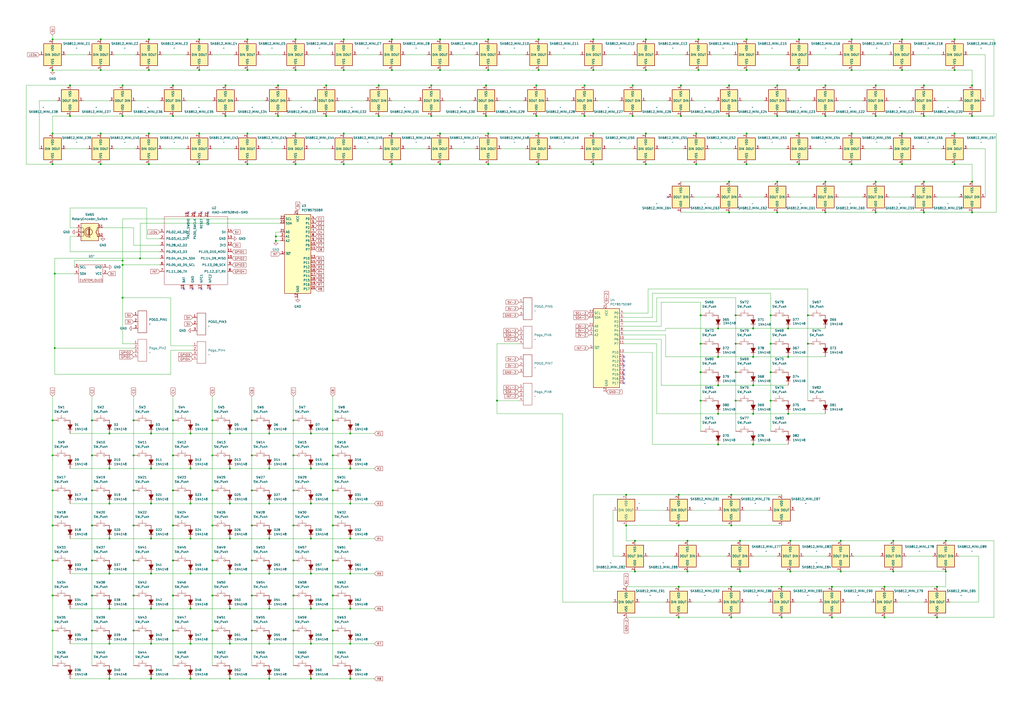
<source format=kicad_sch>
(kicad_sch (version 20250114) (generator "eeschema") (generator_version "9.0")
  (paper "A2")
  (junction (at 87.63 251.46))
  (junction (at 63.5 393.7))
  (junction (at 416.56 240.03))
  (junction (at 553.72 77.47))
  (junction (at 219.71 67.31))
  (junction (at 30.48 77.47))
  (junction (at 133.35 373.38))
  (junction (at 123.19 365.76))
  (junction (at 87.63 292.1))
  (junction (at 227.33 95.25))
  (junction (at 453.39 358.14))
  (junction (at 180.34 292.1))
  (junction (at 110.49 292.1))
  (junction (at 58.42 22.86))
  (junction (at 457.2 240.03))
  (junction (at 288.29 232.41))
  (junction (at 110.49 393.7))
  (junction (at 283.21 40.64))
  (junction (at 548.64 331.47))
  (junction (at 86.36 40.64))
  (junction (at 171.45 22.86))
  (junction (at 339.09 67.31))
  (junction (at 170.18 345.44))
  (junction (at 133.35 332.74))
  (junction (at 130.81 49.53))
  (junction (at 87.63 332.74))
  (junction (at 171.45 77.47))
  (junction (at 487.68 313.69))
  (junction (at 458.47 313.69))
  (junction (at 203.2 332.74))
  (junction (at 255.27 77.47))
  (junction (at 406.4 199.39))
  (junction (at 171.45 40.64))
  (junction (at 424.18 340.36))
  (junction (at 40.64 67.31))
  (junction (at 115.57 77.47))
  (junction (at 115.57 40.64))
  (junction (at 86.36 77.47))
  (junction (at 312.42 22.86))
  (junction (at 368.3 313.69))
  (junction (at 436.88 240.03))
  (junction (at 508 67.31))
  (junction (at 482.6 358.14))
  (junction (at 146.05 304.8))
  (junction (at 87.63 271.78))
  (junction (at 457.2 207.01))
  (junction (at 416.56 190.5))
  (junction (at 374.65 22.86))
  (junction (at 433.07 22.86))
  (junction (at 30.48 95.25))
  (junction (at 193.04 284.48))
  (junction (at 374.65 95.25))
  (junction (at 86.36 95.25))
  (junction (at 463.55 22.86))
  (junction (at 429.26 331.47))
  (junction (at 180.34 271.78))
  (junction (at 203.2 292.1))
  (junction (at 283.21 95.25))
  (junction (at 133.35 312.42))
  (junction (at 71.12 67.31))
  (junction (at 227.33 77.47))
  (junction (at 548.64 313.69))
  (junction (at 543.56 358.14))
  (junction (at 312.42 95.25))
  (junction (at 312.42 40.64))
  (junction (at 422.91 49.53))
  (junction (at 30.48 284.48))
  (junction (at 133.35 251.46))
  (junction (at 180.34 332.74))
  (junction (at 406.4 215.9))
  (junction (at 156.21 353.06))
  (junction (at 463.55 40.64))
  (junction (at 189.23 67.31))
  (junction (at 87.63 373.38))
  (junction (at 393.7 287.02))
  (junction (at 494.03 22.86))
  (junction (at 416.56 207.01))
  (junction (at 436.88 190.5))
  (junction (at 406.4 232.41))
  (junction (at 513.08 340.36))
  (junction (at 283.21 22.86))
  (junction (at 156.21 292.1))
  (junction (at 100.33 264.16))
  (junction (at 161.29 49.53))
  (junction (at 143.51 22.86))
  (junction (at 156.21 312.42))
  (junction (at 40.64 49.53))
  (junction (at 71.12 151.13))
  (junction (at 203.2 271.78))
  (junction (at 398.78 331.47))
  (junction (at 374.65 77.47))
  (junction (at 193.04 264.16))
  (junction (at 367.03 67.31))
  (junction (at 535.94 67.31))
  (junction (at 403.86 95.25))
  (junction (at 339.09 49.53))
  (junction (at 130.81 67.31))
  (junction (at 31.75 158.75))
  (junction (at 156.21 393.7))
  (junction (at 250.19 67.31))
  (junction (at 374.65 40.64))
  (junction (at 487.68 331.47))
  (junction (at 87.63 393.7))
  (junction (at 100.33 345.44))
  (junction (at 58.42 95.25))
  (junction (at 156.21 332.74))
  (junction (at 523.24 22.86))
  (junction (at 398.78 313.69))
  (junction (at 513.08 358.14))
  (junction (at 553.72 22.86))
  (junction (at 203.2 251.46))
  (junction (at 426.72 215.9))
  (junction (at 77.47 345.44))
  (junction (at 424.18 304.8))
  (junction (at 146.05 243.84))
  (junction (at 447.04 215.9))
  (junction (at 180.34 251.46))
  (junction (at 180.34 353.06))
  (junction (at 393.7 340.36))
  (junction (at 436.88 207.01))
  (junction (at 426.72 182.88))
  (junction (at 58.42 40.64))
  (junction (at 255.27 95.25))
  (junction (at 87.63 312.42))
  (junction (at 447.04 182.88))
  (junction (at 463.55 77.47))
  (junction (at 123.19 345.44))
  (junction (at 31.75 201.93))
  (junction (at 193.04 304.8))
  (junction (at 63.5 353.06))
  (junction (at 170.18 365.76))
  (junction (at 478.79 49.53))
  (junction (at 77.47 243.84))
  (junction (at 170.18 325.12))
  (junction (at 146.05 264.16))
  (junction (at 453.39 340.36))
  (junction (at 71.12 153.67))
  (junction (at 81.28 149.86))
  (junction (at 433.07 40.64))
  (junction (at 123.19 264.16))
  (junction (at 416.56 223.52))
  (junction (at 156.21 271.78))
  (junction (at 87.63 353.06))
  (junction (at 133.35 353.06))
  (junction (at 394.97 67.31))
  (junction (at 563.88 105.41))
  (junction (at 146.05 345.44))
  (junction (at 436.88 223.52))
  (junction (at 363.22 304.8))
  (junction (at 30.48 365.76))
  (junction (at 283.21 77.47))
  (junction (at 450.85 49.53))
  (junction (at 63.5 271.78))
  (junction (at 110.49 312.42))
  (junction (at 143.51 77.47))
  (junction (at 344.17 77.47))
  (junction (at 110.49 373.38))
  (junction (at 281.94 67.31))
  (junction (at 123.19 325.12))
  (junction (at 344.17 40.64))
  (junction (at 63.5 332.74))
  (junction (at 281.94 49.53))
  (junction (at 146.05 365.76))
  (junction (at 30.48 40.64))
  (junction (at 133.35 393.7))
  (junction (at 180.34 393.7))
  (junction (at 494.03 40.64))
  (junction (at 478.79 67.31))
  (junction (at 63.5 312.42))
  (junction (at 312.42 77.47))
  (junction (at 508 49.53))
  (junction (at 250.19 49.53))
  (junction (at 436.88 257.81))
  (junction (at 180.34 373.38))
  (junction (at 115.57 95.25))
  (junction (at 53.34 365.76))
  (junction (at 133.35 271.78))
  (junction (at 100.33 243.84))
  (junction (at 100.33 365.76))
  (junction (at 344.17 22.86))
  (junction (at 170.18 243.84))
  (junction (at 143.51 95.25))
  (junction (at 77.47 325.12))
  (junction (at 433.07 77.47))
  (junction (at 193.04 243.84))
  (junction (at 110.49 251.46))
  (junction (at 518.16 313.69))
  (junction (at 53.34 284.48))
  (junction (at 523.24 40.64))
  (junction (at 255.27 22.86))
  (junction (at 203.2 353.06))
  (junction (at 255.27 40.64))
  (junction (at 53.34 345.44))
  (junction (at 180.34 312.42))
  (junction (at 53.34 325.12))
  (junction (at 199.39 77.47))
  (junction (at 553.72 40.64))
  (junction (at 30.48 304.8))
  (junction (at 123.19 284.48))
  (junction (at 199.39 40.64))
  (junction (at 535.94 123.19))
  (junction (at 123.19 243.84))
  (junction (at 450.85 123.19))
  (junction (at 30.48 243.84))
  (junction (at 30.48 345.44))
  (junction (at 563.88 49.53))
  (junction (at 508 105.41))
  (junction (at 170.18 284.48))
  (junction (at 543.56 340.36))
  (junction (at 58.42 77.47))
  (junction (at 193.04 365.76))
  (junction (at 478.79 105.41))
  (junction (at 133.35 292.1))
  (junction (at 77.47 284.48))
  (junction (at 494.03 95.25))
  (junction (at 115.57 22.86))
  (junction (at 403.86 77.47))
  (junction (at 203.2 393.7))
  (junction (at 100.33 284.48))
  (junction (at 553.72 95.25))
  (junction (at 535.94 105.41))
  (junction (at 110.49 353.06))
  (junction (at 405.13 22.86))
  (junction (at 405.13 40.64))
  (junction (at 77.47 264.16))
  (junction (at 393.7 304.8))
  (junction (at 110.49 271.78))
  (junction (at 71.12 172.72))
  (junction (at 426.72 199.39))
  (junction (at 394.97 49.53))
  (junction (at 199.39 95.25))
  (junction (at 447.04 199.39))
  (junction (at 518.16 331.47))
  (junction (at 311.15 67.31))
  (junction (at 199.39 22.86))
  (junction (at 63.5 292.1))
  (junction (at 63.5 373.38))
  (junction (at 458.47 331.47))
  (junction (at 227.33 22.86))
  (junction (at 71.12 49.53))
  (junction (at 424.18 287.02))
  (junction (at 422.91 67.31))
  (junction (at 468.63 199.39))
  (junction (at 100.33 49.53))
  (junction (at 203.2 373.38))
  (junction (at 30.48 22.86))
  (junction (at 53.34 304.8))
  (junction (at 424.18 358.14))
  (junction (at 393.7 358.14))
  (junction (at 447.04 232.41))
  (junction (at 416.56 257.81))
  (junction (at 494.03 77.47))
  (junction (at 160.02 137.16))
  (junction (at 53.34 243.84))
  (junction (at 123.19 304.8))
  (junction (at 189.23 49.53))
  (junction (at 86.36 22.86))
  (junction (at 523.24 77.47))
  (junction (at 429.26 313.69))
  (junction (at 478.79 123.19))
  (junction (at 450.85 67.31))
  (junction (at 100.33 67.31))
  (junction (at 535.94 49.53))
  (junction (at 450.85 105.41))
  (junction (at 161.29 67.31))
  (junction (at 457.2 190.5))
  (junction (at 344.17 95.25))
  (junction (at 110.49 332.74))
  (junction (at 463.55 95.25))
  (junction (at 160.02 139.7))
  (junction (at 219.71 49.53))
  (junction (at 77.47 365.76))
  (junction (at 203.2 312.42))
  (junction (at 156.21 373.38))
  (junction (at 63.5 251.46))
  (junction (at 143.51 40.64))
  (junction (at 30.48 264.16))
  (junction (at 53.34 264.16))
  (junction (at 482.6 340.36))
  (junction (at 426.72 232.41))
  (junction (at 146.05 325.12))
  (junction (at 468.63 182.88))
  (junction (at 422.91 123.19))
  (junction (at 433.07 95.25))
  (junction (at 363.22 287.02))
  (junction (at 100.33 304.8))
  (junction (at 170.18 304.8))
  (junction (at 508 123.19))
  (junction (at 422.91 105.41))
  (junction (at 367.03 49.53))
  (junction (at 170.18 264.16))
  (junction (at 171.45 95.25))
  (junction (at 100.33 325.12))
  (junction (at 193.04 325.12))
  (junction (at 77.47 304.8))
  (junction (at 523.24 95.25))
  (junction (at 563.88 67.31))
  (junction (at 30.48 325.12))
  (junction (at 406.4 182.88))
  (junction (at 227.33 40.64))
  (junction (at 563.88 123.19))
  (junction (at 368.3 331.47))
  (junction (at 146.05 284.48))
  (junction (at 311.15 49.53))
  (junction (at 156.21 251.46))
  (junction (at 193.04 345.44))
  (no_connect (at 111.76 167.64))
  (no_connect (at 361.95 214.63))
  (no_connect (at 109.22 123.19))
  (no_connect (at 361.95 209.55))
  (no_connect (at 387.35 114.3))
  (no_connect (at 116.84 167.64))
  (no_connect (at 116.84 123.19))
  (no_connect (at 361.95 212.09))
  (no_connect (at 121.92 167.64))
  (no_connect (at 361.95 219.71))
  (no_connect (at 361.95 217.17))
  (no_connect (at 361.95 222.25))
  (no_connect (at 361.95 207.01))
  (no_connect (at 120.65 123.19))
  (no_connect (at 113.03 123.19))
  (no_connect (at 106.68 167.64))
  (wire (pts (xy 422.91 49.53) (xy 450.85 49.53)))
  (wire (pts (xy 426.72 182.88) (xy 426.72 199.39)))
  (wire (pts (xy 87.63 251.46) (xy 110.49 251.46)))
  (wire (pts (xy 378.46 257.81) (xy 416.56 257.81)))
  (wire (pts (xy 40.64 49.53) (xy 71.12 49.53)))
  (wire (pts (xy 170.18 304.8) (xy 170.18 325.12)))
  (wire (pts (xy 77.47 229.87) (xy 77.47 243.84)))
  (wire (pts (xy 318.77 58.42) (xy 331.47 58.42)))
  (wire (pts (xy 170.18 365.76) (xy 170.18 386.08)))
  (wire (pts (xy 361.95 184.15) (xy 378.46 184.15)))
  (wire (pts (xy 482.6 358.14) (xy 513.08 358.14)))
  (wire (pts (xy 203.2 312.42) (xy 217.17 312.42)))
  (wire (pts (xy 416.56 207.01) (xy 436.88 207.01)))
  (wire (pts (xy 207.01 86.36) (xy 219.71 86.36)))
  (wire (pts (xy 203.2 251.46) (xy 217.17 251.46)))
  (wire (pts (xy 180.34 373.38) (xy 203.2 373.38)))
  (wire (pts (xy 283.21 77.47) (xy 312.42 77.47)))
  (wire (pts (xy 123.19 325.12) (xy 123.19 345.44)))
  (wire (pts (xy 416.56 223.52) (xy 383.54 223.52)))
  (wire (pts (xy 255.27 22.86) (xy 283.21 22.86)))
  (wire (pts (xy 199.39 77.47) (xy 227.33 77.47)))
  (wire (pts (xy 311.15 49.53) (xy 339.09 49.53)))
  (wire (pts (xy 436.88 240.03) (xy 457.2 240.03)))
  (wire (pts (xy 156.21 312.42) (xy 180.34 312.42)))
  (wire (pts (xy 30.48 264.16) (xy 30.48 284.48)))
  (wire (pts (xy 535.94 105.41) (xy 563.88 105.41)))
  (wire (pts (xy 87.63 271.78) (xy 110.49 271.78)))
  (wire (pts (xy 161.29 49.53) (xy 189.23 49.53)))
  (wire (pts (xy 63.5 292.1) (xy 87.63 292.1)))
  (wire (pts (xy 393.7 358.14) (xy 424.18 358.14)))
  (wire (pts (xy 436.88 207.01) (xy 457.2 207.01)))
  (wire (pts (xy 53.34 365.76) (xy 53.34 386.08)))
  (wire (pts (xy 381 240.03) (xy 416.56 240.03)))
  (wire (pts (xy 156.21 373.38) (xy 180.34 373.38)))
  (wire (pts (xy 77.47 325.12) (xy 77.47 345.44)))
  (wire (pts (xy 382.27 31.75) (xy 397.51 31.75)))
  (wire (pts (xy 433.07 40.64) (xy 463.55 40.64)))
  (wire (pts (xy 355.6 322.58) (xy 360.68 322.58)))
  (wire (pts (xy 453.39 340.36) (xy 482.6 340.36)))
  (wire (pts (xy 363.22 358.14) (xy 393.7 358.14)))
  (wire (pts (xy 344.17 22.86) (xy 374.65 22.86)))
  (wire (pts (xy 58.42 40.64) (xy 86.36 40.64)))
  (wire (pts (xy 262.89 86.36) (xy 275.59 86.36)))
  (wire (pts (xy 38.1 86.36) (xy 50.8 86.36)))
  (wire (pts (xy 170.18 284.48) (xy 170.18 304.8)))
  (wire (pts (xy 151.13 31.75) (xy 163.83 31.75)))
  (wire (pts (xy 478.79 105.41) (xy 508 105.41)))
  (wire (pts (xy 320.04 31.75) (xy 336.55 31.75)))
  (wire (pts (xy 86.36 22.86) (xy 115.57 22.86)))
  (wire (pts (xy 401.32 349.25) (xy 416.56 349.25)))
  (wire (pts (xy 203.2 373.38) (xy 217.17 373.38)))
  (wire (pts (xy 406.4 322.58) (xy 421.64 322.58)))
  (wire (pts (xy 381 199.39) (xy 381 240.03)))
  (wire (pts (xy 115.57 77.47) (xy 143.51 77.47)))
  (wire (pts (xy 355.6 349.25) (xy 326.39 349.25)))
  (wire (pts (xy 494.03 77.47) (xy 523.24 77.47)))
  (wire (pts (xy 71.12 172.72) (xy 71.12 153.67)))
  (wire (pts (xy 262.89 31.75) (xy 275.59 31.75)))
  (wire (pts (xy 146.05 325.12) (xy 146.05 345.44)))
  (wire (pts (xy 133.35 251.46) (xy 156.21 251.46)))
  (wire (pts (xy 193.04 264.16) (xy 193.04 284.48)))
  (wire (pts (xy 92.71 149.86) (xy 81.28 149.86)))
  (wire (pts (xy 513.08 358.14) (xy 543.56 358.14)))
  (wire (pts (xy 363.22 287.02) (xy 393.7 287.02)))
  (wire (pts (xy 170.18 325.12) (xy 170.18 345.44)))
  (wire (pts (xy 123.19 86.36) (xy 135.89 86.36)))
  (wire (pts (xy 110.49 292.1) (xy 133.35 292.1)))
  (wire (pts (xy 433.07 95.25) (xy 463.55 95.25)))
  (wire (pts (xy 31.75 158.75) (xy 43.18 158.75)))
  (wire (pts (xy 461.01 349.25) (xy 474.98 349.25)))
  (wire (pts (xy 203.2 353.06) (xy 217.17 353.06)))
  (wire (pts (xy 30.48 40.64) (xy 58.42 40.64)))
  (wire (pts (xy 463.55 77.47) (xy 494.03 77.47)))
  (wire (pts (xy 457.2 190.5) (xy 478.79 190.5)))
  (wire (pts (xy 77.47 199.39) (xy 71.12 199.39)))
  (wire (pts (xy 179.07 31.75) (xy 191.77 31.75)))
  (wire (pts (xy 193.04 243.84) (xy 193.04 264.16)))
  (wire (pts (xy 44.45 132.08) (xy 40.64 132.08)))
  (wire (pts (xy 199.39 95.25) (xy 227.33 95.25)))
  (wire (pts (xy 44.45 137.16) (xy 40.64 137.16)))
  (wire (pts (xy 363.22 340.36) (xy 393.7 340.36)))
  (wire (pts (xy 523.24 77.47) (xy 553.72 77.47)))
  (wire (pts (xy 466.09 322.58) (xy 480.06 322.58)))
  (wire (pts (xy 543.56 340.36) (xy 548.64 340.36)))
  (wire (pts (xy 406.4 199.39) (xy 406.4 215.9)))
  (wire (pts (xy 255.27 95.25) (xy 283.21 95.25)))
  (wire (pts (xy 143.51 95.25) (xy 171.45 95.25)))
  (wire (pts (xy 53.34 304.8) (xy 53.34 325.12)))
  (wire (pts (xy 227.33 77.47) (xy 255.27 77.47)))
  (wire (pts (xy 171.45 77.47) (xy 199.39 77.47)))
  (wire (pts (xy 426.72 172.72) (xy 426.72 182.88)))
  (wire (pts (xy 71.12 49.53) (xy 100.33 49.53)))
  (wire (pts (xy 543.56 58.42) (xy 556.26 58.42)))
  (wire (pts (xy 288.29 232.41) (xy 288.29 240.03)))
  (wire (pts (xy 367.03 49.53) (xy 394.97 49.53)))
  (wire (pts (xy 412.75 31.75) (xy 425.45 31.75)))
  (wire (pts (xy 15.24 95.25) (xy 30.48 95.25)))
  (wire (pts (xy 111.76 200.66) (xy 99.06 200.66)))
  (wire (pts (xy 31.75 149.86) (xy 31.75 158.75)))
  (wire (pts (xy 567.69 349.25) (xy 551.18 349.25)))
  (wire (pts (xy 457.2 240.03) (xy 478.79 240.03)))
  (wire (pts (xy 374.65 22.86) (xy 405.13 22.86)))
  (wire (pts (xy 63.5 373.38) (xy 87.63 373.38)))
  (wire (pts (xy 71.12 151.13) (xy 71.12 153.67)))
  (wire (pts (xy 515.62 58.42) (xy 528.32 58.42)))
  (wire (pts (xy 110.49 332.74) (xy 133.35 332.74)))
  (wire (pts (xy 100.33 304.8) (xy 100.33 325.12)))
  (wire (pts (xy 402.59 114.3) (xy 415.29 114.3)))
  (wire (pts (xy 487.68 331.47) (xy 518.16 331.47)))
  (wire (pts (xy 189.23 49.53) (xy 219.71 49.53)))
  (wire (pts (xy 416.56 207.01) (xy 386.08 207.01)))
  (wire (pts (xy 344.17 287.02) (xy 344.17 331.47)))
  (wire (pts (xy 368.3 331.47) (xy 398.78 331.47)))
  (wire (pts (xy 30.48 325.12) (xy 30.48 345.44)))
  (wire (pts (xy 180.34 312.42) (xy 203.2 312.42)))
  (wire (pts (xy 100.33 345.44) (xy 100.33 365.76)))
  (wire (pts (xy 281.94 67.31) (xy 311.15 67.31)))
  (wire (pts (xy 312.42 22.86) (xy 344.17 22.86)))
  (wire (pts (xy 22.86 58.42) (xy 22.86 86.36)))
  (wire (pts (xy 523.24 95.25) (xy 553.72 95.25)))
  (wire (pts (xy 219.71 49.53) (xy 250.19 49.53)))
  (wire (pts (xy 40.64 67.31) (xy 30.48 67.31)))
  (wire (pts (xy 422.91 67.31) (xy 450.85 67.31)))
  (wire (pts (xy 63.5 393.7) (xy 87.63 393.7)))
  (wire (pts (xy 171.45 95.25) (xy 199.39 95.25)))
  (wire (pts (xy 416.56 190.5) (xy 386.08 190.5)))
  (wire (pts (xy 40.64 271.78) (xy 63.5 271.78)))
  (wire (pts (xy 463.55 95.25) (xy 494.03 95.25)))
  (wire (pts (xy 424.18 340.36) (xy 453.39 340.36)))
  (wire (pts (xy 234.95 31.75) (xy 247.65 31.75)))
  (wire (pts (xy 180.34 332.74) (xy 203.2 332.74)))
  (wire (pts (xy 156.21 292.1) (xy 180.34 292.1)))
  (wire (pts (xy 576.58 313.69) (xy 576.58 358.14)))
  (wire (pts (xy 78.74 58.42) (xy 92.71 58.42)))
  (wire (pts (xy 543.56 358.14) (xy 576.58 358.14)))
  (wire (pts (xy 430.53 58.42) (xy 443.23 58.42)))
  (wire (pts (xy 99.06 172.72) (xy 71.12 172.72)))
  (wire (pts (xy 40.64 137.16) (xy 40.64 146.05)))
  (wire (pts (xy 468.63 199.39) (xy 468.63 232.41)))
  (wire (pts (xy 383.54 175.26) (xy 383.54 189.23)))
  (wire (pts (xy 339.09 49.53) (xy 367.03 49.53)))
  (wire (pts (xy 548.64 331.47) (xy 548.64 340.36)))
  (wire (pts (xy 193.04 345.44) (xy 193.04 365.76)))
  (wire (pts (xy 378.46 204.47) (xy 378.46 257.81)))
  (wire (pts (xy 168.91 58.42) (xy 181.61 58.42)))
  (wire (pts (xy 170.18 264.16) (xy 170.18 284.48)))
  (wire (pts (xy 92.71 153.67) (xy 71.12 153.67)))
  (wire (pts (xy 170.18 229.87) (xy 170.18 243.84)))
  (wire (pts (xy 87.63 292.1) (xy 110.49 292.1)))
  (wire (pts (xy 416.56 240.03) (xy 436.88 240.03)))
  (wire (pts (xy 355.6 295.91) (xy 355.6 322.58)))
  (wire (pts (xy 458.47 58.42) (xy 471.17 58.42)))
  (wire (pts (xy 406.4 182.88) (xy 406.4 175.26)))
  (wire (pts (xy 123.19 229.87) (xy 123.19 243.84)))
  (wire (pts (xy 170.18 243.84) (xy 170.18 264.16)))
  (wire (pts (xy 567.69 322.58) (xy 567.69 349.25)))
  (wire (pts (xy 458.47 313.69) (xy 487.68 313.69)))
  (wire (pts (xy 156.21 251.46) (xy 180.34 251.46)))
  (wire (pts (xy 40.64 332.74) (xy 63.5 332.74)))
  (wire (pts (xy 416.56 223.52) (xy 436.88 223.52)))
  (wire (pts (xy 43.18 151.13) (xy 43.18 154.94)))
  (wire (pts (xy 250.19 49.53) (xy 281.94 49.53)))
  (wire (pts (xy 422.91 123.19) (xy 450.85 123.19)))
  (wire (pts (xy 361.95 191.77) (xy 386.08 191.77)))
  (wire (pts (xy 40.64 120.65) (xy 85.09 120.65)))
  (wire (pts (xy 180.34 251.46) (xy 203.2 251.46)))
  (wire (pts (xy 405.13 22.86) (xy 433.07 22.86)))
  (wire (pts (xy 30.48 284.48) (xy 30.48 304.8)))
  (wire (pts (xy 110.49 251.46) (xy 133.35 251.46)))
  (wire (pts (xy 426.72 172.72) (xy 381 172.72)))
  (wire (pts (xy 402.59 58.42) (xy 415.29 58.42)))
  (wire (pts (xy 207.01 31.75) (xy 219.71 31.75)))
  (wire (pts (xy 123.19 345.44) (xy 123.19 365.76)))
  (wire (pts (xy 138.43 58.42) (xy 153.67 58.42)))
  (wire (pts (xy 146.05 264.16) (xy 146.05 284.48)))
  (wire (pts (xy 543.56 114.3) (xy 556.26 114.3)))
  (wire (pts (xy 429.26 313.69) (xy 458.47 313.69)))
  (wire (pts (xy 424.18 304.8) (xy 453.39 304.8)))
  (wire (pts (xy 535.94 123.19) (xy 563.88 123.19)))
  (wire (pts (xy 162.56 134.62) (xy 160.02 134.62)))
  (wire (pts (xy 424.18 358.14) (xy 453.39 358.14)))
  (wire (pts (xy 77.47 243.84) (xy 77.47 264.16)))
  (wire (pts (xy 525.78 322.58) (xy 541.02 322.58)))
  (wire (pts (xy 123.19 264.16) (xy 123.19 284.48)))
  (wire (pts (xy 283.21 95.25) (xy 312.42 95.25)))
  (wire (pts (xy 203.2 393.7) (xy 217.17 393.7)))
  (wire (pts (xy 111.76 203.2) (xy 99.06 203.2)))
  (wire (pts (xy 424.18 287.02) (xy 453.39 287.02)))
  (wire (pts (xy 447.04 199.39) (xy 447.04 215.9)))
  (wire (pts (xy 363.22 304.8) (xy 393.7 304.8)))
  (wire (pts (xy 53.34 264.16) (xy 53.34 284.48)))
  (wire (pts (xy 393.7 304.8) (xy 424.18 304.8)))
  (wire (pts (xy 450.85 49.53) (xy 478.79 49.53)))
  (wire (pts (xy 199.39 22.86) (xy 227.33 22.86)))
  (wire (pts (xy 468.63 182.88) (xy 468.63 199.39)))
  (wire (pts (xy 290.83 31.75) (xy 304.8 31.75)))
  (wire (pts (xy 99.06 203.2) (xy 99.06 217.17)))
  (wire (pts (xy 100.33 243.84) (xy 100.33 264.16)))
  (wire (pts (xy 447.04 215.9) (xy 447.04 232.41)))
  (wire (pts (xy 133.35 292.1) (xy 156.21 292.1)))
  (wire (pts (xy 93.98 86.36) (xy 107.95 86.36)))
  (wire (pts (xy 440.69 31.75) (xy 455.93 31.75)))
  (wire (pts (xy 361.95 186.69) (xy 381 186.69)))
  (wire (pts (xy 530.86 86.36) (xy 546.1 86.36)))
  (wire (pts (xy 146.05 229.87) (xy 146.05 243.84)))
  (wire (pts (xy 561.34 86.36) (xy 571.5 86.36)))
  (wire (pts (xy 58.42 77.47) (xy 86.36 77.47)))
  (wire (pts (xy 58.42 22.86) (xy 86.36 22.86)))
  (wire (pts (xy 31.75 217.17) (xy 31.75 201.93)))
  (wire (pts (xy 375.92 167.64) (xy 375.92 181.61)))
  (wire (pts (xy 494.03 40.64) (xy 523.24 40.64)))
  (wire (pts (xy 33.02 58.42) (xy 22.86 58.42)))
  (wire (pts (xy 553.72 95.25) (xy 563.88 95.25)))
  (wire (pts (xy 361.95 194.31) (xy 386.08 194.31)))
  (wire (pts (xy 501.65 31.75) (xy 515.62 31.75)))
  (wire (pts (xy 100.33 229.87) (xy 100.33 243.84)))
  (wire (pts (xy 363.22 304.8) (xy 363.22 313.69)))
  (wire (pts (xy 374.65 40.64) (xy 405.13 40.64)))
  (wire (pts (xy 53.34 325.12) (xy 53.34 345.44)))
  (wire (pts (xy 170.18 345.44) (xy 170.18 365.76)))
  (wire (pts (xy 77.47 304.8) (xy 77.47 325.12)))
  (wire (pts (xy 436.88 257.81) (xy 457.2 257.81)))
  (wire (pts (xy 30.48 345.44) (xy 30.48 365.76)))
  (wire (pts (xy 250.19 67.31) (xy 281.94 67.31)))
  (wire (pts (xy 143.51 77.47) (xy 171.45 77.47)))
  (wire (pts (xy 162.56 129.54) (xy 81.28 129.54)))
  (wire (pts (xy 571.5 31.75) (xy 571.5 58.42)))
  (wire (pts (xy 193.04 229.87) (xy 193.04 243.84)))
  (wire (pts (xy 283.21 22.86) (xy 312.42 22.86)))
  (wire (pts (xy 77.47 142.24) (xy 92.71 142.24)))
  (wire (pts (xy 450.85 67.31) (xy 478.79 67.31)))
  (wire (pts (xy 374.65 77.47) (xy 403.86 77.47)))
  (wire (pts (xy 344.17 40.64) (xy 374.65 40.64)))
  (wire (pts (xy 146.05 304.8) (xy 146.05 325.12)))
  (wire (pts (xy 478.79 67.31) (xy 508 67.31)))
  (wire (pts (xy 311.15 67.31) (xy 339.09 67.31)))
  (wire (pts (xy 30.48 304.8) (xy 30.48 325.12)))
  (wire (pts (xy 523.24 22.86) (xy 553.72 22.86)))
  (wire (pts (xy 85.09 138.43) (xy 92.71 138.43)))
  (wire (pts (xy 257.81 58.42) (xy 274.32 58.42)))
  (wire (pts (xy 577.85 77.47) (xy 577.85 123.19)))
  (wire (pts (xy 110.49 373.38) (xy 133.35 373.38)))
  (wire (pts (xy 30.48 243.84) (xy 30.48 264.16)))
  (wire (pts (xy 520.7 349.25) (xy 535.94 349.25)))
  (wire (pts (xy 468.63 167.64) (xy 468.63 182.88)))
  (wire (pts (xy 346.71 58.42) (xy 359.41 58.42)))
  (wire (pts (xy 71.12 151.13) (xy 43.18 151.13)))
  (wire (pts (xy 386.08 190.5) (xy 386.08 191.77)))
  (wire (pts (xy 326.39 349.25) (xy 326.39 240.03)))
  (wire (pts (xy 110.49 393.7) (xy 133.35 393.7)))
  (wire (pts (xy 160.02 139.7) (xy 162.56 139.7)))
  (wire (pts (xy 40.64 49.53) (xy 15.24 49.53)))
  (wire (pts (xy 77.47 365.76) (xy 77.47 386.08)))
  (wire (pts (xy 515.62 114.3) (xy 528.32 114.3)))
  (wire (pts (xy 508 123.19) (xy 535.94 123.19)))
  (wire (pts (xy 447.04 182.88) (xy 447.04 199.39)))
  (wire (pts (xy 156.21 393.7) (xy 180.34 393.7)))
  (wire (pts (xy 133.35 271.78) (xy 156.21 271.78)))
  (wire (pts (xy 86.36 77.47) (xy 115.57 77.47)))
  (wire (pts (xy 556.26 322.58) (xy 567.69 322.58)))
  (wire (pts (xy 66.04 31.75) (xy 78.74 31.75)))
  (wire (pts (xy 227.33 58.42) (xy 242.57 58.42)))
  (wire (pts (xy 77.47 284.48) (xy 77.47 304.8)))
  (wire (pts (xy 255.27 77.47) (xy 283.21 77.47)))
  (wire (pts (xy 344.17 331.47) (xy 368.3 331.47)))
  (wire (pts (xy 405.13 40.64) (xy 433.07 40.64)))
  (wire (pts (xy 193.04 284.48) (xy 193.04 304.8)))
  (wire (pts (xy 63.5 353.06) (xy 87.63 353.06)))
  (wire (pts (xy 450.85 105.41) (xy 478.79 105.41)))
  (wire (pts (xy 370.84 295.91) (xy 386.08 295.91)))
  (wire (pts (xy 426.72 215.9) (xy 426.72 232.41)))
  (wire (pts (xy 513.08 340.36) (xy 543.56 340.36)))
  (wire (pts (xy 38.1 31.75) (xy 50.8 31.75)))
  (wire (pts (xy 86.36 95.25) (xy 115.57 95.25)))
  (wire (pts (xy 143.51 22.86) (xy 171.45 22.86)))
  (wire (pts (xy 171.45 22.86) (xy 199.39 22.86)))
  (wire (pts (xy 416.56 257.81) (xy 436.88 257.81)))
  (wire (pts (xy 110.49 312.42) (xy 133.35 312.42)))
  (wire (pts (xy 71.12 199.39) (xy 71.12 172.72)))
  (wire (pts (xy 196.85 58.42) (xy 212.09 58.42)))
  (wire (pts (xy 66.04 86.36) (xy 78.74 86.36)))
  (wire (pts (xy 193.04 325.12) (xy 193.04 345.44)))
  (wire (pts (xy 40.64 132.08) (xy 40.64 120.65)))
  (wire (pts (xy 156.21 271.78) (xy 180.34 271.78)))
  (wire (pts (xy 77.47 345.44) (xy 77.47 365.76)))
  (wire (pts (xy 478.79 49.53) (xy 508 49.53)))
  (wire (pts (xy 430.53 114.3) (xy 443.23 114.3)))
  (wire (pts (xy 440.69 86.36) (xy 455.93 86.36)))
  (wire (pts (xy 576.58 67.31) (xy 576.58 22.86)))
  (wire (pts (xy 160.02 137.16) (xy 160.02 139.7)))
  (wire (pts (xy 40.64 67.31) (xy 71.12 67.31)))
  (wire (pts (xy 48.26 58.42) (xy 63.5 58.42)))
  (wire (pts (xy 93.98 31.75) (xy 107.95 31.75)))
  (wire (pts (xy 30.48 22.86) (xy 58.42 22.86)))
  (wire (pts (xy 199.39 40.64) (xy 227.33 40.64)))
  (wire (pts (xy 312.42 77.47) (xy 344.17 77.47)))
  (wire (pts (xy 398.78 313.69) (xy 429.26 313.69)))
  (wire (pts (xy 130.81 67.31) (xy 161.29 67.31)))
  (wire (pts (xy 436.88 190.5) (xy 457.2 190.5)))
  (wire (pts (xy 370.84 349.25) (xy 386.08 349.25)))
  (wire (pts (xy 162.56 127) (xy 71.12 127)))
  (wire (pts (xy 401.32 295.91) (xy 416.56 295.91)))
  (wire (pts (xy 518.16 331.47) (xy 548.64 331.47)))
  (wire (pts (xy 115.57 95.25) (xy 143.51 95.25)))
  (wire (pts (xy 133.35 332.74) (xy 156.21 332.74)))
  (wire (pts (xy 363.22 313.69) (xy 368.3 313.69)))
  (wire (pts (xy 123.19 31.75) (xy 135.89 31.75)))
  (wire (pts (xy 227.33 95.25) (xy 255.27 95.25)))
  (wire (pts (xy 87.63 332.74) (xy 110.49 332.74)))
  (wire (pts (xy 561.34 31.75) (xy 571.5 31.75)))
  (wire (pts (xy 30.48 77.47) (xy 58.42 77.47)))
  (wire (pts (xy 361.95 189.23) (xy 383.54 189.23)))
  (wire (pts (xy 146.05 284.48) (xy 146.05 304.8)))
  (wire (pts (xy 447.04 170.18) (xy 378.46 170.18)))
  (wire (pts (xy 429.26 331.47) (xy 458.47 331.47)))
  (wire (pts (xy 110.49 353.06) (xy 133.35 353.06)))
  (wire (pts (xy 487.68 313.69) (xy 518.16 313.69)))
  (wire (pts (xy 180.34 393.7) (xy 203.2 393.7)))
  (wire (pts (xy 436.88 322.58) (xy 450.85 322.58)))
  (wire (pts (xy 288.29 199.39) (xy 288.29 232.41)))
  (wire (pts (xy 577.85 123.19) (xy 563.88 123.19)))
  (wire (pts (xy 100.33 365.76) (xy 100.33 386.08)))
  (wire (pts (xy 406.4 232.41) (xy 406.4 250.19)))
  (wire (pts (xy 431.8 349.25) (xy 445.77 349.25)))
  (wire (pts (xy 146.05 243.84) (xy 146.05 264.16)))
  (wire (pts (xy 406.4 182.88) (xy 406.4 199.39)))
  (wire (pts (xy 180.34 353.06) (xy 203.2 353.06)))
  (wire (pts (xy 383.54 196.85) (xy 383.54 223.52)))
  (wire (pts (xy 468.63 167.64) (xy 375.92 167.64)))
  (wire (pts (xy 458.47 114.3) (xy 471.17 114.3)))
  (wire (pts (xy 320.04 86.36) (xy 336.55 86.36)))
  (wire (pts (xy 375.92 322.58) (xy 391.16 322.58)))
  (wire (pts (xy 40.64 373.38) (xy 63.5 373.38)))
  (wire (pts (xy 398.78 331.47) (xy 429.26 331.47)))
  (wire (pts (xy 156.21 353.06) (xy 180.34 353.06)))
  (wire (pts (xy 361.95 196.85) (xy 383.54 196.85)))
  (wire (pts (xy 100.33 49.53) (xy 130.81 49.53)))
  (wire (pts (xy 40.64 146.05) (xy 92.71 146.05)))
  (wire (pts (xy 436.88 223.52) (xy 457.2 223.52)))
  (wire (pts (xy 81.28 129.54) (xy 81.28 149.86)))
  (wire (pts (xy 478.79 123.19) (xy 508 123.19)))
  (wire (pts (xy 100.33 67.31) (xy 130.81 67.31)))
  (wire (pts (xy 30.48 229.87) (xy 30.48 243.84)))
  (wire (pts (xy 133.35 373.38) (xy 156.21 373.38)))
  (wire (pts (xy 59.69 132.08) (xy 77.47 132.08)))
  (wire (pts (xy 433.07 77.47) (xy 463.55 77.47)))
  (wire (pts (xy 490.22 349.25) (xy 505.46 349.25)))
  (wire (pts (xy 123.19 365.76) (xy 123.19 386.08)))
  (wire (pts (xy 100.33 325.12) (xy 100.33 345.44)))
  (wire (pts (xy 30.48 95.25) (xy 58.42 95.25)))
  (wire (pts (xy 382.27 86.36) (xy 396.24 86.36)))
  (wire (pts (xy 179.07 86.36) (xy 191.77 86.36)))
  (wire (pts (xy 40.64 251.46) (xy 63.5 251.46)))
  (wire (pts (xy 180.34 292.1) (xy 203.2 292.1)))
  (wire (pts (xy 15.24 49.53) (xy 15.24 95.25)))
  (wire (pts (xy 508 105.41) (xy 535.94 105.41)))
  (wire (pts (xy 518.16 313.69) (xy 548.64 313.69)))
  (wire (pts (xy 146.05 365.76) (xy 146.05 386.08)))
  (wire (pts (xy 351.79 86.36) (xy 367.03 86.36)))
  (wire (pts (xy 77.47 264.16) (xy 77.47 284.48)))
  (wire (pts (xy 471.17 86.36) (xy 486.41 86.36)))
  (wire (pts (xy 548.64 313.69) (xy 576.58 313.69)))
  (wire (pts (xy 219.71 67.31) (xy 250.19 67.31)))
  (wire (pts (xy 100.33 264.16) (xy 100.33 284.48)))
  (wire (pts (xy 431.8 295.91) (xy 445.77 295.91)))
  (wire (pts (xy 426.72 232.41) (xy 426.72 250.19)))
  (wire (pts (xy 77.47 201.93) (xy 31.75 201.93)))
  (wire (pts (xy 40.64 292.1) (xy 63.5 292.1)))
  (wire (pts (xy 63.5 251.46) (xy 87.63 251.46)))
  (wire (pts (xy 203.2 292.1) (xy 217.17 292.1)))
  (wire (pts (xy 227.33 40.64) (xy 255.27 40.64)))
  (wire (pts (xy 151.13 86.36) (xy 163.83 86.36)))
  (wire (pts (xy 344.17 287.02) (xy 363.22 287.02)))
  (wire (pts (xy 53.34 345.44) (xy 53.34 365.76)))
  (wire (pts (xy 133.35 393.7) (xy 156.21 393.7)))
  (wire (pts (xy 193.04 365.76) (xy 193.04 386.08)))
  (wire (pts (xy 433.07 22.86) (xy 463.55 22.86)))
  (wire (pts (xy 457.2 207.01) (xy 478.79 207.01)))
  (wire (pts (xy 110.49 271.78) (xy 133.35 271.78)))
  (wire (pts (xy 361.95 199.39) (xy 381 199.39)))
  (wire (pts (xy 394.97 123.19) (xy 422.91 123.19)))
  (wire (pts (xy 99.06 200.66) (xy 99.06 172.72)))
  (wire (pts (xy 30.48 365.76) (xy 30.48 386.08)))
  (wire (pts (xy 81.28 149.86) (xy 31.75 149.86)))
  (wire (pts (xy 160.02 134.62) (xy 160.02 137.16)))
  (wire (pts (xy 339.09 67.31) (xy 367.03 67.31)))
  (wire (pts (xy 495.3 322.58) (xy 510.54 322.58)))
  (wire (pts (xy 171.45 40.64) (xy 199.39 40.64)))
  (wire (pts (xy 63.5 332.74) (xy 87.63 332.74)))
  (wire (pts (xy 143.51 40.64) (xy 171.45 40.64)))
  (wire (pts (xy 378.46 170.18) (xy 378.46 184.15)))
  (wire (pts (xy 87.63 393.7) (xy 110.49 393.7)))
  (wire (pts (xy 30.48 67.31) (xy 30.48 77.47)))
  (wire (pts (xy 161.29 67.31) (xy 189.23 67.31)))
  (wire (pts (xy 386.08 194.31) (xy 386.08 207.01)))
  (wire (pts (xy 463.55 40.64) (xy 494.03 40.64)))
  (wire (pts (xy 553.72 77.47) (xy 577.85 77.47)))
  (wire (pts (xy 393.7 340.36) (xy 424.18 340.36)))
  (wire (pts (xy 394.97 67.31) (xy 422.91 67.31)))
  (wire (pts (xy 130.81 49.53) (xy 161.29 49.53)))
  (wire (pts (xy 87.63 312.42) (xy 110.49 312.42)))
  (wire (pts (xy 288.29 240.03) (xy 326.39 240.03)))
  (wire (pts (xy 403.86 77.47) (xy 433.07 77.47)))
  (wire (pts (xy 361.95 181.61) (xy 375.92 181.61)))
  (wire (pts (xy 535.94 49.53) (xy 563.88 49.53)))
  (wire (pts (xy 374.65 58.42) (xy 387.35 58.42)))
  (wire (pts (xy 300.99 199.39) (xy 288.29 199.39)))
  (wire (pts (xy 312.42 40.64) (xy 344.17 40.64)))
  (wire (pts (xy 486.41 58.42) (xy 500.38 58.42)))
  (wire (pts (xy 115.57 22.86) (xy 143.51 22.86)))
  (wire (pts (xy 281.94 49.53) (xy 311.15 49.53)))
  (wire (pts (xy 86.36 40.64) (xy 115.57 40.64)))
  (wire (pts (xy 115.57 40.64) (xy 143.51 40.64)))
  (wire (pts (xy 411.48 86.36) (xy 425.45 86.36)))
  (wire (pts (xy 394.97 49.53) (xy 422.91 49.53)))
  (wire (pts (xy 146.05 345.44) (xy 146.05 365.76)))
  (wire (pts (xy 123.19 243.84) (xy 123.19 264.16)))
  (wire (pts (xy 40.64 353.06) (xy 63.5 353.06)))
  (wire (pts (xy 422.91 105.41) (xy 450.85 105.41)))
  (wire (pts (xy 123.19 304.8) (xy 123.19 325.12)))
  (wire (pts (xy 107.95 58.42) (xy 123.19 58.42)))
  (wire (pts (xy 100.33 284.48) (xy 100.33 304.8)))
  (wire (pts (xy 381 172.72) (xy 381 186.69)))
  (wire (pts (xy 471.17 31.75) (xy 486.41 31.75)))
  (wire (pts (xy 374.65 95.25) (xy 403.86 95.25)))
  (wire (pts (xy 367.03 67.31) (xy 394.97 67.31)))
  (wire (pts (xy 77.47 132.08) (xy 77.47 142.24)))
  (wire (pts (xy 361.95 204.47) (xy 378.46 204.47)))
  (wire (pts (xy 203.2 332.74) (xy 217.17 332.74)))
  (wire (pts (xy 523.24 40.64) (xy 553.72 40.64)))
  (wire (pts (xy 447.04 232.41) (xy 447.04 250.19)))
  (wire (pts (xy 234.95 86.36) (xy 247.65 86.36)))
  (wire (pts (xy 486.41 114.3) (xy 500.38 114.3)))
  (wire (pts (xy 563.88 95.25) (xy 563.88 105.41)))
  (wire (pts (xy 406.4 215.9) (xy 406.4 232.41)))
  (wire (pts (xy 30.48 20.32) (xy 30.48 22.86)))
  (wire (pts (xy 40.64 393.7) (xy 63.5 393.7)))
  (wire (pts (xy 447.04 170.18) (xy 447.04 182.88)))
  (wire (pts (xy 403.86 95.25) (xy 433.07 95.25)))
  (wire (pts (xy 87.63 373.38) (xy 110.49 373.38)))
  (wire (pts (xy 458.47 331.47) (xy 487.68 331.47)))
  (wire (pts (xy 85.09 120.65) (xy 85.09 138.43)))
  (wire (pts (xy 255.27 40.64) (xy 283.21 40.64)))
  (wire (pts (xy 193.04 304.8) (xy 193.04 325.12)))
  (wire (pts (xy 289.56 58.42) (xy 303.53 58.42)))
  (wire (pts (xy 58.42 95.25) (xy 86.36 95.25)))
  (wire (pts (xy 453.39 358.14) (xy 482.6 358.14)))
  (wire (pts (xy 406.4 175.26) (xy 383.54 175.26)))
  (wire (pts (xy 160.02 137.16) (xy 162.56 137.16)))
  (wire (pts (xy 576.58 22.86) (xy 553.72 22.86)))
  (wire (pts (xy 312.42 95.25) (xy 344.17 95.25)))
  (wire (pts (xy 227.33 22.86) (xy 255.27 22.86)))
  (wire (pts (xy 494.03 95.25) (xy 523.24 95.25)))
  (wire (pts (xy 156.21 332.74) (xy 180.34 332.74)))
  (wire (pts (xy 394.97 105.41) (xy 422.91 105.41)))
  (wire (pts (xy 87.63 353.06) (xy 110.49 353.06)))
  (wire (pts (xy 123.19 284.48) (xy 123.19 304.8)))
  (wire (pts (xy 563.88 67.31) (xy 576.58 67.31)))
  (wire (pts (xy 40.64 312.42) (xy 63.5 312.42)))
  (wire (pts (xy 189.23 67.31) (xy 219.71 67.31)))
  (wire (pts (xy 53.34 229.87) (xy 53.34 243.84)))
  (wire (pts (xy 368.3 313.69) (xy 398.78 313.69)))
  (wire (pts (xy 571.5 86.36) (xy 571.5 114.3)))
  (wire (pts (xy 283.21 40.64) (xy 312.42 40.64)))
  (wire (pts (xy 508 67.31) (xy 535.94 67.31)))
  (wire (pts (xy 393.7 287.02) (xy 424.18 287.02)))
  (wire (pts (xy 53.34 243.84) (xy 53.34 264.16)))
  (wire (pts (xy 530.86 31.75) (xy 546.1 31.75)))
  (wire (pts (xy 344.17 77.47) (xy 374.65 77.47)))
  (wire (pts (xy 203.2 271.78) (xy 217.17 271.78)))
  (wire (pts (xy 501.65 86.36) (xy 515.62 86.36)))
  (wire (pts (xy 508 49.53) (xy 535.94 49.53)))
  (wire (pts (xy 63.5 312.42) (xy 87.63 312.42)))
  (wire (pts (xy 133.35 353.06) (xy 156.21 353.06)))
  (wire (pts (xy 71.12 67.31) (xy 100.33 67.31)))
  (wire (pts (xy 288.29 232.41) (xy 300.99 232.41)))
  (wire (pts (xy 290.83 86.36) (xy 304.8 86.36)))
  (wire (pts (xy 482.6 340.36) (xy 513.08 340.36)))
  (wire (pts (xy 535.94 67.31) (xy 563.88 67.31)))
  (wire (pts (xy 426.72 199.39) (xy 426.72 215.9)))
  (wire (pts (xy 31.75 201.93) (xy 31.75 158.75)))
  (wire (pts (xy 416.56 190.5) (xy 436.88 190.5)))
  (wire (pts (xy 63.5 271.78) (xy 87.63 271.78)))
  (wire (pts (xy 71.12 127) (xy 71.12 151.13)))
  (wire (pts (xy 563.88 40.64) (xy 553.72 40.64)))
  (wire (pts (xy 344.17 95.25) (xy 374.65 95.25)))
  (wire (pts (xy 494.03 22.86) (xy 523.24 22.86)))
  (wire (pts (xy 463.55 22.86) (xy 494.03 22.86)))
  (wire (pts (xy 180.34 271.78) (xy 203.2 271.78)))
  (wire (pts (xy 133.35 312.42) (xy 156.21 312.42)))
  (wire (pts (xy 99.06 217.17) (xy 31.75 217.17)))
  (wire (pts (xy 53.34 284.48) (xy 53.34 304.8)))
  (wire (pts (xy 450.85 123.19) (xy 478.79 123.19)))
  (wire (pts (xy 563.88 49.53) (xy 563.88 40.64)))
  (wire (pts (xy 351.79 31.75) (xy 367.03 31.75)))
  (global_label "5V" (shape input) (at 111.76 184.15 180) (property "Intersheetrefs" "${INTERSHEET_REFS}" (effects (hide yes))))
  (global_label "5V-2" (shape input) (at 351.79 176.53 90) (property "Intersheetrefs" "${INTERSHEET_REFS}" (effects (hide yes))))
  (global_label "C6" (shape input) (at 146.05 229.87 90) (property "Intersheetrefs" "${INTERSHEET_REFS}" (effects (hide yes))))
  (global_label "GPIO1" (shape input) (at 134.62 146.05 0) (property "Intersheetrefs" "${INTERSHEET_REFS}" (effects (hide yes))))
  (global_label "C6" (shape input) (at 182.88 139.7 0) (property "Intersheetrefs" "${INTERSHEET_REFS}" (effects (hide yes))))
  (global_label "5V" (shape input) (at 30.48 20.32 90) (property "Intersheetrefs" "${INTERSHEET_REFS}" (effects (hide yes))))
  (global_label "R5" (shape input) (at 217.17 332.74 0) (property "Intersheetrefs" "${INTERSHEET_REFS}" (effects (hide yes))))
  (global_label "INT-2" (shape input) (at 341.63 201.93 180) (property "Intersheetrefs" "${INTERSHEET_REFS}" (effects (hide yes))))
  (global_label "R5" (shape input) (at 182.88 160.02 0) (property "Intersheetrefs" "${INTERSHEET_REFS}" (effects (hide yes))))
  (global_label "C2" (shape input) (at 53.34 229.87 90) (property "Intersheetrefs" "${INTERSHEET_REFS}" (effects (hide yes))))
  (global_label "C5" (shape input) (at 123.19 229.87 90) (property "Intersheetrefs" "${INTERSHEET_REFS}" (effects (hide yes))))
  (global_label "3V" (shape input) (at 111.76 187.96 180) (property "Intersheetrefs" "${INTERSHEET_REFS}" (effects (hide yes))))
  (global_label "INT-2" (shape input) (at 300.99 229.87 180) (property "Intersheetrefs" "${INTERSHEET_REFS}" (effects (hide yes))))
  (global_label "SCL-2" (shape input) (at 341.63 181.61 180) (property "Intersheetrefs" "${INTERSHEET_REFS}" (effects (hide yes))))
  (global_label "GPIO3" (shape input) (at 134.62 153.67 0) (property "Intersheetrefs" "${INTERSHEET_REFS}" (effects (hide yes))))
  (global_label "C7" (shape input) (at 170.18 229.87 90) (property "Intersheetrefs" "${INTERSHEET_REFS}" (effects (hide yes))))
  (global_label "GND-2" (shape input) (at 300.99 182.88 180) (property "Intersheetrefs" "${INTERSHEET_REFS}" (effects (hide yes))))
  (global_label "R8" (shape input) (at 182.88 167.64 0) (property "Intersheetrefs" "${INTERSHEET_REFS}" (effects (hide yes))))
  (global_label "R1" (shape input) (at 182.88 149.86 0) (property "Intersheetrefs" "${INTERSHEET_REFS}" (effects (hide yes))))
  (global_label "SDA-2" (shape input) (at 341.63 184.15 180) (property "Intersheetrefs" "${INTERSHEET_REFS}" (effects (hide yes))))
  (global_label "3V-2" (shape input) (at 341.63 189.23 180) (property "Intersheetrefs" "${INTERSHEET_REFS}" (effects (hide yes))))
  (global_label "5V" (shape input) (at 134.62 134.62 0) (property "Intersheetrefs" "${INTERSHEET_REFS}" (effects (hide yes))))
  (global_label "3V-2" (shape input) (at 300.99 179.07 180) (property "Intersheetrefs" "${INTERSHEET_REFS}" (effects (hide yes))))
  (global_label "3V" (shape input) (at 134.62 142.24 0) (property "Intersheetrefs" "${INTERSHEET_REFS}" (effects (hide yes))))
  (global_label "R4" (shape input) (at 217.17 312.42 0) (property "Intersheetrefs" "${INTERSHEET_REFS}" (effects (hide yes))))
  (global_label "INT" (shape input) (at 162.56 147.32 180) (property "Intersheetrefs" "${INTERSHEET_REFS}" (effects (hide yes))))
  (global_label "R6" (shape input) (at 217.17 353.06 0) (property "Intersheetrefs" "${INTERSHEET_REFS}" (effects (hide yes))))
  (global_label "GND-2" (shape input) (at 351.79 227.33 0) (property "Intersheetrefs" "${INTERSHEET_REFS}" (effects (hide yes))))
  (global_label "5V-2" (shape input) (at 300.99 208.28 180) (property "Intersheetrefs" "${INTERSHEET_REFS}" (effects (hide yes))))
  (global_label "5V" (shape input) (at 77.47 182.88 180) (property "Intersheetrefs" "${INTERSHEET_REFS}" (effects (hide yes))))
  (global_label "C2" (shape input) (at 182.88 129.54 0) (property "Intersheetrefs" "${INTERSHEET_REFS}" (effects (hide yes))))
  (global_label "R8" (shape input) (at 217.17 393.7 0) (property "Intersheetrefs" "${INTERSHEET_REFS}" (effects (hide yes))))
  (global_label "GPIO2" (shape input) (at 134.62 149.86 0) (property "Intersheetrefs" "${INTERSHEET_REFS}" (effects (hide yes))))
  (global_label "SCL-2" (shape input) (at 300.99 191.77 180) (property "Intersheetrefs" "${INTERSHEET_REFS}" (effects (hide yes))))
  (global_label "R2" (shape input) (at 182.88 152.4 0) (property "Intersheetrefs" "${INTERSHEET_REFS}" (effects (hide yes))))
  (global_label "C1" (shape input) (at 30.48 229.87 90) (property "Intersheetrefs" "${INTERSHEET_REFS}" (effects (hide yes))))
  (global_label "C4" (shape input) (at 100.33 229.87 90) (property "Intersheetrefs" "${INTERSHEET_REFS}" (effects (hide yes))))
  (global_label "R3" (shape input) (at 182.88 154.94 0) (property "Intersheetrefs" "${INTERSHEET_REFS}" (effects (hide yes))))
  (global_label "GPIO4" (shape input) (at 134.62 157.48 0) (property "Intersheetrefs" "${INTERSHEET_REFS}" (effects (hide yes))))
  (global_label "R4" (shape input) (at 182.88 157.48 0) (property "Intersheetrefs" "${INTERSHEET_REFS}" (effects (hide yes))))
  (global_label "GPIO2" (shape input) (at 77.47 204.47 180) (property "Intersheetrefs" "${INTERSHEET_REFS}" (effects (hide yes))))
  (global_label "GND-2" (shape input) (at 300.99 215.9 180) (property "Intersheetrefs" "${INTERSHEET_REFS}" (effects (hide yes))))
  (global_label "3V-2" (shape input) (at 341.63 191.77 180) (property "Intersheetrefs" "${INTERSHEET_REFS}" (effects (hide yes))))
  (global_label "GPIO3" (shape input) (at 111.76 205.74 180) (property "Intersheetrefs" "${INTERSHEET_REFS}" (effects (hide yes))))
  (global_label "INT-2" (shape input) (at 300.99 196.85 180) (property "Intersheetrefs" "${INTERSHEET_REFS}" (effects (hide yes))))
  (global_label "5V-2" (shape input) (at 363.22 340.36 90) (property "Intersheetrefs" "${INTERSHEET_REFS}" (effects (hide yes))))
  (global_label "R2" (shape input) (at 217.17 271.78 0) (property "Intersheetrefs" "${INTERSHEET_REFS}" (effects (hide yes))))
  (global_label "R3" (shape input) (at 217.17 292.1 0) (property "Intersheetrefs" "${INTERSHEET_REFS}" (effects (hide yes))))
  (global_label "INT" (shape input) (at 92.71 157.48 180) (property "Intersheetrefs" "${INTERSHEET_REFS}" (effects (hide yes))))
  (global_label "3V" (shape input) (at 77.47 186.69 180) (property "Intersheetrefs" "${INTERSHEET_REFS}" (effects (hide yes))))
  (global_label "C3" (shape input) (at 77.47 229.87 90) (property "Intersheetrefs" "${INTERSHEET_REFS}" (effects (hide yes))))
  (global_label "3V" (shape input) (at 62.23 158.75 0) (property "Intersheetrefs" "${INTERSHEET_REFS}" (effects (hide yes))))
  (global_label "R7" (shape input) (at 217.17 373.38 0) (property "Intersheetrefs" "${INTERSHEET_REFS}" (effects (hide yes))))
  (global_label "C7" (shape input) (at 182.88 142.24 0) (property "Intersheetrefs" "${INTERSHEET_REFS}" (effects (hide yes))))
  (global_label "C4" (shape input) (at 182.88 134.62 0) (property "Intersheetrefs" "${INTERSHEET_REFS}" (effects (hide yes))))
  (global_label "SDA-2" (shape input) (at 300.99 194.31 180) (property "Intersheetrefs" "${INTERSHEET_REFS}" (effects (hide yes))))
  (global_label "5V-2" (shape input) (at 300.99 175.26 180) (property "Intersheetrefs" "${INTERSHEET_REFS}" (effects (hide yes))))
  (global_label "3V-2" (shape input) (at 300.99 212.09 180) (property "Intersheetrefs" "${INTERSHEET_REFS}" (effects (hide yes))))
  (global_label "SCL-2" (shape input) (at 300.99 224.79 180) (property "Intersheetrefs" "${INTERSHEET_REFS}" (effects (hide yes))))
  (global_label "LEDs" (shape input) (at 22.86 31.75 180) (property "Intersheetrefs" "${INTERSHEET_REFS}" (effects (hide yes))))
  (global_label "C5" (shape input) (at 182.88 137.16 0) (property "Intersheetrefs" "${INTERSHEET_REFS}" (effects (hide yes))))
  (global_label "C3" (shape input) (at 182.88 132.08 0) (property "Intersheetrefs" "${INTERSHEET_REFS}" (effects (hide yes))))
  (global_label "3V-2" (shape input) (at 341.63 194.31 180) (property "Intersheetrefs" "${INTERSHEET_REFS}" (effects (hide yes))))
  (global_label "GND-2" (shape input) (at 363.22 358.14 270) (property "Intersheetrefs" "${INTERSHEET_REFS}" (effects (hide yes))))
  (global_label "LEDs" (shape input) (at 92.71 134.62 180) (property "Intersheetrefs" "${INTERSHEET_REFS}" (effects (hide yes))))
  (global_label "R7" (shape input) (at 182.88 165.1 0) (property "Intersheetrefs" "${INTERSHEET_REFS}" (effects (hide yes))))
  (global_label "3V" (shape input) (at 172.72 121.92 90) (property "Intersheetrefs" "${INTERSHEET_REFS}" (effects (hide yes))))
  (global_label "C8" (shape input) (at 193.04 229.87 90) (property "Intersheetrefs" "${INTERSHEET_REFS}" (effects (hide yes))))
  (global_label "R1" (shape input) (at 217.17 251.46 0) (property "Intersheetrefs" "${INTERSHEET_REFS}" (effects (hide yes))))
  (global_label "SDA-2" (shape input) (at 300.99 227.33 180) (property "Intersheetrefs" "${INTERSHEET_REFS}" (effects (hide yes))))
  (global_label "GPIO1" (shape input) (at 77.47 207.01 180) (property "Intersheetrefs" "${INTERSHEET_REFS}" (effects (hide yes))))
  (global_label "GPIO4" (shape input) (at 111.76 208.28 180) (property "Intersheetrefs" "${INTERSHEET_REFS}" (effects (hide yes))))
  (global_label "C1" (shape input) (at 182.88 127 0) (property "Intersheetrefs" "${INTERSHEET_REFS}" (effects (hide yes))))
  (global_label "C8" (shape input) (at 182.88 144.78 0) (property "Intersheetrefs" "${INTERSHEET_REFS}" (effects (hide yes))))
  (global_label "R6" (shape input) (at 182.88 162.56 0) (property "Intersheetrefs" "${INTERSHEET_REFS}" (effects (hide yes))))
  (symbol (lib_id "PCM_Diode_AKL:1N4148") (at 63.5 369.57 270) (unit 1)
    (property "Reference" "D39" (at 66.04 368.2999 90) (effects (justify left)))
    (property "Value" "1N4148" (at 66.04 370.8399 90) (effects (justify left)))
    (property "Footprint" "PCM_Diode_THT_AKL:D_DO-35_SOD27_P7.62mm_Horizontal" (effects (hide yes)))
    (property "Datasheet" "https://datasheet.octopart.com/1N4148TR-ON-Semiconductor-datasheet-42765246.pdf" (effects (hide yes)))
    (property "Description" "DO-35 Diode, Small Signal, Fast Switching, 75V, 150mA, 4ns, Alternate KiCad Library" (effects (hide yes)))
  )
  (symbol (lib_id "SK6182MINI-E:SK6812_Mini_E") (at 281.94 86.36 0) (unit 1)
    (property "Reference" "SK6812_MINI_E48" (at 298.45 79.9398 0))
    (property "Value" "~" (at 298.45 82.4798 0))
    (property "Footprint" "SK6812MINIE:MX_SK6812MINI-E" (effects (hide yes)))
  )
  (symbol (lib_id "PCM_Diode_AKL:1N4148") (at 416.56 219.71 270) (unit 1)
    (property "Reference" "D79" (at 419.1 218.4399 90) (effects (justify left)))
    (property "Value" "1N4148" (at 419.1 220.9799 90) (effects (justify left)))
    (property "Footprint" "PCM_Diode_THT_AKL:D_DO-35_SOD27_P7.62mm_Horizontal" (effects (hide yes)))
    (property "Datasheet" "https://datasheet.octopart.com/1N4148TR-ON-Semiconductor-datasheet-42765246.pdf" (effects (hide yes)))
    (property "Description" "DO-35 Diode, Small Signal, Fast Switching, 75V, 150mA, 4ns, Alternate KiCad Library" (effects (hide yes)))
  )
  (symbol (lib_id "PCM_Diode_AKL:1N4148") (at 203.2 369.57 270) (unit 1)
    (property "Reference" "D63" (at 205.74 368.2999 90) (effects (justify left)))
    (property "Value" "1N4148" (at 205.74 370.8399 90) (effects (justify left)))
    (property "Footprint" "PCM_Diode_THT_AKL:D_DO-35_SOD27_P7.62mm_Horizontal" (effects (hide yes)))
    (property "Datasheet" "https://datasheet.octopart.com/1N4148TR-ON-Semiconductor-datasheet-42765246.pdf" (effects (hide yes)))
    (property "Description" "DO-35 Diode, Small Signal, Fast Switching, 75V, 150mA, 4ns, Alternate KiCad Library" (effects (hide yes)))
  )
  (symbol (lib_id "Switch:SW_Push") (at 58.42 365.76 0) (unit 1)
    (property "Reference" "SW39" (at 58.42 358.14 0))
    (property "Value" "SW_Push" (at 58.42 360.68 0))
    (property "Footprint" "PCM_Switch_Keyboard_Hotswap_Kailh:SW_Hotswap_Kailh_MX_1.00u" (effects (hide yes)))
    (property "Description" "Push button switch, generic, two pins" (effects (hide yes)))
  )
  (symbol (lib_id "Switch:SW_Push") (at 128.27 365.76 0) (unit 1)
    (property "Reference" "SW51" (at 128.27 358.14 0))
    (property "Value" "SW_Push" (at 128.27 360.68 0))
    (property "Footprint" "PCM_Switch_Keyboard_Hotswap_Kailh:SW_Hotswap_Kailh_MX_1.00u" (effects (hide yes)))
    (property "Description" "Push button switch, generic, two pins" (effects (hide yes)))
  )
  (symbol (lib_id "PCM_Diode_AKL:1N4148") (at 63.5 247.65 270) (unit 1)
    (property "Reference" "D2" (at 66.04 246.3799 90) (effects (justify left)))
    (property "Value" "1N4148" (at 66.04 248.9199 90) (effects (justify left)))
    (property "Footprint" "PCM_Diode_THT_AKL:D_DO-35_SOD27_P7.62mm_Horizontal" (effects (hide yes)))
    (property "Datasheet" "https://datasheet.octopart.com/1N4148TR-ON-Semiconductor-datasheet-42765246.pdf" (effects (hide yes)))
    (property "Description" "DO-35 Diode, Small Signal, Fast Switching, 75V, 150mA, 4ns, Alternate KiCad Library" (effects (hide yes)))
  )
  (symbol (lib_id "Switch:SW_Push") (at 35.56 386.08 0) (unit 1)
    (property "Reference" "SW36" (at 35.56 378.46 0))
    (property "Value" "SW_Push" (at 35.56 381 0))
    (property "Footprint" "PCM_Switch_Keyboard_Hotswap_Kailh:SW_Hotswap_Kailh_MX_1.00u" (effects (hide yes)))
    (property "Description" "Push button switch, generic, two pins" (effects (hide yes)))
  )
  (symbol (lib_id "PCM_Diode_AKL:1N4148") (at 203.2 288.29 270) (unit 1)
    (property "Reference" "D31" (at 205.74 287.0199 90) (effects (justify left)))
    (property "Value" "1N4148" (at 205.74 289.5599 90) (effects (justify left)))
    (property "Footprint" "PCM_Diode_THT_AKL:D_DO-35_SOD27_P7.62mm_Horizontal" (effects (hide yes)))
    (property "Datasheet" "https://datasheet.octopart.com/1N4148TR-ON-Semiconductor-datasheet-42765246.pdf" (effects (hide yes)))
    (property "Description" "DO-35 Diode, Small Signal, Fast Switching, 75V, 150mA, 4ns, Alternate KiCad Library" (effects (hide yes)))
  )
  (symbol (lib_id "SK6182MINI-E:SK6812_Mini_E") (at 170.18 86.36 0) (unit 1)
    (property "Reference" "SK6812_MINI_E44" (at 185.42 79.9398 0))
    (property "Value" "~" (at 185.42 82.4798 0))
    (property "Footprint" "SK6812MINIE:MX_SK6812MINI-E" (effects (hide yes)))
  )
  (symbol (lib_id "PCM_Diode_AKL:1N4148") (at 133.35 389.89 270) (unit 1)
    (property "Reference" "D52" (at 135.89 388.6199 90) (effects (justify left)))
    (property "Value" "1N4148" (at 135.89 391.1599 90) (effects (justify left)))
    (property "Footprint" "PCM_Diode_THT_AKL:D_DO-35_SOD27_P7.62mm_Horizontal" (effects (hide yes)))
    (property "Datasheet" "https://datasheet.octopart.com/1N4148TR-ON-Semiconductor-datasheet-42765246.pdf" (effects (hide yes)))
    (property "Description" "DO-35 Diode, Small Signal, Fast Switching, 75V, 150mA, 4ns, Alternate KiCad Library" (effects (hide yes)))
  )
  (symbol (lib_id "PCM_Diode_AKL:1N4148") (at 133.35 369.57 270) (unit 1)
    (property "Reference" "D51" (at 135.89 368.2999 90) (effects (justify left)))
    (property "Value" "1N4148" (at 135.89 370.8399 90) (effects (justify left)))
    (property "Footprint" "PCM_Diode_THT_AKL:D_DO-35_SOD27_P7.62mm_Horizontal" (effects (hide yes)))
    (property "Datasheet" "https://datasheet.octopart.com/1N4148TR-ON-Semiconductor-datasheet-42765246.pdf" (effects (hide yes)))
    (property "Description" "DO-35 Diode, Small Signal, Fast Switching, 75V, 150mA, 4ns, Alternate KiCad Library" (effects (hide yes)))
  )
  (symbol (lib_id "SK6182MINI-E:SK6812_Mini_E") (at 254 31.75 0) (unit 1)
    (property "Reference" "SK6812_MINI_E9" (at 269.24 25.3298 0))
    (property "Value" "~" (at 269.24 27.8698 0))
    (property "Footprint" "SK6812MINIE:MX_SK6812MINI-E" (effects (hide yes)))
  )
  (symbol (lib_id "PCM_Diode_AKL:1N4148") (at 40.64 288.29 270) (unit 1)
    (property "Reference" "D17" (at 43.18 287.0199 90) (effects (justify left)))
    (property "Value" "1N4148" (at 43.18 289.5599 90) (effects (justify left)))
    (property "Footprint" "PCM_Diode_THT_AKL:D_DO-35_SOD27_P7.62mm_Horizontal" (effects (hide yes)))
    (property "Datasheet" "https://datasheet.octopart.com/1N4148TR-ON-Semiconductor-datasheet-42765246.pdf" (effects (hide yes)))
    (property "Description" "DO-35 Diode, Small Signal, Fast Switching, 75V, 150mA, 4ns, Alternate KiCad Library" (effects (hide yes)))
  )
  (symbol (lib_id "Switch:SW_Push") (at 411.48 182.88 0) (unit 1)
    (property "Reference" "SW66" (at 411.48 175.26 0))
    (property "Value" "SW_Push" (at 411.48 177.8 0))
    (property "Footprint" "PCM_Switch_Keyboard_Hotswap_Kailh:SW_Hotswap_Kailh_MX_1.00u" (effects (hide yes)))
    (property "Description" "Push button switch, generic, two pins" (effects (hide yes)))
  )
  (symbol (lib_id "PCM_Diode_AKL:1N4148") (at 156.21 267.97 270) (unit 1)
    (property "Reference" "D14" (at 158.75 266.6999 90) (effects (justify left)))
    (property "Value" "1N4148" (at 158.75 269.2399 90) (effects (justify left)))
    (property "Footprint" "PCM_Diode_THT_AKL:D_DO-35_SOD27_P7.62mm_Horizontal" (effects (hide yes)))
    (property "Datasheet" "https://datasheet.octopart.com/1N4148TR-ON-Semiconductor-datasheet-42765246.pdf" (effects (hide yes)))
    (property "Description" "DO-35 Diode, Small Signal, Fast Switching, 75V, 150mA, 4ns, Alternate KiCad Library" (effects (hide yes)))
  )
  (symbol (lib_id "Switch:SW_Push") (at 35.56 284.48 0) (unit 1)
    (property "Reference" "SW17" (at 35.56 276.86 0))
    (property "Value" "SW_Push" (at 35.56 279.4 0))
    (property "Footprint" "PCM_Switch_Keyboard_Hotswap_Kailh:SW_Hotswap_Kailh_MX_1.00u" (effects (hide yes)))
    (property "Description" "Push button switch, generic, two pins" (effects (hide yes)))
  )
  (symbol (lib_id "PCM_Diode_AKL:1N4148") (at 203.2 328.93 270) (unit 1)
    (property "Reference" "D61" (at 205.74 327.6599 90) (effects (justify left)))
    (property "Value" "1N4148" (at 205.74 330.1999 90) (effects (justify left)))
    (property "Footprint" "PCM_Diode_THT_AKL:D_DO-35_SOD27_P7.62mm_Horizontal" (effects (hide yes)))
    (property "Datasheet" "https://datasheet.octopart.com/1N4148TR-ON-Semiconductor-datasheet-42765246.pdf" (effects (hide yes)))
    (property "Description" "DO-35 Diode, Small Signal, Fast Switching, 75V, 150mA, 4ns, Alternate KiCad Library" (effects (hide yes)))
  )
  (symbol (lib_id "PCM_Diode_AKL:1N4148") (at 203.2 267.97 270) (unit 1)
    (property "Reference" "D16" (at 205.74 266.6999 90) (effects (justify left)))
    (property "Value" "1N4148" (at 205.74 269.2399 90) (effects (justify left)))
    (property "Footprint" "PCM_Diode_THT_AKL:D_DO-35_SOD27_P7.62mm_Horizontal" (effects (hide yes)))
    (property "Datasheet" "https://datasheet.octopart.com/1N4148TR-ON-Semiconductor-datasheet-42765246.pdf" (effects (hide yes)))
    (property "Description" "DO-35 Diode, Small Signal, Fast Switching, 75V, 150mA, 4ns, Alternate KiCad Library" (effects (hide yes)))
  )
  (symbol (lib_id "Switch:SW_Push") (at 198.12 345.44 0) (unit 1)
    (property "Reference" "SW62" (at 198.12 337.82 0))
    (property "Value" "SW_Push" (at 198.12 340.36 0))
    (property "Footprint" "PCM_Switch_Keyboard_Hotswap_Kailh:SW_Hotswap_Kailh_MX_1.00u" (effects (hide yes)))
    (property "Description" "Push button switch, generic, two pins" (effects (hide yes)))
  )
  (symbol (lib_id "Switch:SW_Push") (at 105.41 304.8 0) (unit 1)
    (property "Reference" "SW24" (at 105.41 297.18 0))
    (property "Value" "SW_Push" (at 105.41 299.72 0))
    (property "Footprint" "PCM_Switch_Keyboard_Hotswap_Kailh:SW_Hotswap_Kailh_MX_1.00u" (effects (hide yes)))
    (property "Description" "Push button switch, generic, two pins" (effects (hide yes)))
  )
  (symbol (lib_id "SK6182MINI-E:SK6812_Mini_E") (at 565.15 58.42 180) (unit 1)
    (property "Reference" "SK6812_MINI_E20" (at 549.91 64.8402 0))
    (property "Value" "~" (at 549.91 62.3002 0))
    (property "Footprint" "SK6812MINIE:MX_SK6812MINI-E" (effects (hide yes)))
  )
  (symbol (lib_id "PCM_Diode_AKL:1N4148") (at 203.2 308.61 270) (unit 1)
    (property "Reference" "D32" (at 205.74 307.3399 90) (effects (justify left)))
    (property "Value" "1N4148" (at 205.74 309.8799 90) (effects (justify left)))
    (property "Footprint" "PCM_Diode_THT_AKL:D_DO-35_SOD27_P7.62mm_Horizontal" (effects (hide yes)))
    (property "Datasheet" "https://datasheet.octopart.com/1N4148TR-ON-Semiconductor-datasheet-42765246.pdf" (effects (hide yes)))
    (property "Description" "DO-35 Diode, Small Signal, Fast Switching, 75V, 150mA, 4ns, Alternate KiCad Library" (effects (hide yes)))
  )
  (symbol (lib_id "PCM_Diode_AKL:1N4148") (at 133.35 247.65 270) (unit 1)
    (property "Reference" "D5" (at 135.89 246.3799 90) (effects (justify left)))
    (property "Value" "1N4148" (at 135.89 248.9199 90) (effects (justify left)))
    (property "Footprint" "PCM_Diode_THT_AKL:D_DO-35_SOD27_P7.62mm_Horizontal" (effects (hide yes)))
    (property "Datasheet" "https://datasheet.octopart.com/1N4148TR-ON-Semiconductor-datasheet-42765246.pdf" (effects (hide yes)))
    (property "Description" "DO-35 Diode, Small Signal, Fast Switching, 75V, 150mA, 4ns, Alternate KiCad Library" (effects (hide yes)))
  )
  (symbol (lib_id "Switch:SW_Push") (at 151.13 284.48 0) (unit 1)
    (property "Reference" "SW27" (at 151.13 276.86 0))
    (property "Value" "SW_Push" (at 151.13 279.4 0))
    (property "Footprint" "PCM_Switch_Keyboard_Hotswap_Kailh:SW_Hotswap_Kailh_MX_1.00u" (effects (hide yes)))
    (property "Description" "Push button switch, generic, two pins" (effects (hide yes)))
  )
  (symbol (lib_id "SK6182MINI-E:SK6812_Mini_E") (at 114.3 31.75 0) (unit 1)
    (property "Reference" "SK6812_MINI_E4" (at 129.8081 25.3298 0))
    (property "Value" "~" (at 129.8081 27.8698 0))
    (property "Footprint" "SK6812MINIE:MX_SK6812MINI-E" (effects (hide yes)))
  )
  (symbol (lib_id "SK6182MINI-E:SK6812_Mini_E") (at 85.09 86.36 0) (unit 1)
    (property "Reference" "SK6812_MINI_E41" (at 101.1445 79.9398 0))
    (property "Value" "~" (at 101.1445 82.4798 0))
    (property "Footprint" "SK6812MINIE:MX_SK6812MINI-E" (effects (hide yes)))
  )
  (symbol (lib_id "PCM_Diode_AKL:1N4148") (at 110.49 349.25 270) (unit 1)
    (property "Reference" "D46" (at 113.03 347.9799 90) (effects (justify left)))
    (property "Value" "1N4148" (at 113.03 350.5199 90) (effects (justify left)))
    (property "Footprint" "PCM_Diode_THT_AKL:D_DO-35_SOD27_P7.62mm_Horizontal" (effects (hide yes)))
    (property "Datasheet" "https://datasheet.octopart.com/1N4148TR-ON-Semiconductor-datasheet-42765246.pdf" (effects (hide yes)))
    (property "Description" "DO-35 Diode, Small Signal, Fast Switching, 75V, 150mA, 4ns, Alternate KiCad Library" (effects (hide yes)))
  )
  (symbol (lib_id "SK6182MINI-E:SK6812_Mini_E") (at 311.15 31.75 0) (unit 1)
    (property "Reference" "SK6812_MINI_E11" (at 327.2695 25.3298 0))
    (property "Value" "~" (at 327.2695 27.8698 0))
    (property "Footprint" "SK6812MINIE:MX_SK6812MINI-E" (effects (hide yes)))
  )
  (symbol (lib_id "PCM_Diode_AKL:1N4148") (at 63.5 267.97 270) (unit 1)
    (property "Reference" "D10" (at 66.04 266.6999 90) (effects (justify left)))
    (property "Value" "1N4148" (at 66.04 269.2399 90) (effects (justify left)))
    (property "Footprint" "PCM_Diode_THT_AKL:D_DO-35_SOD27_P7.62mm_Horizontal" (effects (hide yes)))
    (property "Datasheet" "https://datasheet.octopart.com/1N4148TR-ON-Semiconductor-datasheet-42765246.pdf" (effects (hide yes)))
    (property "Description" "DO-35 Diode, Small Signal, Fast Switching, 75V, 150mA, 4ns, Alternate KiCad Library" (effects (hide yes)))
  )
  (symbol (lib_id "SK6182MINI-E:SK6812_Mini_E") (at 549.91 322.58 180) (unit 1)
    (property "Reference" "SK6812_MINI_E89" (at 563.88 317.1346 0))
    (property "Value" "~" (at 563.88 319.6746 0))
    (property "Footprint" "SK6812MINIE:MX_SK6812MINI-E" (effects (hide yes)))
  )
  (symbol (lib_id "power:GND") (at 59.69 137.16 0) (unit 1)
    (property "Reference" "#PWR01" (effects (hide yes)))
    (property "Value" "GND" (at 59.69 142.24 0))
    (property "Description" "Power symbol creates a global label with name \"GND\" , ground" (effects (hide yes)))
  )
  (symbol (lib_id "SK6182MINI-E:SK6812_Mini_E") (at 251.46 58.42 180) (unit 1)
    (property "Reference" "SK6812_MINI_E31" (at 234.7096 64.8402 0))
    (property "Value" "~" (at 234.7096 62.3002 0))
    (property "Footprint" "SK6812MINIE:MX_SK6812MINI-E" (effects (hide yes)))
  )
  (symbol (lib_id "Switch:SW_Push") (at 58.42 345.44 0) (unit 1)
    (property "Reference" "SW38" (at 58.42 337.82 0))
    (property "Value" "SW_Push" (at 58.42 340.36 0))
    (property "Footprint" "PCM_Switch_Keyboard_Hotswap_Kailh:SW_Hotswap_Kailh_MX_1.00u" (effects (hide yes)))
    (property "Description" "Push button switch, generic, two pins" (effects (hide yes)))
  )
  (symbol (lib_id "PCM_Diode_AKL:1N4148") (at 416.56 186.69 270) (unit 1)
    (property "Reference" "D65" (at 419.1 185.4199 90) (effects (justify left)))
    (property "Value" "1N4148" (at 419.354 187.452 90) (effects (justify left)))
    (property "Footprint" "PCM_Diode_THT_AKL:D_DO-35_SOD27_P7.62mm_Horizontal" (effects (hide yes)))
    (property "Datasheet" "https://datasheet.octopart.com/1N4148TR-ON-Semiconductor-datasheet-42765246.pdf" (effects (hide yes)))
    (property "Description" "DO-35 Diode, Small Signal, Fast Switching, 75V, 150mA, 4ns, Alternate KiCad Library" (effects (hide yes)))
  )
  (symbol (lib_id "PCM_Diode_AKL:1N4148") (at 156.21 349.25 270) (unit 1)
    (property "Reference" "D54" (at 158.75 347.9799 90) (effects (justify left)))
    (property "Value" "1N4148" (at 158.75 350.5199 90) (effects (justify left)))
    (property "Footprint" "PCM_Diode_THT_AKL:D_DO-35_SOD27_P7.62mm_Horizontal" (effects (hide yes)))
    (property "Datasheet" "https://datasheet.octopart.com/1N4148TR-ON-Semiconductor-datasheet-42765246.pdf" (effects (hide yes)))
    (property "Description" "DO-35 Diode, Small Signal, Fast Switching, 75V, 150mA, 4ns, Alternate KiCad Library" (effects (hide yes)))
  )
  (symbol (lib_id "Switch:SW_Push") (at 128.27 304.8 0) (unit 1)
    (property "Reference" "SW26" (at 128.27 297.18 0))
    (property "Value" "SW_Push" (at 128.27 299.72 0))
    (property "Footprint" "PCM_Switch_Keyboard_Hotswap_Kailh:SW_Hotswap_Kailh_MX_1.00u" (effects (hide yes)))
    (property "Description" "Push button switch, generic, two pins" (effects (hide yes)))
  )
  (symbol (lib_id "Switch:SW_Push") (at 128.27 345.44 0) (unit 1)
    (property "Reference" "SW50" (at 128.27 337.82 0))
    (property "Value" "SW_Push" (at 128.27 340.36 0))
    (property "Footprint" "PCM_Switch_Keyboard_Hotswap_Kailh:SW_Hotswap_Kailh_MX_1.00u" (effects (hide yes)))
    (property "Description" "Push button switch, generic, two pins" (effects (hide yes)))
  )
  (symbol (lib_id "SK6182MINI-E:SK6812_Mini_E") (at 511.81 349.25 0) (unit 1)
    (property "Reference" "SK6812_MINI_E79" (at 527.1084 342.8298 0))
    (property "Value" "~" (at 527.1084 345.3698 0))
    (property "Footprint" "SK6812MINIE:MX_SK6812MINI-E" (effects (hide yes)))
  )
  (symbol (lib_id "SK6182MINI-E:SK6812_Mini_E") (at 198.12 86.36 0) (unit 1)
    (property "Reference" "SK6812_MINI_E45" (at 213.4184 79.9398 0))
    (property "Value" "~" (at 213.4184 82.4798 0))
    (property "Footprint" "SK6812MINIE:MX_SK6812MINI-E" (effects (hide yes)))
  )
  (symbol (lib_id "PCM_Diode_AKL:1N4148") (at 180.34 288.29 270) (unit 1)
    (property "Reference" "D29" (at 182.88 287.0199 90) (effects (justify left)))
    (property "Value" "1N4148" (at 182.88 289.5599 90) (effects (justify left)))
    (property "Footprint" "PCM_Diode_THT_AKL:D_DO-35_SOD27_P7.62mm_Horizontal" (effects (hide yes)))
    (property "Datasheet" "https://datasheet.octopart.com/1N4148TR-ON-Semiconductor-datasheet-42765246.pdf" (effects (hide yes)))
    (property "Description" "DO-35 Diode, Small Signal, Fast Switching, 75V, 150mA, 4ns, Alternate KiCad Library" (effects (hide yes)))
  )
  (symbol (lib_id "Switch:SW_Push") (at 105.41 386.08 0) (unit 1)
    (property "Reference" "SW48" (at 105.41 378.46 0))
    (property "Value" "SW_Push" (at 105.41 381 0))
    (property "Footprint" "PCM_Switch_Keyboard_Hotswap_Kailh:SW_Hotswap_Kailh_MX_1.00u" (effects (hide yes)))
    (property "Description" "Push button switch, generic, two pins" (effects (hide yes)))
  )
  (symbol (lib_id "SK6182MINI-E:SK6812_Mini_E") (at 396.24 58.42 180) (unit 1)
    (property "Reference" "SK6812_MINI_E26" (at 380.9416 64.8402 0))
    (property "Value" "~" (at 380.9416 62.3002 0))
    (property "Footprint" "SK6812MINIE:MX_SK6812MINI-E" (effects (hide yes)))
  )
  (symbol (lib_id "Switch:SW_Push") (at 35.56 365.76 0) (unit 1)
    (property "Reference" "SW35" (at 35.56 358.14 0))
    (property "Value" "SW_Push" (at 35.56 360.68 0))
    (property "Footprint" "PCM_Switch_Keyboard_Hotswap_Kailh:SW_Hotswap_Kailh_MX_1.00u" (effects (hide yes)))
    (property "Description" "Push button switch, generic, two pins" (effects (hide yes)))
  )
  (symbol (lib_id "PCM_Diode_AKL:1N4148") (at 180.34 369.57 270) (unit 1)
    (property "Reference" "D59" (at 182.88 368.2999 90) (effects (justify left)))
    (property "Value" "1N4148" (at 182.88 370.8399 90) (effects (justify left)))
    (property "Footprint" "PCM_Diode_THT_AKL:D_DO-35_SOD27_P7.62mm_Horizontal" (effects (hide yes)))
    (property "Datasheet" "https://datasheet.octopart.com/1N4148TR-ON-Semiconductor-datasheet-42765246.pdf" (effects (hide yes)))
    (property "Description" "DO-35 Diode, Small Signal, Fast Switching, 75V, 150mA, 4ns, Alternate KiCad Library" (effects (hide yes)))
  )
  (symbol (lib_id "SK6182MINI-E:SK6812_Mini_E") (at 431.8 31.75 0) (unit 1)
    (property "Reference" "SK6812_MINI_E15" (at 447.9407 25.3298 0))
    (property "Value" "~" (at 447.9407 27.8698 0))
    (property "Footprint" "SK6812MINIE:MX_SK6812MINI-E" (effects (hide yes)))
  )
  (symbol (lib_id "PCM_Diode_AKL:1N4148") (at 40.64 247.65 270) (unit 1)
    (property "Reference" "D1" (at 43.18 246.3799 90) (effects (justify left)))
    (property "Value" "1N4148" (at 43.18 248.9199 90) (effects (justify left)))
    (property "Footprint" "PCM_Diode_THT_AKL:D_DO-35_SOD27_P7.62mm_Horizontal" (effects (hide yes)))
    (property "Datasheet" "https://datasheet.octopart.com/1N4148TR-ON-Semiconductor-datasheet-42765246.pdf" (effects (hide yes)))
    (property "Description" "DO-35 Diode, Small Signal, Fast Switching, 75V, 150mA, 4ns, Alternate KiCad Library" (effects (hide yes)))
  )
  (symbol (lib_id "SK6182MINI-E:SK6812_Mini_E") (at 521.97 31.75 0) (unit 1)
    (property "Reference" "SK6812_MINI_E18" (at 538.48 25.3298 0))
    (property "Value" "~" (at 538.48 27.8698 0))
    (property "Footprint" "SK6812MINIE:MX_SK6812MINI-E" (effects (hide yes)))
  )
  (symbol (lib_id "PCM_Diode_AKL:1N4148") (at 156.21 308.61 270) (unit 1)
    (property "Reference" "D28" (at 158.75 307.3399 90) (effects (justify left)))
    (property "Value" "1N4148" (at 158.75 309.8799 90) (effects (justify left)))
    (property "Footprint" "PCM_Diode_THT_AKL:D_DO-35_SOD27_P7.62mm_Horizontal" (effects (hide yes)))
    (property "Datasheet" "https://datasheet.octopart.com/1N4148TR-ON-Semiconductor-datasheet-42765246.pdf" (effects (hide yes)))
    (property "Description" "DO-35 Diode, Small Signal, Fast Switching, 75V, 150mA, 4ns, Alternate KiCad Library" (effects (hide yes)))
  )
  (symbol (lib_id "Switch:SW_Push") (at 198.12 264.16 0) (unit 1)
    (property "Reference" "SW16" (at 198.12 256.54 0))
    (property "Value" "SW_Push" (at 198.12 259.08 0))
    (property "Footprint" "PCM_Switch_Keyboard_Hotswap_Kailh:SW_Hotswap_Kailh_MX_1.00u" (effects (hide yes)))
    (property "Description" "Push button switch, generic, two pins" (effects (hide yes)))
  )
  (symbol (lib_id "Switch:SW_Push") (at 105.41 243.84 0) (unit 1)
    (property "Reference" "SW4" (at 105.41 236.22 0))
    (property "Value" "SW_Push" (at 105.41 238.76 0))
    (property "Footprint" "PCM_Switch_Keyboard_Hotswap_Kailh:SW_Hotswap_Kailh_MX_1.00u" (effects (hide yes)))
    (property "Description" "Push button switch, generic, two pins" (effects (hide yes)))
  )
  (symbol (lib_id "Switch:SW_Push") (at 128.27 386.08 0) (unit 1)
    (property "Reference" "SW52" (at 128.27 378.46 0))
    (property "Value" "SW_Push" (at 128.27 381 0))
    (property "Footprint" "PCM_Switch_Keyboard_Hotswap_Kailh:SW_Hotswap_Kailh_MX_1.00u" (effects (hide yes)))
    (property "Description" "Push button switch, generic, two pins" (effects (hide yes)))
  )
  (symbol (lib_id "PCM_Diode_AKL:1N4148") (at 63.5 328.93 270) (unit 1)
    (property "Reference" "D37" (at 66.04 327.6599 90) (effects (justify left)))
    (property "Value" "1N4148" (at 66.04 330.1999 90) (effects (justify left)))
    (property "Footprint" "PCM_Diode_THT_AKL:D_DO-35_SOD27_P7.62mm_Horizontal" (effects (hide yes)))
    (property "Datasheet" "https://datasheet.octopart.com/1N4148TR-ON-Semiconductor-datasheet-42765246.pdf" (effects (hide yes)))
    (property "Description" "DO-35 Diode, Small Signal, Fast Switching, 75V, 150mA, 4ns, Alternate KiCad Library" (effects (hide yes)))
  )
  (symbol (lib_id "SK6182MINI-E:SK6812_Mini_E") (at 552.45 86.36 0) (unit 1)
    (property "Reference" "SK6812_MINI_E57" (at 569.1874 79.9398 0))
    (property "Value" "~" (at 569.1874 82.4798 0))
    (property "Footprint" "SK6812MINIE:MX_SK6812MINI-E" (effects (hide yes)))
  )
  (symbol (lib_id "Switch:SW_Push") (at 82.55 304.8 0) (unit 1)
    (property "Reference" "SW22" (at 82.55 297.18 0))
    (property "Value" "SW_Push" (at 82.55 299.72 0))
    (property "Footprint" "PCM_Switch_Keyboard_Hotswap_Kailh:SW_Hotswap_Kailh_MX_1.00u" (effects (hide yes)))
    (property "Description" "Push button switch, generic, two pins" (effects (hide yes)))
  )
  (symbol (lib_id "Switch:SW_Push") (at 175.26 325.12 0) (unit 1)
    (property "Reference" "SW57" (at 175.26 317.5 0))
    (property "Value" "SW_Push" (at 175.26 320.04 0))
    (property "Footprint" "PCM_Switch_Keyboard_Hotswap_Kailh:SW_Hotswap_Kailh_MX_1.00u" (effects (hide yes)))
    (property "Description" "Push button switch, generic, two pins" (effects (hide yes)))
  )
  (symbol (lib_id "PCM_Diode_AKL:1N4148") (at 156.21 288.29 270) (unit 1)
    (property "Reference" "D27" (at 158.75 287.0199 90) (effects (justify left)))
    (property "Value" "1N4148" (at 158.75 289.5599 90) (effects (justify left)))
    (property "Footprint" "PCM_Diode_THT_AKL:D_DO-35_SOD27_P7.62mm_Horizontal" (effects (hide yes)))
    (property "Datasheet" "https://datasheet.octopart.com/1N4148TR-ON-Semiconductor-datasheet-42765246.pdf" (effects (hide yes)))
    (property "Description" "DO-35 Diode, Small Signal, Fast Switching, 75V, 150mA, 4ns, Alternate KiCad Library" (effects (hide yes)))
  )
  (symbol (lib_id "SK6182MINI-E:Pogo_Pin_3P") (at 306.07 213.36 0) (unit 1)
    (property "Reference" "POGO_PIN7" (at 309.88 210.8199 0) (effects (justify left)))
    (property "Value" "~" (at 309.88 213.3599 0) (effects (justify left)))
    (property "Footprint" "PogoPins:Pogo_Pins_3P" (effects (hide yes)))
  )
  (symbol (lib_id "PCM_Diode_AKL:1N4148") (at 87.63 369.57 270) (unit 1)
    (property "Reference" "D43" (at 90.17 368.2999 90) (effects (justify left)))
    (property "Value" "1N4148" (at 90.17 370.8399 90) (effects (justify left)))
    (property "Footprint" "PCM_Diode_THT_AKL:D_DO-35_SOD27_P7.62mm_Horizontal" (effects (hide yes)))
    (property "Datasheet" "https://datasheet.octopart.com/1N4148TR-ON-Semiconductor-datasheet-42765246.pdf" (effects (hide yes)))
    (property "Description" "DO-35 Diode, Small Signal, Fast Switching, 75V, 150mA, 4ns, Alternate KiCad Library" (effects (hide yes)))
  )
  (symbol (lib_id "Device:RotaryEncoder_Switch") (at 52.07 134.62 0) (unit 1)
    (property "Reference" "SW65" (at 52.07 124.46 0))
    (property "Value" "RotaryEncoder_Switch" (at 52.07 127 0))
    (property "Footprint" "Rotary_Encoder:RotaryEncoder_Alps_EC11E-Switch_Vertical_H20mm" (effects (hide yes)))
    (property "Description" "Rotary encoder, dual channel, incremental quadrate outputs, with switch" (effects (hide yes)))
  )
  (symbol (lib_id "PCM_Diode_AKL:1N4148") (at 180.34 349.25 270) (unit 1)
    (property "Reference" "D58" (at 182.88 347.9799 90) (effects (justify left)))
    (property "Value" "1N4148" (at 182.88 350.5199 90) (effects (justify left)))
    (property "Footprint" "PCM_Diode_THT_AKL:D_DO-35_SOD27_P7.62mm_Horizontal" (effects (hide yes)))
    (property "Datasheet" "https://datasheet.octopart.com/1N4148TR-ON-Semiconductor-datasheet-42765246.pdf" (effects (hide yes)))
    (property "Description" "DO-35 Diode, Small Signal, Fast Switching, 75V, 150mA, 4ns, Alternate KiCad Library" (effects (hide yes)))
  )
  (symbol (lib_id "PCM_Diode_AKL:1N4148") (at 87.63 308.61 270) (unit 1)
    (property "Reference" "D22" (at 90.17 307.3399 90) (effects (justify left)))
    (property "Value" "1N4148" (at 90.17 309.8799 90) (effects (justify left)))
    (property "Footprint" "PCM_Diode_THT_AKL:D_DO-35_SOD27_P7.62mm_Horizontal" (effects (hide yes)))
    (property "Datasheet" "https://datasheet.octopart.com/1N4148TR-ON-Semiconductor-datasheet-42765246.pdf" (effects (hide yes)))
    (property "Description" "DO-35 Diode, Small Signal, Fast Switching, 75V, 150mA, 4ns, Alternate KiCad Library" (effects (hide yes)))
  )
  (symbol (lib_id "power:GND") (at 172.72 172.72 0) (unit 1)
    (property "Reference" "#PWR06" (effects (hide yes)))
    (property "Value" "GND" (at 172.72 177.8 0))
    (property "Description" "Power symbol creates a global label with name \"GND\" , ground" (effects (hide yes)))
  )
  (symbol (lib_id "SK6182MINI-E:SK6812_Mini_E") (at 226.06 31.75 0) (unit 1)
    (property "Reference" "SK6812_MINI_E8" (at 241.4195 25.3298 0))
    (property "Value" "~" (at 241.4195 27.8698 0))
    (property "Footprint" "SK6812MINIE:MX_SK6812MINI-E" (effects (hide yes)))
  )
  (symbol (lib_id "Switch:SW_Push") (at 128.27 284.48 0) (unit 1)
    (property "Reference" "SW25" (at 128.27 276.86 0))
    (property "Value" "SW_Push" (at 128.27 279.4 0))
    (property "Footprint" "PCM_Switch_Keyboard_Hotswap_Kailh:SW_Hotswap_Kailh_MX_1.00u" (effects (hide yes)))
    (property "Description" "Push button switch, generic, two pins" (effects (hide yes)))
  )
  (symbol (lib_id "SK6182MINI-E:SK6812_Mini_E") (at 400.05 322.58 180) (unit 1)
    (property "Reference" "SK6812_MINI_E88" (at 384.7516 329.0002 0))
    (property "Value" "~" (at 384.7516 326.4602 0))
    (property "Footprint" "SK6812MINIE:MX_SK6812MINI-E" (effects (hide yes)))
  )
  (symbol (lib_id "Switch:SW_Push") (at 105.41 264.16 0) (unit 1)
    (property "Reference" "SW12" (at 105.41 256.54 0))
    (property "Value" "SW_Push" (at 105.41 259.08 0))
    (property "Footprint" "PCM_Switch_Keyboard_Hotswap_Kailh:SW_Hotswap_Kailh_MX_1.00u" (effects (hide yes)))
    (property "Description" "Push button switch, generic, two pins" (effects (hide yes)))
  )
  (symbol (lib_id "SK6182MINI-E:SK6812_Mini_E") (at 190.5 58.42 180) (unit 1)
    (property "Reference" "SK6812_MINI_E33" (at 174.8128 64.8402 0))
    (property "Value" "~" (at 174.8128 62.3002 0))
    (property "Footprint" "SK6812MINIE:MX_SK6812MINI-E" (effects (hide yes)))
  )
  (symbol (lib_id "SK6182MINI-E:SK6812_Mini_E") (at 537.21 114.3 180) (unit 1)
    (property "Reference" "SK6812_MINI_E59" (at 521.97 120.7202 0))
    (property "Value" "~" (at 521.97 118.1802 0))
    (property "Footprint" "SK6812MINIE:MX_SK6812MINI-E" (effects (hide yes)))
  )
  (symbol (lib_id "Switch:SW_Push") (at 175.26 243.84 0) (unit 1)
    (property "Reference" "SW7" (at 175.26 236.22 0))
    (property "Value" "SW_Push" (at 175.26 238.76 0))
    (property "Footprint" "PCM_Switch_Keyboard_Hotswap_Kailh:SW_Hotswap_Kailh_MX_1.00u" (effects (hide yes)))
    (property "Description" "Push button switch, generic, two pins" (effects (hide yes)))
  )
  (symbol (lib_id "Switch:SW_Push") (at 198.12 365.76 0) (unit 1)
    (property "Reference" "SW63" (at 198.12 358.14 0))
    (property "Value" "SW_Push" (at 198.12 360.68 0))
    (property "Footprint" "PCM_Switch_Keyboard_Hotswap_Kailh:SW_Hotswap_Kailh_MX_1.00u" (effects (hide yes)))
    (property "Description" "Push button switch, generic, two pins" (effects (hide yes)))
  )
  (symbol (lib_id "Switch:SW_Push") (at 431.8 182.88 0) (unit 1)
    (property "Reference" "SW72" (at 431.8 175.26 0))
    (property "Value" "SW_Push" (at 431.8 177.8 0))
    (property "Footprint" "PCM_Switch_Keyboard_Hotswap_Kailh:SW_Hotswap_Kailh_MX_1.00u" (effects (hide yes)))
    (property "Description" "Push button switch, generic, two pins" (effects (hide yes)))
  )
  (symbol (lib_id "SK6182MINI-E:SK6812_Mini_E") (at 392.43 349.25 0) (unit 1)
    (property "Reference" "SK6812_MINI_E92" (at 408.94 342.8298 0))
    (property "Value" "~" (at 408.94 345.3698 0))
    (property "Footprint" "SK6812MINIE:MX_SK6812MINI-E" (effects (hide yes)))
  )
  (symbol (lib_id "Switch:SW_Push") (at 151.13 345.44 0) (unit 1)
    (property "Reference" "SW54" (at 151.13 337.82 0))
    (property "Value" "SW_Push" (at 151.13 340.36 0))
    (property "Footprint" "PCM_Switch_Keyboard_Hotswap_Kailh:SW_Hotswap_Kailh_MX_1.00u" (effects (hide yes)))
    (property "Description" "Push button switch, generic, two pins" (effects (hide yes)))
  )
  (symbol (lib_id "Switch:SW_Push") (at 431.8 232.41 0) (unit 1)
    (property "Reference" "SW70" (at 431.8 224.79 0))
    (property "Value" "SW_Push" (at 431.8 227.33 0))
    (property "Footprint" "PCM_Switch_Keyboard_Hotswap_Kailh:SW_Hotswap_Kailh_MX_1.00u" (effects (hide yes)))
    (property "Description" "Push button switch, generic, two pins" (effects (hide yes)))
  )
  (symbol (lib_id "Switch:SW_Push") (at 411.48 199.39 0) (unit 1)
    (property "Reference" "SW73" (at 411.48 191.77 0))
    (property "Value" "SW_Push" (at 411.48 194.31 0))
    (property "Footprint" "PCM_Switch_Keyboard_Hotswap_Kailh:SW_Hotswap_Kailh_MX_1.00u" (effects (hide yes)))
    (property "Description" "Push button switch, generic, two pins" (effects (hide yes)))
  )
  (symbol (lib_id "SK6182MINI-E:Pogo_Pin_4P") (at 82.55 201.93 0) (unit 1)
    (property "Reference" "Pogo_Pin2" (at 86.36 201.9299 0) (effects (justify left)))
    (property "Value" "~" (at 86.36 204.4699 0) (effects (justify left)))
    (property "Footprint" "PogoPins:Pogo_Pins_4P" (effects (hide yes)))
  )
  (symbol (lib_id "SK6182MINI-E:SK6812_Mini_E") (at 519.43 322.58 180) (unit 1)
    (property "Reference" "SK6812_MINI_E78" (at 533.4 317.1346 0))
    (property "Value" "~" (at 533.4 319.6746 0))
    (property "Footprint" "SK6812MINIE:MX_SK6812MINI-E" (effects (hide yes)))
  )
  (symbol (lib_id "SK6182MINI-E:SK6812_Mini_E") (at 340.36 58.42 180) (unit 1)
    (property "Reference" "SK6812_MINI_E28" (at 325.12 64.8402 0))
    (property "Value" "~" (at 325.12 62.3002 0))
    (property "Footprint" "SK6812MINIE:MX_SK6812MINI-E" (effects (hide yes)))
  )
  (symbol (lib_id "Switch:SW_Push") (at 35.56 345.44 0) (unit 1)
    (property "Reference" "SW34" (at 35.56 337.82 0))
    (property "Value" "SW_Push" (at 35.56 340.36 0))
    (property "Footprint" "PCM_Switch_Keyboard_Hotswap_Kailh:SW_Hotswap_Kailh_MX_1.00u" (effects (hide yes)))
    (property "Description" "Push button switch, generic, two pins" (effects (hide yes)))
  )
  (symbol (lib_id "PCM_Diode_AKL:1N4148") (at 40.64 267.97 270) (unit 1)
    (property "Reference" "D9" (at 43.18 266.6999 90) (effects (justify left)))
    (property "Value" "1N4148" (at 43.18 269.2399 90) (effects (justify left)))
    (property "Footprint" "PCM_Diode_THT_AKL:D_DO-35_SOD27_P7.62mm_Horizontal" (effects (hide yes)))
    (property "Datasheet" "https://datasheet.octopart.com/1N4148TR-ON-Semiconductor-datasheet-42765246.pdf" (effects (hide yes)))
    (property "Description" "DO-35 Diode, Small Signal, Fast Switching, 75V, 150mA, 4ns, Alternate KiCad Library" (effects (hide yes)))
  )
  (symbol (lib_id "power:GND") (at 62.23 154.94 90) (unit 1)
    (property "Reference" "#PWR03" (effects (hide yes)))
    (property "Value" "GND" (at 66.04 154.9399 90) (effects (justify right)))
    (property "Description" "Power symbol creates a global label with name \"GND\" , ground" (effects (hide yes)))
  )
  (symbol (lib_id "Switch:SW_Push") (at 82.55 386.08 0) (unit 1)
    (property "Reference" "SW44" (at 82.55 378.46 0))
    (property "Value" "SW_Push" (at 82.55 381 0))
    (property "Footprint" "PCM_Switch_Keyboard_Hotswap_Kailh:SW_Hotswap_Kailh_MX_1.00u" (effects (hide yes)))
    (property "Description" "Push button switch, generic, two pins" (effects (hide yes)))
  )
  (symbol (lib_id "SK6182MINI-E:SK6812_Mini_E") (at 422.91 349.25 0) (unit 1)
    (property "Reference" "SK6812_MINI_E86" (at 439.42 342.8298 0))
    (property "Value" "~" (at 439.42 345.3698 0))
    (property "Footprint" "SK6812MINIE:MX_SK6812MINI-E" (effects (hide yes)))
  )
  (symbol (lib_id "power:GND") (at 30.48 40.64 0) (unit 1)
    (property "Reference" "#PWR04" (effects (hide yes)))
    (property "Value" "GND" (at 30.48 45.72 0))
    (property "Description" "Power symbol creates a global label with name \"GND\" , ground" (effects (hide yes)))
  )
  (symbol (lib_id "PCM_Diode_AKL:1N4148") (at 63.5 288.29 270) (unit 1)
    (property "Reference" "D19" (at 66.04 287.0199 90) (effects (justify left)))
    (property "Value" "1N4148" (at 66.04 289.5599 90) (effects (justify left)))
    (property "Footprint" "PCM_Diode_THT_AKL:D_DO-35_SOD27_P7.62mm_Horizontal" (effects (hide yes)))
    (property "Datasheet" "https://datasheet.octopart.com/1N4148TR-ON-Semiconductor-datasheet-42765246.pdf" (effects (hide yes)))
    (property "Description" "DO-35 Diode, Small Signal, Fast Switching, 75V, 150mA, 4ns, Alternate KiCad Library" (effects (hide yes)))
  )
  (symbol (lib_id "SK6182MINI-E:Pogo_Pin_3P") (at 116.84 189.23 0) (unit 1)
    (property "Reference" "POGO_PIN3" (at 120.65 186.6899 0) (effects (justify left)))
    (property "Value" "~" (at 120.65 189.2299 0) (effects (justify left)))
    (property "Footprint" "PogoPins:Pogo_Pins_3P" (effects (hide yes)))
  )
  (symbol (lib_id "SK6182MINI-E:SK6812_Mini_E") (at 480.06 58.42 180) (unit 1)
    (property "Reference" "SK6812_MINI_E23" (at 464.5519 64.8402 0))
    (property "Value" "~" (at 464.5519 62.3002 0))
    (property "Footprint" "SK6812MINIE:MX_SK6812MINI-E" (effects (hide yes)))
  )
  (symbol (lib_id "Switch:SW_Push") (at 128.27 264.16 0) (unit 1)
    (property "Reference" "SW13" (at 128.27 256.54 0))
    (property "Value" "SW_Push" (at 128.27 259.08 0))
    (property "Footprint" "PCM_Switch_Keyboard_Hotswap_Kailh:SW_Hotswap_Kailh_MX_1.00u" (effects (hide yes)))
    (property "Description" "Push button switch, generic, two pins" (effects (hide yes)))
  )
  (symbol (lib_id "Switch:SW_Push") (at 411.48 250.19 0) (unit 1)
    (property "Reference" "SW71" (at 411.48 242.57 0))
    (property "Value" "SW_Push" (at 411.48 245.11 0))
    (property "Footprint" "PCM_Switch_Keyboard_Hotswap_Kailh:SW_Hotswap_Kailh_MX_1.00u" (effects (hide yes)))
    (property "Description" "Push button switch, generic, two pins" (effects (hide yes)))
  )
  (symbol (lib_id "Switch:SW_Push") (at 58.42 304.8 0) (unit 1)
    (property "Reference" "SW20" (at 58.42 297.18 0))
    (property "Value" "SW_Push" (at 58.42 299.72 0))
    (property "Footprint" "PCM_Switch_Keyboard_Hotswap_Kailh:SW_Hotswap_Kailh_MX_1.00u" (effects (hide yes)))
    (property "Description" "Push button switch, generic, two pins" (effects (hide yes)))
  )
  (symbol (lib_id "PCM_Diode_AKL:1N4148") (at 110.49 247.65 270) (unit 1)
    (property "Reference" "D4" (at 113.03 246.3799 90) (effects (justify left)))
    (property "Value" "1N4148" (at 113.03 248.9199 90) (effects (justify left)))
    (property "Footprint" "PCM_Diode_THT_AKL:D_DO-35_SOD27_P7.62mm_Horizontal" (effects (hide yes)))
    (property "Datasheet" "https://datasheet.octopart.com/1N4148TR-ON-Semiconductor-datasheet-42765246.pdf" (effects (hide yes)))
    (property "Description" "DO-35 Diode, Small Signal, Fast Switching, 75V, 150mA, 4ns, Alternate KiCad Library" (effects (hide yes)))
  )
  (symbol (lib_id "PCM_Diode_AKL:1N4148") (at 416.56 236.22 270) (unit 1)
    (property "Reference" "D80" (at 419.1 234.9499 90) (effects (justify left)))
    (property "Value" "1N4148" (at 419.1 237.4899 90) (effects (justify left)))
    (property "Footprint" "PCM_Diode_THT_AKL:D_DO-35_SOD27_P7.62mm_Horizontal" (effects (hide yes)))
    (property "Datasheet" "https://datasheet.octopart.com/1N4148TR-ON-Semiconductor-datasheet-42765246.pdf" (effects (hide yes)))
    (property "Description" "DO-35 Diode, Small Signal, Fast Switching, 75V, 150mA, 4ns, Alternate KiCad Library" (effects (hide yes)))
  )
  (symbol (lib_id "SK6182MINI-E:SK6812_Mini_E") (at 312.42 58.42 180) (unit 1)
    (property "Reference" "SK6812_MINI_E29" (at 295.91 64.8402 0))
    (property "Value" "~" (at 295.91 62.3002 0))
    (property "Footprint" "SK6812MINIE:MX_SK6812MINI-E" (effects (hide yes)))
  )
  (symbol (lib_id "SK6182MINI-E:SK6812_Mini_E") (at 424.18 114.3 180) (unit 1)
    (property "Reference" "SK6812_MINI_E63" (at 408.94 120.7202 0))
    (property "Value" "~" (at 408.94 118.1802 0))
    (property "Footprint" "SK6812MINIE:MX_SK6812MINI-E" (effects (hide yes)))
  )
  (symbol (lib_id "Switch:SW_Push") (at 473.71 199.39 0) (unit 1)
    (property "Reference" "SW74" (at 473.71 191.77 0))
    (property "Value" "SW_Push" (at 473.71 194.31 0))
    (property "Footprint" "PCM_Switch_Keyboard_Hotswap_Kailh:SW_Hotswap_Kailh_MX_1.00u" (effects (hide yes)))
    (property "Description" "Push button switch, generic, two pins" (effects (hide yes)))
  )
  (symbol (lib_id "Switch:SW_Push") (at 431.8 199.39 0) (unit 1)
    (property "Reference" "SW79" (at 431.8 191.77 0))
    (property "Value" "SW_Push" (at 431.8 194.31 0))
    (property "Footprint" "PCM_Switch_Keyboard_Hotswap_Kailh:SW_Hotswap_Kailh_MX_1.00u" (effects (hide yes)))
    (property "Description" "Push button switch, generic, two pins" (effects (hide yes)))
  )
  (symbol (lib_id "Switch:SW_Push") (at 175.26 365.76 0) (unit 1)
    (property "Reference" "SW59" (at 175.26 358.14 0))
    (property "Value" "SW_Push" (at 175.26 360.68 0))
    (property "Footprint" "PCM_Switch_Keyboard_Hotswap_Kailh:SW_Hotswap_Kailh_MX_1.00u" (effects (hide yes)))
    (property "Description" "Push button switch, generic, two pins" (effects (hide yes)))
  )
  (symbol (lib_id "Switch:SW_Push") (at 105.41 325.12 0) (unit 1)
    (property "Reference" "SW45" (at 105.41 317.5 0))
    (property "Value" "SW_Push" (at 105.41 320.04 0))
    (property "Footprint" "PCM_Switch_Keyboard_Hotswap_Kailh:SW_Hotswap_Kailh_MX_1.00u" (effects (hide yes)))
    (property "Description" "Push button switch, generic, two pins" (effects (hide yes)))
  )
  (symbol (lib_id "Switch:SW_Push") (at 198.12 243.84 0) (unit 1)
    (property "Reference" "SW8" (at 198.12 236.22 0))
    (property "Value" "SW_Push" (at 198.12 238.76 0))
    (property "Footprint" "PCM_Switch_Keyboard_Hotswap_Kailh:SW_Hotswap_Kailh_MX_1.00u" (effects (hide yes)))
    (property "Description" "Push button switch, generic, two pins" (effects (hide yes)))
  )
  (symbol (lib_id "PCM_Diode_AKL:1N4148") (at 110.49 267.97 270) (unit 1)
    (property "Reference" "D12" (at 113.03 266.6999 90) (effects (justify left)))
    (property "Value" "1N4148" (at 113.03 269.2399 90) (effects (justify left)))
    (property "Footprint" "PCM_Diode_THT_AKL:D_DO-35_SOD27_P7.62mm_Horizontal" (effects (hide yes)))
    (property "Datasheet" "https://datasheet.octopart.com/1N4148TR-ON-Semiconductor-datasheet-42765246.pdf" (effects (hide yes)))
    (property "Description" "DO-35 Diode, Small Signal, Fast Switching, 75V, 150mA, 4ns, Alternate KiCad Library" (effects (hide yes)))
  )
  (symbol (lib_id "PCM_Diode_AKL:1N4148") (at 110.49 328.93 270) (unit 1)
    (property "Reference" "D45" (at 113.03 327.6599 90) (effects (justify left)))
    (property "Value" "1N4148" (at 113.03 330.1999 90) (effects (justify left)))
    (property "Footprint" "PCM_Diode_THT_AKL:D_DO-35_SOD27_P7.62mm_Horizontal" (effects (hide yes)))
    (property "Datasheet" "https://datasheet.octopart.com/1N4148TR-ON-Semiconductor-datasheet-42765246.pdf" (effects (hide yes)))
    (property "Description" "DO-35 Diode, Small Signal, Fast Switching, 75V, 150mA, 4ns, Alternate KiCad Library" (effects (hide yes)))
  )
  (symbol (lib_id "Switch:SW_Push") (at 411.48 215.9 0) (unit 1)
    (property "Reference" "SW80" (at 411.48 208.28 0))
    (property "Value" "SW_Push" (at 411.48 210.82 0))
    (property "Footprint" "PCM_Switch_Keyboard_Hotswap_Kailh:SW_Hotswap_Kailh_MX_1.00u" (effects (hide yes)))
    (property "Description" "Push button switch, generic, two pins" (effects (hide yes)))
  )
  (symbol (lib_id "PCM_Diode_AKL:1N4148") (at 63.5 308.61 270) (unit 1)
    (property "Reference" "D20" (at 66.04 307.3399 90) (effects (justify left)))
    (property "Value" "1N4148" (at 66.04 309.8799 90) (effects (justify left)))
    (property "Footprint" "PCM_Diode_THT_AKL:D_DO-35_SOD27_P7.62mm_Horizontal" (effects (hide yes)))
    (property "Datasheet" "https://datasheet.octopart.com/1N4148TR-ON-Semiconductor-datasheet-42765246.pdf" (effects (hide yes)))
    (property "Description" "DO-35 Diode, Small Signal, Fast Switching, 75V, 150mA, 4ns, Alternate KiCad Library" (effects (hide yes)))
  )
  (symbol (lib_id "PCM_Diode_AKL:1N4148") (at 133.35 288.29 270) (unit 1)
    (property "Reference" "D25" (at 135.89 287.0199 90) (effects (justify left)))
    (property "Value" "1N4148" (at 135.89 289.5599 90) (effects (justify left)))
    (property "Footprint" "PCM_Diode_THT_AKL:D_DO-35_SOD27_P7.62mm_Horizontal" (effects (hide yes)))
    (property "Datasheet" "https://datasheet.octopart.com/1N4148TR-ON-Semiconductor-datasheet-42765246.pdf" (effects (hide yes)))
    (property "Description" "DO-35 Diode, Small Signal, Fast Switching, 75V, 150mA, 4ns, Alternate KiCad Library" (effects (hide yes)))
  )
  (symbol (lib_id "SK6182MINI-E:SK6812_Mini_E") (at 57.15 86.36 0) (unit 1)
    (property "Reference" "SK6812_MINI_E40" (at 72.39 79.9398 0))
    (property "Value" "~" (at 72.39 82.4798 0))
    (property "Footprint" "SK6812MINIE:MX_SK6812MINI-E" (effects (hide yes)))
  )
  (symbol (lib_id "Switch:SW_Push") (at 82.55 345.44 0) (unit 1)
    (property "Reference" "SW42" (at 82.55 337.82 0))
    (property "Value" "SW_Push" (at 82.55 340.36 0))
    (property "Footprint" "PCM_Switch_Keyboard_Hotswap_Kailh:SW_Hotswap_Kailh_MX_1.00u" (effects (hide yes)))
    (property "Description" "Push button switch, generic, two pins" (effects (hide yes)))
  )
  (symbol (lib_id "PCM_Diode_AKL:1N4148") (at 156.21 247.65 270) (unit 1)
    (property "Reference" "D6" (at 158.75 246.3799 90) (effects (justify left)))
    (property "Value" "1N4148" (at 158.75 248.9199 90) (effects (justify left)))
    (property "Footprint" "PCM_Diode_THT_AKL:D_DO-35_SOD27_P7.62mm_Horizontal" (effects (hide yes)))
    (property "Datasheet" "https://datasheet.octopart.com/1N4148TR-ON-Semiconductor-datasheet-42765246.pdf" (effects (hide yes)))
    (property "Description" "DO-35 Diode, Small Signal, Fast Switching, 75V, 150mA, 4ns, Alternate KiCad Library" (effects (hide yes)))
  )
  (symbol (lib_id "power:GND") (at 44.45 134.62 270) (unit 1)
    (property "Reference" "#PWR02" (effects (hide yes)))
    (property "Value" "GND" (at 40.64 134.6199 90) (effects (justify right)))
    (property "Description" "Power symbol creates a global label with name \"GND\" , ground" (effects (hide yes)))
  )
  (symbol (lib_id "PCM_Diode_AKL:1N4148") (at 457.2 186.69 270) (unit 1)
    (property "Reference" "D77" (at 459.74 185.4199 90) (effects (justify left)))
    (property "Value" "1N4148" (at 459.74 187.706 90) (effects (justify left)))
    (property "Footprint" "PCM_Diode_THT_AKL:D_DO-35_SOD27_P7.62mm_Horizontal" (effects (hide yes)))
    (property "Datasheet" "https://datasheet.octopart.com/1N4148TR-ON-Semiconductor-datasheet-42765246.pdf" (effects (hide yes)))
    (property "Description" "DO-35 Diode, Small Signal, Fast Switching, 75V, 150mA, 4ns, Alternate KiCad Library" (effects (hide yes)))
  )
  (symbol (lib_id "Switch:SW_Push") (at 473.71 232.41 0) (unit 1)
    (property "Reference" "SW82" (at 473.71 224.79 0))
    (property "Value" "SW_Push" (at 473.71 227.33 0))
    (property "Footprint" "PCM_Switch_Keyboard_Hotswap_Kailh:SW_Hotswap_Kailh_MX_1.00u" (effects (hide yes)))
    (property "Description" "Push button switch, generic, two pins" (effects (hide yes)))
  )
  (symbol (lib_id "SK6182MINI-E:SK6812_Mini_E") (at 281.94 31.75 0) (unit 1)
    (property "Reference" "SK6812_MINI_E10" (at 298.45 25.3298 0))
    (property "Value" "~" (at 298.45 27.8698 0))
    (property "Footprint" "SK6812MINIE:MX_SK6812MINI-E" (effects (hide yes)))
  )
  (symbol (lib_id "Switch:SW_Push") (at 411.48 232.41 0) (unit 1)
    (property "Reference" "SW81" (at 411.48 224.79 0))
    (property "Value" "SW_Push" (at 411.48 227.33 0))
    (property "Footprint" "PCM_Switch_Keyboard_Hotswap_Kailh:SW_Hotswap_Kailh_MX_1.00u" (effects (hide yes)))
    (property "Description" "Push button switch, generic, two pins" (effects (hide yes)))
  )
  (symbol (lib_id "Switch:SW_Push") (at 58.42 284.48 0) (unit 1)
    (property "Reference" "SW19" (at 58.42 276.86 0))
    (property "Value" "SW_Push" (at 58.42 279.4 0))
    (property "Footprint" "PCM_Switch_Keyboard_Hotswap_Kailh:SW_Hotswap_Kailh_MX_1.00u" (effects (hide yes)))
    (property "Description" "Push button switch, generic, two pins" (effects (hide yes)))
  )
  (symbol (lib_id "SK6182MINI-E:SK6812_Mini_E") (at 462.28 86.36 0) (unit 1)
    (property "Reference" "SK6812_MINI_E54" (at 478.9292 79.9398 0))
    (property "Value" "~" (at 478.9292 82.4798 0))
    (property "Footprint" "SK6812MINIE:MX_SK6812MINI-E" (effects (hide yes)))
  )
  (symbol (lib_id "PCM_Diode_AKL:1N4148") (at 436.88 236.22 270) (unit 1)
    (property "Reference" "D69" (at 439.42 234.9499 90) (effects (justify left)))
    (property "Value" "1N4148" (at 439.42 237.4899 90) (effects (justify left)))
    (property "Footprint" "PCM_Diode_THT_AKL:D_DO-35_SOD27_P7.62mm_Horizontal" (effects (hide yes)))
    (property "Datasheet" "https://datasheet.octopart.com/1N4148TR-ON-Semiconductor-datasheet-42765246.pdf" (effects (hide yes)))
    (property "Description" "DO-35 Diode, Small Signal, Fast Switching, 75V, 150mA, 4ns, Alternate KiCad Library" (effects (hide yes)))
  )
  (symbol (lib_id "SK6182MINI-E:SK6812_Mini_E") (at 162.56 58.42 180) (unit 1)
    (property "Reference" "SK6812_MINI_E34" (at 146.4193 64.8402 0))
    (property "Value" "~" (at 146.4193 62.3002 0))
    (property "Footprint" "SK6812MINIE:MX_SK6812MINI-E" (effects (hide yes)))
  )
  (symbol (lib_id "SK6182MINI-E:SK6812_Mini_E") (at 402.59 86.36 0) (unit 1)
    (property "Reference" "SK6812_MINI_E52" (at 418.2772 79.9398 0))
    (property "Value" "~" (at 418.2772 82.4798 0))
    (property "Footprint" "SK6812MINIE:MX_SK6812MINI-E" (effects (hide yes)))
  )
  (symbol (lib_id "SK6182MINI-E:SK6812_Mini_E") (at 226.06 86.36 0) (unit 1)
    (property "Reference" "SK6812_MINI_E46" (at 241.4195 79.9398 0))
    (property "Value" "~" (at 241.4195 82.4798 0))
    (property "Footprint" "SK6812MINIE:MX_SK6812MINI-E" (effects (hide yes)))
  )
  (symbol (lib_id "Switch:SW_Push") (at 452.12 199.39 0) (unit 1)
    (property "Reference" "SW68" (at 452.12 191.77 0))
    (property "Value" "SW_Push" (at 452.12 194.31 0))
    (property "Footprint" "PCM_Switch_Keyboard_Hotswap_Kailh:SW_Hotswap_Kailh_MX_1.00u" (effects (hide yes)))
    (property "Description" "Push button switch, generic, two pins" (effects (hide yes)))
  )
  (symbol (lib_id "OPL:XIAO-nRF52840-SMD") (at 114.3 146.05 0) (unit 1)
    (property "Reference" "U2" (at 122.7933 120.65 0) (effects (justify left)))
    (property "Value" "XIAO-nRF52840-SMD" (at 122.7933 123.19 0) (effects (justify left)))
    (property "Footprint" "OPL:XIAO-nRF52840-DIP" (effects (hide yes)))
  )
  (symbol (lib_id "PCM_Diode_AKL:1N4148") (at 110.49 288.29 270) (unit 1)
    (property "Reference" "D23" (at 113.03 287.0199 90) (effects (justify left)))
    (property "Value" "1N4148" (at 113.03 289.5599 90) (effects (justify left)))
    (property "Footprint" "PCM_Diode_THT_AKL:D_DO-35_SOD27_P7.62mm_Horizontal" (effects (hide yes)))
    (property "Datasheet" "https://datasheet.octopart.com/1N4148TR-ON-Semiconductor-datasheet-42765246.pdf" (effects (hide yes)))
    (property "Description" "DO-35 Diode, Small Signal, Fast Switching, 75V, 150mA, 4ns, Alternate KiCad Library" (effects (hide yes)))
  )
  (symbol (lib_id "PCM_Diode_AKL:1N4148") (at 203.2 349.25 270) (unit 1)
    (property "Reference" "D62" (at 205.74 347.9799 90) (effects (justify left)))
    (property "Value" "1N4148" (at 205.74 350.5199 90) (effects (justify left)))
    (property "Footprint" "PCM_Diode_THT_AKL:D_DO-35_SOD27_P7.62mm_Horizontal" (effects (hide yes)))
    (property "Datasheet" "https://datasheet.octopart.com/1N4148TR-ON-Semiconductor-datasheet-42765246.pdf" (effects (hide yes)))
    (property "Description" "DO-35 Diode, Small Signal, Fast Switching, 75V, 150mA, 4ns, Alternate KiCad Library" (effects (hide yes)))
  )
  (symbol (lib_id "PCM_Diode_AKL:1N4148") (at 156.21 389.89 270) (unit 1)
    (property "Reference" "D56" (at 158.75 388.6199 90) (effects (justify left)))
    (property "Value" "1N4148" (at 158.75 391.1599 90) (effects (justify left)))
    (property "Footprint" "PCM_Diode_THT_AKL:D_DO-35_SOD27_P7.62mm_Horizontal" (effects (hide yes)))
    (property "Datasheet" "https://datasheet.octopart.com/1N4148TR-ON-Semiconductor-datasheet-42765246.pdf" (effects (hide yes)))
    (property "Description" "DO-35 Diode, Small Signal, Fast Switching, 75V, 150mA, 4ns, Alternate KiCad Library" (effects (hide yes)))
  )
  (symbol (lib_id "PCM_Diode_AKL:1N4148") (at 457.2 236.22 270) (unit 1)
    (property "Reference" "D75" (at 459.74 234.9499 90) (effects (justify left)))
    (property "Value" "1N4148" (at 459.74 237.4899 90) (effects (justify left)))
    (property "Footprint" "PCM_Diode_THT_AKL:D_DO-35_SOD27_P7.62mm_Horizontal" (effects (hide yes)))
    (property "Datasheet" "https://datasheet.octopart.com/1N4148TR-ON-Semiconductor-datasheet-42765246.pdf" (effects (hide yes)))
    (property "Description" "DO-35 Diode, Small Signal, Fast Switching, 75V, 150mA, 4ns, Alternate KiCad Library" (effects (hide yes)))
  )
  (symbol (lib_id "SK6182MINI-E:SK6812_Mini_E") (at 170.18 31.75 0) (unit 1)
    (property "Reference" "SK6812_MINI_E6" (at 185.42 25.3298 0))
    (property "Value" "~" (at 185.42 27.8698 0))
    (property "Footprint" "SK6812MINIE:MX_SK6812MINI-E" (effects (hide yes)))
  )
  (symbol (lib_id "SK6182MINI-E:SK6812_Mini_E") (at 403.86 31.75 0) (unit 1)
    (property "Reference" "SK6812_MINI_E14" (at 419.5472 25.3298 0))
    (property "Value" "~" (at 419.5472 27.8698 0))
    (property "Footprint" "SK6812MINIE:MX_SK6812MINI-E" (effects (hide yes)))
  )
  (symbol (lib_id "Switch:SW_Push") (at 82.55 264.16 0) (unit 1)
    (property "Reference" "SW11" (at 82.55 256.54 0))
    (property "Value" "SW_Push" (at 82.55 259.08 0))
    (property "Footprint" "PCM_Switch_Keyboard_Hotswap_Kailh:SW_Hotswap_Kailh_MX_1.00u" (effects (hide yes)))
    (property "Description" "Push button switch, generic, two pins" (effects (hide yes)))
  )
  (symbol (lib_id "power:GND") (at 160.02 139.7 0) (unit 1)
    (property "Reference" "#PWR07" (effects (hide yes)))
    (property "Value" "GND" (at 160.02 144.78 0))
    (property "Description" "Power symbol creates a global label with name \"GND\" , ground" (effects (hide yes)))
  )
  (symbol (lib_id "SK6182MINI-E:SK6812_Mini_E") (at 29.21 86.36 0) (unit 1)
    (property "Reference" "SK6812_MINI_E39" (at 44.45 79.9398 0))
    (property "Value" "~" (at 44.45 82.4798 0))
    (property "Footprint" "SK6812MINIE:MX_SK6812MINI-E" (effects (hide yes)))
  )
  (symbol (lib_id "SK6182MINI-E:SK6812_Mini_E") (at 368.3 58.42 180) (unit 1)
    (property "Reference" "SK6812_MINI_E27" (at 352.9405 64.8402 0))
    (property "Value" "~" (at 352.9405 62.3002 0))
    (property "Footprint" "SK6812MINIE:MX_SK6812MINI-E" (effects (hide yes)))
  )
  (symbol (lib_id "SK6182MINI-E:SK6812_Mini_E") (at 342.9 86.36 0) (unit 1)
    (property "Reference" "SK6812_MINI_E50" (at 359.6504 79.9398 0))
    (property "Value" "~" (at 359.6504 82.4798 0))
    (property "Footprint" "SK6812MINIE:MX_SK6812MINI-E" (effects (hide yes)))
  )
  (symbol (lib_id "Switch:SW_Push") (at 58.42 325.12 0) (unit 1)
    (property "Reference" "SW37" (at 58.42 317.5 0))
    (property "Value" "SW_Push" (at 58.42 320.04 0))
    (property "Footprint" "PCM_Switch_Keyboard_Hotswap_Kailh:SW_Hotswap_Kailh_MX_1.00u" (effects (hide yes)))
    (property "Description" "Push button switch, generic, two pins" (effects (hide yes)))
  )
  (symbol (lib_id "SK6182MINI-E:SK6812_Mini_E") (at 392.43 295.91 0) (unit 1)
    (property "Reference" "SK6812_MINI_E81" (at 408.94 289.4898 0))
    (property "Value" "~" (at 408.94 292.0298 0))
    (property "Footprint" "SK6812MINIE:MX_SK6812MINI-E" (effects (hide yes)))
  )
  (symbol (lib_id "SK6182MINI-E:SK6812_Mini_E") (at 492.76 31.75 0) (unit 1)
    (property "Reference" "SK6812_MINI_E17" (at 508.5296 25.3298 0))
    (property "Value" "~" (at 508.5296 27.8698 0))
    (property "Footprint" "SK6812MINIE:MX_SK6812MINI-E" (effects (hide yes)))
  )
  (symbol (lib_id "SK6182MINI-E:SK6812_Mini_E") (at 452.12 58.42 180) (unit 1)
    (property "Reference" "SK6812_MINI_E24" (at 436.5509 64.8402 0))
    (property "Value" "~" (at 436.5509 62.3002 0))
    (property "Footprint" "SK6812MINIE:MX_SK6812MINI-E" (effects (hide yes)))
  )
  (symbol (lib_id "Switch:SW_Push") (at 82.55 243.84 0) (unit 1)
    (property "Reference" "SW3" (at 82.55 236.22 0))
    (property "Value" "SW_Push" (at 82.55 238.76 0))
    (property "Footprint" "PCM_Switch_Keyboard_Hotswap_Kailh:SW_Hotswap_Kailh_MX_1.00u" (effects (hide yes)))
    (property "Description" "Push button switch, generic, two pins" (effects (hide yes)))
  )
  (symbol (lib_id "PCM_Diode_AKL:1N4148") (at 63.5 389.89 270) (unit 1)
    (property "Reference" "D40" (at 66.04 388.6199 90) (effects (justify left)))
    (property "Value" "1N4148" (at 66.04 391.1599 90) (effects (justify left)))
    (property "Footprint" "PCM_Diode_THT_AKL:D_DO-35_SOD27_P7.62mm_Horizontal" (effects (hide yes)))
    (property "Datasheet" "https://datasheet.octopart.com/1N4148TR-ON-Semiconductor-datasheet-42765246.pdf" (effects (hide yes)))
    (property "Description" "DO-35 Diode, Small Signal, Fast Switching, 75V, 150mA, 4ns, Alternate KiCad Library" (effects (hide yes)))
  )
  (symbol (lib_id "SK6182MINI-E:Pogo_Pin_4P") (at 116.84 203.2 0) (unit 1)
    (property "Reference" "Pogo_Pin4" (at 120.65 203.1999 0) (effects (justify left)))
    (property "Value" "~" (at 120.65 205.7399 0) (effects (justify left)))
    (property "Footprint" "PogoPins:Pogo_Pins_4P" (effects (hide yes)))
  )
  (symbol (lib_id "power:GND") (at 77.47 190.5 270) (unit 1)
    (property "Reference" "#PWR08" (effects (hide yes)))
    (property "Value" "GND" (at 73.66 190.4999 90) (effects (justify right)))
    (property "Description" "Power symbol creates a global label with name \"GND\" , ground" (effects (hide yes)))
  )
  (symbol (lib_id "Switch:SW_Push") (at 35.56 264.16 0) (unit 1)
    (property "Reference" "SW9" (at 35.56 256.54 0))
    (property "Value" "SW_Push" (at 35.56 259.08 0))
    (property "Footprint" "PCM_Switch_Keyboard_Hotswap_Kailh:SW_Hotswap_Kailh_MX_1.00u" (effects (hide yes)))
    (property "Description" "Push button switch, generic, two pins" (effects (hide yes)))
  )
  (symbol (lib_id "SK6182MINI-E:SK6812_Mini_E") (at 452.12 349.25 0) (unit 1)
    (property "Reference" "SK6812_MINI_E80" (at 468.63 342.8298 0))
    (property "Value" "~" (at 468.63 345.3698 0))
    (property "Footprint" "SK6812MINIE:MX_SK6812MINI-E" (effects (hide yes)))
  )
  (symbol (lib_id "Switch:SW_Push") (at 175.26 304.8 0) (unit 1)
    (property "Reference" "SW30" (at 175.26 297.18 0))
    (property "Value" "SW_Push" (at 175.26 299.72 0))
    (property "Footprint" "PCM_Switch_Keyboard_Hotswap_Kailh:SW_Hotswap_Kailh_MX_1.00u" (effects (hide yes)))
    (property "Description" "Push button switch, generic, two pins" (effects (hide yes)))
  )
  (symbol (lib_id "PCM_Diode_AKL:1N4148") (at 87.63 247.65 270) (unit 1)
    (property "Reference" "D3" (at 90.17 246.3799 90) (effects (justify left)))
    (property "Value" "1N4148" (at 90.17 248.9199 90) (effects (justify left)))
    (property "Footprint" "PCM_Diode_THT_AKL:D_DO-35_SOD27_P7.62mm_Horizontal" (effects (hide yes)))
    (property "Datasheet" "https://datasheet.octopart.com/1N4148TR-ON-Semiconductor-datasheet-42765246.pdf" (effects (hide yes)))
    (property "Description" "DO-35 Diode, Small Signal, Fast Switching, 75V, 150mA, 4ns, Alternate KiCad Library" (effects (hide yes)))
  )
  (symbol (lib_id "PCM_Diode_AKL:1N4148") (at 436.88 203.2 270) (unit 1)
    (property "Reference" "D78" (at 439.42 201.9299 90) (effects (justify left)))
    (property "Value" "1N4148" (at 439.42 204.4699 90) (effects (justify left)))
    (property "Footprint" "PCM_Diode_THT_AKL:D_DO-35_SOD27_P7.62mm_Horizontal" (effects (hide yes)))
    (property "Datasheet" "https://datasheet.octopart.com/1N4148TR-ON-Semiconductor-datasheet-42765246.pdf" (effects (hide yes)))
    (property "Description" "DO-35 Diode, Small Signal, Fast Switching, 75V, 150mA, 4ns, Alternate KiCad Library" (effects (hide yes)))
  )
  (symbol (lib_id "SK6182MINI-E:SK6812_Mini_E") (at 283.21 58.42 180) (unit 1)
    (property "Reference" "SK6812_MINI_E30" (at 267.0905 64.8402 0))
    (property "Value" "~" (at 267.0905 62.3002 0))
    (property "Footprint" "SK6812MINIE:MX_SK6812MINI-E" (effects (hide yes)))
  )
  (symbol (lib_id "Switch:SW_Push") (at 452.12 232.41 0) (unit 1)
    (property "Reference" "SW76" (at 452.12 224.79 0))
    (property "Value" "SW_Push" (at 452.12 227.33 0))
    (property "Footprint" "PCM_Switch_Keyboard_Hotswap_Kailh:SW_Hotswap_Kailh_MX_1.00u" (effects (hide yes)))
    (property "Description" "Push button switch, generic, two pins" (effects (hide yes)))
  )
  (symbol (lib_id "Switch:SW_Push") (at 58.42 264.16 0) (unit 1)
    (property "Reference" "SW10" (at 58.42 256.54 0))
    (property "Value" "SW_Push" (at 58.42 259.08 0))
    (property "Footprint" "PCM_Switch_Keyboard_Hotswap_Kailh:SW_Hotswap_Kailh_MX_1.00u" (effects (hide yes)))
    (property "Description" "Push button switch, generic, two pins" (effects (hide yes)))
  )
  (symbol (lib_id "SK6182MINI-E:SK6812_Mini_E") (at 537.21 58.42 180) (unit 1)
    (property "Reference" "SK6812_MINI_E21" (at 521.97 64.8402 0))
    (property "Value" "~" (at 521.97 62.3002 0))
    (property "Footprint" "SK6812MINIE:MX_SK6812MINI-E" (effects (hide yes)))
  )
  (symbol (lib_id "Switch:SW_Push") (at 473.71 182.88 0) (unit 1)
    (property "Reference" "SW67" (at 473.71 175.26 0))
    (property "Value" "SW_Push" (at 473.71 177.8 0))
    (property "Footprint" "PCM_Switch_Keyboard_Hotswap_Kailh:SW_Hotswap_Kailh_MX_1.00u" (effects (hide yes)))
    (property "Description" "Push button switch, generic, two pins" (effects (hide yes)))
  )
  (symbol (lib_id "Interface_Expansion:PCF8575DBR") (at 172.72 147.32 0) (unit 1)
    (property "Reference" "U3" (at 174.8633 119.38 0) (effects (justify left)))
    (property "Value" "PCF8575DBR" (at 174.8633 121.92 0) (effects (justify left)))
    (property "Footprint" "Package_SO:SSOP-24_5.3x8.2mm_P0.65mm" (effects (hide yes)))
    (property "Datasheet" "https://www.ti.com/lit/ds/symlink/pcf8575.pdf" (effects (hide yes)))
    (property "Description" "16 Bits Port/Expander to I2C Bus, SSOP-24" (effects (hide yes)))
  )
  (symbol (lib_id "SK6182MINI-E:SK6812_Mini_E") (at 424.18 58.42 180) (unit 1)
    (property "Reference" "SK6812_MINI_E25" (at 408.94 64.8402 0))
    (property "Value" "~" (at 408.94 62.3002 0))
    (property "Footprint" "SK6812MINIE:MX_SK6812MINI-E" (effects (hide yes)))
  )
  (symbol (lib_id "Switch:SW_Push") (at 105.41 365.76 0) (unit 1)
    (property "Reference" "SW47" (at 105.41 358.14 0))
    (property "Value" "SW_Push" (at 105.41 360.68 0))
    (property "Footprint" "PCM_Switch_Keyboard_Hotswap_Kailh:SW_Hotswap_Kailh_MX_1.00u" (effects (hide yes)))
    (property "Description" "Push button switch, generic, two pins" (effects (hide yes)))
  )
  (symbol (lib_id "SK6182MINI-E:SK6812_Mini_E") (at 369.57 322.58 180) (unit 1)
    (property "Reference" "SK6812_MINI_E82" (at 354.2716 329.0002 0))
    (property "Value" "~" (at 354.2716 326.4602 0))
    (property "Footprint" "SK6812MINIE:MX_SK6812MINI-E" (effects (hide yes)))
  )
  (symbol (lib_id "PCM_Diode_AKL:1N4148") (at 478.79 236.22 270) (unit 1)
    (property "Reference" "D81" (at 481.33 234.9499 90) (effects (justify left)))
    (property "Value" "1N4148" (at 481.33 237.4899 90) (effects (justify left)))
    (property "Footprint" "PCM_Diode_THT_AKL:D_DO-35_SOD27_P7.62mm_Horizontal" (effects (hide yes)))
    (property "Datasheet" "https://datasheet.octopart.com/1N4148TR-ON-Semiconductor-datasheet-42765246.pdf" (effects (hide yes)))
    (property "Description" "DO-35 Diode, Small Signal, Fast Switching, 75V, 150mA, 4ns, Alternate KiCad Library" (effects (hide yes)))
  )
  (symbol (lib_id "PCM_Diode_AKL:1N4148") (at 203.2 389.89 270) (unit 1)
    (property "Reference" "D64" (at 205.74 388.6199 90) (effects (justify left)))
    (property "Value" "1N4148" (at 205.74 391.1599 90) (effects (justify left)))
    (property "Footprint" "PCM_Diode_THT_AKL:D_DO-35_SOD27_P7.62mm_Horizontal" (effects (hide yes)))
    (property "Datasheet" "https://datasheet.octopart.com/1N4148TR-ON-Semiconductor-datasheet-42765246.pdf" (effects (hide yes)))
    (property "Description" "DO-35 Diode, Small Signal, Fast Switching, 75V, 150mA, 4ns, Alternate KiCad Library" (effects (hide yes)))
  )
  (symbol (lib_id "Switch:SW_Push") (at 151.13 304.8 0) (unit 1)
    (property "Reference" "SW28" (at 151.13 297.18 0))
    (property "Value" "SW_Push" (at 151.13 299.72 0))
    (property "Footprint" "PCM_Switch_Keyboard_Hotswap_Kailh:SW_Hotswap_Kailh_MX_1.00u" (effects (hide yes)))
    (property "Description" "Push button switch, generic, two pins" (effects (hide yes)))
  )
  (symbol (lib_id "PCM_Diode_AKL:1N4148") (at 478.79 186.69 270) (unit 1)
    (property "Reference" "D66" (at 481.33 185.4199 90) (effects (justify left)))
    (property "Value" "1N4148" (at 481.33 187.9599 90) (effects (justify left)))
    (property "Footprint" "PCM_Diode_THT_AKL:D_DO-35_SOD27_P7.62mm_Horizontal" (effects (hide yes)))
    (property "Datasheet" "https://datasheet.octopart.com/1N4148TR-ON-Semiconductor-datasheet-42765246.pdf" (effects (hide yes)))
    (property "Description" "DO-35 Diode, Small Signal, Fast Switching, 75V, 150mA, 4ns, Alternate KiCad Library" (effects (hide yes)))
  )
  (symbol (lib_id "SK6182MINI-E:SK6812_Mini_E") (at 521.97 86.36 0) (unit 1)
    (property "Reference" "SK6812_MINI_E56" (at 538.48 79.9398 0))
    (property "Value" "~" (at 538.48 82.4798 0))
    (property "Footprint" "SK6812MINIE:MX_SK6812MINI-E" (effects (hide yes)))
  )
  (symbol (lib_id "Switch:SW_Push") (at 151.13 264.16 0) (unit 1)
    (property "Reference" "SW14" (at 151.13 256.54 0))
    (property "Value" "SW_Push" (at 151.13 259.08 0))
    (property "Footprint" "PCM_Switch_Keyboard_Hotswap_Kailh:SW_Hotswap_Kailh_MX_1.00u" (effects (hide yes)))
    (property "Description" "Push button switch, generic, two pins" (effects (hide yes)))
  )
  (symbol (lib_id "SK6182MINI-E:SK6812_Mini_E") (at 342.9 31.75 0) (unit 1)
    (property "Reference" "SK6812_MINI_E12" (at 359.6504 25.3298 0))
    (property "Value" "~" (at 359.6504 27.8698 0))
    (property "Footprint" "SK6812MINIE:MX_SK6812MINI-E" (effects (hide yes)))
  )
  (symbol (lib_id "SK6182MINI-E:SK6812_Mini_E") (at 57.15 31.75 0) (unit 1)
    (property "Reference" "SK6812_MINI_E2" (at 72.39 25.3298 0))
    (property "Value" "~" (at 72.39 27.8698 0))
    (property "Footprint" "SK6812MINIE:MX_SK6812MINI-E" (effects (hide yes)))
  )
  (symbol (lib_id "SK6182MINI-E:SK6812_Mini_E") (at 85.09 31.75 0) (unit 1)
    (property "Reference" "SK6812_MINI_E3" (at 101.1445 25.3298 0))
    (property "Value" "~" (at 101.1445 27.8698 0))
    (property "Footprint" "SK6812MINIE:MX_SK6812MINI-E" (effects (hide yes)))
  )
  (symbol (lib_id "SK6182MINI-E:SK6812_Mini_E") (at 361.95 349.25 0) (unit 1)
    (property "Reference" "SK6812_MINI_E91" (at 377.2484 342.8298 0))
    (property "Value" "~" (at 377.2484 345.3698 0))
    (property "Footprint" "SK6812MINIE:MX_SK6812MINI-E" (effects (hide yes)))
  )
  (symbol (lib_id "Switch:SW_Push") (at 175.26 345.44 0) (unit 1)
    (property "Reference" "SW58" (at 175.26 337.82 0))
    (property "Value" "SW_Push" (at 175.26 340.36 0))
    (property "Footprint" "PCM_Switch_Keyboard_Hotswap_Kailh:SW_Hotswap_Kailh_MX_1.00u" (effects (hide yes)))
    (property "Description" "Push button switch, generic, two pins" (effects (hide yes)))
  )
  (symbol (lib_id "PCM_Diode_AKL:1N4148") (at 40.64 308.61 270) (unit 1)
    (property "Reference" "D18" (at 43.18 307.3399 90) (effects (justify left)))
    (property "Value" "1N4148" (at 43.18 309.8799 90) (effects (justify left)))
    (property "Footprint" "PCM_Diode_THT_AKL:D_DO-35_SOD27_P7.62mm_Horizontal" (effects (hide yes)))
    (property "Datasheet" "https://datasheet.octopart.com/1N4148TR-ON-Semiconductor-datasheet-42765246.pdf" (effects (hide yes)))
    (property "Description" "DO-35 Diode, Small Signal, Fast Switching, 75V, 150mA, 4ns, Alternate KiCad Library" (effects (hide yes)))
  )
  (symbol (lib_id "SK6182MINI-E:SK6812_Mini_E") (at 220.98 58.42 180) (unit 1)
    (property "Reference" "SK6812_MINI_E32" (at 204.1262 64.8402 0))
    (property "Value" "~" (at 204.1262 62.3002 0))
    (property "Footprint" "SK6812MINIE:MX_SK6812MINI-E" (effects (hide yes)))
  )
  (symbol (lib_id "Switch:SW_Push") (at 82.55 365.76 0) (unit 1)
    (property "Reference" "SW43" (at 82.55 358.14 0))
    (property "Value" "SW_Push" (at 82.55 360.68 0))
    (property "Footprint" "PCM_Switch_Keyboard_Hotswap_Kailh:SW_Hotswap_Kailh_MX_1.00u" (effects (hide yes)))
    (property "Description" "Push button switch, generic, two pins" (effects (hide yes)))
  )
  (symbol (lib_id "PCM_Diode_AKL:1N4148") (at 416.56 203.2 270) (unit 1)
    (property "Reference" "D72" (at 419.1 201.9299 90) (effects (justify left)))
    (property "Value" "1N4148" (at 419.1 204.4699 90) (effects (justify left)))
    (property "Footprint" "PCM_Diode_THT_AKL:D_DO-35_SOD27_P7.62mm_Horizontal" (effects (hide yes)))
    (property "Datasheet" "https://datasheet.octopart.com/1N4148TR-ON-Semiconductor-datasheet-42765246.pdf" (effects (hide yes)))
    (property "Description" "DO-35 Diode, Small Signal, Fast Switching, 75V, 150mA, 4ns, Alternate KiCad Library" (effects (hide yes)))
  )
  (symbol (lib_id "SK6182MINI-E:SK6812_Mini_E") (at 361.95 295.91 0) (unit 1)
    (property "Reference" "SK6812_MINI_E75" (effects (hide yes)))
    (property "Value" "~" (at 370.84 292.0298 0))
    (property "Footprint" "SK6812MINIE:MX_SK6812MINI-E" (effects (hide yes)))
  )
  (symbol (lib_id "SK6182MINI-E:SK6812_Mini_E") (at 142.24 31.75 0) (unit 1)
    (property "Reference" "SK6812_MINI_E5" (at 157.8091 25.3298 0))
    (property "Value" "~" (at 157.8091 27.8698 0))
    (property "Footprint" "SK6812MINIE:MX_SK6812MINI-E" (effects (hide yes)))
  )
  (symbol (lib_id "SK6182MINI-E:SK6812_Mini_E") (at 481.33 349.25 0) (unit 1)
    (property "Reference" "SK6812_MINI_E90" (at 497.84 342.8298 0))
    (property "Value" "~" (at 497.84 345.3698 0))
    (property "Footprint" "SK6812MINIE:MX_SK6812MINI-E" (effects (hide yes)))
  )
  (symbol (lib_id "PCM_Diode_AKL:1N4148") (at 457.2 254 270) (unit 1)
    (property "Reference" "D82" (at 459.74 252.7299 90) (effects (justify left)))
    (property "Value" "1N4148" (at 459.74 255.2699 90) (effects (justify left)))
    (property "Footprint" "PCM_Diode_THT_AKL:D_DO-35_SOD27_P7.62mm_Horizontal" (effects (hide yes)))
    (property "Datasheet" "https://datasheet.octopart.com/1N4148TR-ON-Semiconductor-datasheet-42765246.pdf" (effects (hide yes)))
    (property "Description" "DO-35 Diode, Small Signal, Fast Switching, 75V, 150mA, 4ns, Alternate KiCad Library" (effects (hide yes)))
  )
  (symbol (lib_id "Switch:SW_Push") (at 452.12 182.88 0) (unit 1)
    (property "Reference" "SW78" (at 452.12 175.26 0))
    (property "Value" "SW_Push" (at 452.12 177.8 0))
    (property "Footprint" "PCM_Switch_Keyboard_Hotswap_Kailh:SW_Hotswap_Kailh_MX_1.00u" (effects (hide yes)))
    (property "Description" "Push button switch, generic, two pins" (effects (hide yes)))
  )
  (symbol (lib_id "PCM_Diode_AKL:1N4148") (at 180.34 389.89 270) (unit 1)
    (property "Reference" "D60" (at 182.88 388.6199 90) (effects (justify left)))
    (property "Value" "1N4148" (at 182.88 391.1599 90) (effects (justify left)))
    (property "Footprint" "PCM_Diode_THT_AKL:D_DO-35_SOD27_P7.62mm_Horizontal" (effects (hide yes)))
    (property "Datasheet" "https://datasheet.octopart.com/1N4148TR-ON-Semiconductor-datasheet-42765246.pdf" (effects (hide yes)))
    (property "Description" "DO-35 Diode, Small Signal, Fast Switching, 75V, 150mA, 4ns, Alternate KiCad Library" (effects (hide yes)))
  )
  (symbol (lib_id "SK6182MINI-E:SK6812_Mini_E") (at 72.39 58.42 180) (unit 1)
    (property "Reference" "SK6812_MINI_E37" (at 55.88 64.8402 0))
    (property "Value" "~" (at 55.88 62.3002 0))
    (property "Footprint" "SK6812MINIE:MX_SK6812MINI-E" (effects (hide yes)))
  )
  (symbol (lib_id "Switch:SW_Push") (at 35.56 243.84 0) (unit 1)
    (property "Reference" "SW1" (at 35.56 236.22 0))
    (property "Value" "SW_Push" (at 35.56 238.76 0))
    (property "Footprint" "PCM_Switch_Keyboard_Hotswap_Kailh:SW_Hotswap_Kailh_MX_1.00u" (effects (hide yes)))
    (property "Description" "Push button switch, generic, two pins" (effects (hide yes)))
  )
  (symbol (lib_id "PCM_Diode_AKL:1N4148") (at 180.34 328.93 270) (unit 1)
    (property "Reference" "D57" (at 182.88 327.6599 90) (effects (justify left)))
    (property "Value" "1N4148" (at 182.88 330.1999 90) (effects (justify left)))
    (property "Footprint" "PCM_Diode_THT_AKL:D_DO-35_SOD27_P7.62mm_Horizontal" (effects (hide yes)))
    (property "Datasheet" "https://datasheet.octopart.com/1N4148TR-ON-Semiconductor-datasheet-42765246.pdf" (effects (hide yes)))
    (property "Description" "DO-35 Diode, Small Signal, Fast Switching, 75V, 150mA, 4ns, Alternate KiCad Library" (effects (hide yes)))
  )
  (symbol (lib_id "Switch:SW_Push") (at 128.27 325.12 0) (unit 1)
    (property "Reference" "SW49" (at 128.27 317.5 0))
    (property "Value" "SW_Push" (at 128.27 320.04 0))
    (property "Footprint" "PCM_Switch_Keyboard_Hotswap_Kailh:SW_Hotswap_Kailh_MX_1.00u" (effects (hide yes)))
    (property "Description" "Push button switch, generic, two pins" (effects (hide yes)))
  )
  (symbol (lib_id "SK6182MINI-E:SK6812_Mini_E") (at 430.53 322.58 180) (unit 1)
    (property "Reference" "SK6812_MINI_E77" (at 444.5 317.1346 0))
    (property "Value" "~" (at 444.5 319.6746 0))
    (property "Footprint" "SK6812MINIE:MX_SK6812MINI-E" (effects (hide yes)))
  )
  (symbol (lib_id "Switch:SW_Push") (at 35.56 304.8 0) (unit 1)
    (property "Reference" "SW18" (at 35.56 297.18 0))
    (property "Value" "SW_Push" (at 35.56 299.72 0))
    (property "Footprint" "PCM_Switch_Keyboard_Hotswap_Kailh:SW_Hotswap_Kailh_MX_1.00u" (effects (hide yes)))
    (property "Description" "Push button switch, generic, two pins" (effects (hide yes)))
  )
  (symbol (lib_id "SK6182MINI-E:SK6812_Mini_E") (at 552.45 31.75 0) (unit 1)
    (property "Reference" "SK6812_MINI_E19" (at 569.1874 25.3298 0))
    (property "Value" "~" (at 569.1874 27.8698 0))
    (property "Footprint" "SK6812MINIE:MX_SK6812MINI-E" (effects (hide yes)))
  )
  (symbol (lib_id "Switch:SW_Push") (at 151.13 386.08 0) (unit 1)
    (property "Reference" "SW56" (at 151.13 378.46 0))
    (property "Value" "SW_Push" (at 151.13 381 0))
    (property "Footprint" "PCM_Switch_Keyboard_Hotswap_Kailh:SW_Hotswap_Kailh_MX_1.00u" (effects (hide yes)))
    (property "Description" "Push button switch, generic, two pins" (effects (hide yes)))
  )
  (symbol (lib_id "PCM_Diode_AKL:1N4148") (at 478.79 203.2 270) (unit 1)
    (property "Reference" "D73" (at 481.33 201.9299 90) (effects (justify left)))
    (property "Value" "1N4148" (at 481.33 204.4699 90) (effects (justify left)))
    (property "Footprint" "PCM_Diode_THT_AKL:D_DO-35_SOD27_P7.62mm_Horizontal" (effects (hide yes)))
    (property "Datasheet" "https://datasheet.octopart.com/1N4148TR-ON-Semiconductor-datasheet-42765246.pdf" (effects (hide yes)))
    (property "Description" "DO-35 Diode, Small Signal, Fast Switching, 75V, 150mA, 4ns, Alternate KiCad Library" (effects (hide yes)))
  )
  (symbol (lib_id "SK6182MINI-E:SK6812_Mini_E") (at 459.74 322.58 180) (unit 1)
    (property "Reference" "SK6812_MINI_E83" (at 473.71 317.1346 0))
    (property "Value" "~" (at 473.71 319.6746 0))
    (property "Footprint" "SK6812MINIE:MX_SK6812MINI-E" (effects (hide yes)))
  )
  (symbol (lib_id "PCM_Diode_AKL:1N4148") (at 87.63 328.93 270) (unit 1)
    (property "Reference" "D41" (at 90.17 327.6599 90) (effects (justify left)))
    (property "Value" "1N4148" (at 90.17 330.1999 90) (effects (justify left)))
    (property "Footprint" "PCM_Diode_THT_AKL:D_DO-35_SOD27_P7.62mm_Horizontal" (effects (hide yes)))
    (property "Datasheet" "https://datasheet.octopart.com/1N4148TR-ON-Semiconductor-datasheet-42765246.pdf" (effects (hide yes)))
    (property "Description" "DO-35 Diode, Small Signal, Fast Switching, 75V, 150mA, 4ns, Alternate KiCad Library" (effects (hide yes)))
  )
  (symbol (lib_id "PCM_Diode_AKL:1N4148") (at 436.88 219.71 270) (unit 1)
    (property "Reference" "D68" (at 439.42 218.4399 90) (effects (justify left)))
    (property "Value" "1N4148" (at 439.42 220.9799 90) (effects (justify left)))
    (property "Footprint" "PCM_Diode_THT_AKL:D_DO-35_SOD27_P7.62mm_Horizontal" (effects (hide yes)))
    (property "Datasheet" "https://datasheet.octopart.com/1N4148TR-ON-Semiconductor-datasheet-42765246.pdf" (effects (hide yes)))
    (property "Description" "DO-35 Diode, Small Signal, Fast Switching, 75V, 150mA, 4ns, Alternate KiCad Library" (effects (hide yes)))
  )
  (symbol (lib_id "PCM_Diode_AKL:1N4148") (at 87.63 288.29 270) (unit 1)
    (property "Reference" "D21" (at 90.17 287.0199 90) (effects (justify left)))
    (property "Value" "1N4148" (at 90.17 289.5599 90) (effects (justify left)))
    (property "Footprint" "PCM_Diode_THT_AKL:D_DO-35_SOD27_P7.62mm_Horizontal" (effects (hide yes)))
    (property "Datasheet" "https://datasheet.octopart.com/1N4148TR-ON-Semiconductor-datasheet-42765246.pdf" (effects (hide yes)))
    (property "Description" "DO-35 Diode, Small Signal, Fast Switching, 75V, 150mA, 4ns, Alternate KiCad Library" (effects (hide yes)))
  )
  (symbol (lib_id "PCM_Diode_AKL:1N4148") (at 436.88 254 270) (unit 1)
    (property "Reference" "D76" (at 439.42 252.7299 90) (effects (justify left)))
    (property "Value" "1N4148" (at 439.42 255.2699 90) (effects (justify left)))
    (property "Footprint" "PCM_Diode_THT_AKL:D_DO-35_SOD27_P7.62mm_Horizontal" (effects (hide yes)))
    (property "Datasheet" "https://datasheet.octopart.com/1N4148TR-ON-Semiconductor-datasheet-42765246.pdf" (effects (hide yes)))
    (property "Description" "DO-35 Diode, Small Signal, Fast Switching, 75V, 150mA, 4ns, Alternate KiCad Library" (effects (hide yes)))
  )
  (symbol (lib_id "PCM_Diode_AKL:1N4148") (at 110.49 308.61 270) (unit 1)
    (property "Reference" "D24" (at 113.03 307.3399 90) (effects (justify left)))
    (property "Value" "1N4148" (at 113.03 309.8799 90) (effects (justify left)))
    (property "Footprint" "PCM_Diode_THT_AKL:D_DO-35_SOD27_P7.62mm_Horizontal" (effects (hide yes)))
    (property "Datasheet" "https://datasheet.octopart.com/1N4148TR-ON-Semiconductor-datasheet-42765246.pdf" (effects (hide yes)))
    (property "Description" "DO-35 Diode, Small Signal, Fast Switching, 75V, 150mA, 4ns, Alternate KiCad Library" (effects (hide yes)))
  )
  (symbol (lib_id "Interface_Expansion:PCF8575DBR") (at 351.79 201.93 0) (unit 1)
    (property "Reference" "U4" (at 353.9333 173.99 0) (effects (justify left)))
    (property "Value" "PCF8575DBR" (at 353.9333 176.53 0) (effects (justify left)))
    (property "Footprint" "Package_SO:SSOP-24_5.3x8.2mm_P0.65mm" (effects (hide yes)))
    (property "Datasheet" "https://www.ti.com/lit/ds/symlink/pcf8575.pdf" (effects (hide yes)))
    (property "Description" "16 Bits Port/Expander to I2C Bus, SSOP-24" (effects (hide yes)))
  )
  (symbol (lib_id "SK6182MINI-E:SK6812_Mini_E") (at 492.76 86.36 0) (unit 1)
    (property "Reference" "SK6812_MINI_E55" (at 508.5296 79.9398 0))
    (property "Value" "~" (at 508.5296 82.4798 0))
    (property "Footprint" "SK6812MINIE:MX_SK6812MINI-E" (effects (hide yes)))
  )
  (symbol (lib_id "Switch:SW_Push") (at 58.42 243.84 0) (unit 1)
    (property "Reference" "SW2" (at 58.42 236.22 0))
    (property "Value" "SW_Push" (at 58.42 238.76 0))
    (property "Footprint" "PCM_Switch_Keyboard_Hotswap_Kailh:SW_Hotswap_Kailh_MX_1.00u" (effects (hide yes)))
    (property "Description" "Push button switch, generic, two pins" (effects (hide yes)))
  )
  (symbol (lib_id "SK6182MINI-E:SK6812_Mini_E") (at 488.95 322.58 180) (unit 1)
    (property "Reference" "SK6812_MINI_E84" (at 473.6516 329.0002 0))
    (property "Value" "~" (at 473.6516 326.4602 0))
    (property "Footprint" "SK6812MINIE:MX_SK6812MINI-E" (effects (hide yes)))
  )
  (symbol (lib_id "PCM_Diode_AKL:1N4148") (at 40.64 389.89 270) (unit 1)
    (property "Reference" "D36" (at 43.18 388.6199 90) (effects (justify left)))
    (property "Value" "1N4148" (at 43.18 391.1599 90) (effects (justify left)))
    (property "Footprint" "PCM_Diode_THT_AKL:D_DO-35_SOD27_P7.62mm_Horizontal" (effects (hide yes)))
    (property "Datasheet" "https://datasheet.octopart.com/1N4148TR-ON-Semiconductor-datasheet-42765246.pdf" (effects (hide yes)))
    (property "Description" "DO-35 Diode, Small Signal, Fast Switching, 75V, 150mA, 4ns, Alternate KiCad Library" (effects (hide yes)))
  )
  (symbol (lib_id "Switch:SW_Push") (at 35.56 325.12 0) (unit 1)
    (property "Reference" "SW33" (at 35.56 317.5 0))
    (property "Value" "SW_Push" (at 35.56 320.04 0))
    (property "Footprint" "PCM_Switch_Keyboard_Hotswap_Kailh:SW_Hotswap_Kailh_MX_1.00u" (effects (hide yes)))
    (property "Description" "Push button switch, generic, two pins" (effects (hide yes)))
  )
  (symbol (lib_id "SK6182MINI-E:SK6812_Mini_E") (at 509.27 114.3 180) (unit 1)
    (property "Reference" "SK6812_MINI_E60" (at 493.2155 120.7202 0))
    (property "Value" "~" (at 493.2155 118.1802 0))
    (property "Footprint" "SK6812MINIE:MX_SK6812MINI-E" (effects (hide yes)))
  )
  (symbol (lib_id "power:GND") (at 111.76 191.77 270) (unit 1)
    (property "Reference" "#PWR09" (effects (hide yes)))
    (property "Value" "GND" (at 107.95 191.7699 90) (effects (justify right)))
    (property "Description" "Power symbol creates a global label with name \"GND\" , ground" (effects (hide yes)))
  )
  (symbol (lib_id "SK6182MINI-E:SK6812_Mini_E") (at 373.38 86.36 0) (unit 1)
    (property "Reference" "SK6812_MINI_E51" (at 390.2338 79.9398 0))
    (property "Value" "~" (at 390.2338 82.4798 0))
    (property "Footprint" "SK6812MINIE:MX_SK6812MINI-E" (effects (hide yes)))
  )
  (symbol (lib_id "SK6182MINI-E:SK6812_Mini_E") (at 254 86.36 0) (unit 1)
    (property "Reference" "SK6812_MINI_E47" (at 269.24 79.9398 0))
    (property "Value" "~" (at 269.24 82.4798 0))
    (property "Footprint" "SK6812MINIE:MX_SK6812MINI-E" (effects (hide yes)))
  )
  (symbol (lib_id "PCM_Diode_AKL:1N4148") (at 133.35 308.61 270) (unit 1)
    (property "Reference" "D26" (at 135.89 307.3399 90) (effects (justify left)))
    (property "Value" "1N4148" (at 135.89 309.8799 90) (effects (justify left)))
    (property "Footprint" "PCM_Diode_THT_AKL:D_DO-35_SOD27_P7.62mm_Horizontal" (effects (hide yes)))
    (property "Datasheet" "https://datasheet.octopart.com/1N4148TR-ON-Semiconductor-datasheet-42765246.pdf" (effects (hide yes)))
    (property "Description" "DO-35 Diode, Small Signal, Fast Switching, 75V, 150mA, 4ns, Alternate KiCad Library" (effects (hide yes)))
  )
  (symbol (lib_id "Switch:SW_Push") (at 198.12 386.08 0) (unit 1)
    (property "Reference" "SW64" (at 198.12 378.46 0))
    (property "Value" "SW_Push" (at 198.12 381 0))
    (property "Footprint" "PCM_Switch_Keyboard_Hotswap_Kailh:SW_Hotswap_Kailh_MX_1.00u" (effects (hide yes)))
    (property "Description" "Push button switch, generic, two pins" (effects (hide yes)))
  )
  (symbol (lib_id "Switch:SW_Push") (at 151.13 325.12 0) (unit 1)
    (property "Reference" "SW53" (at 151.13 317.5 0))
    (property "Value" "SW_Push" (at 151.13 320.04 0))
    (property "Footprint" "PCM_Switch_Keyboard_Hotswap_Kailh:SW_Hotswap_Kailh_MX_1.00u" (effects (hide yes)))
    (property "Description" "Push button switch, generic, two pins" (effects (hide yes)))
  )
  (symbol (lib_id "SK6182MINI-E:SK6812_Mini_E") (at 452.12 295.91 0) (unit 1)
    (property "Reference" "SK6812_MINI_E87" (at 467.4184 289.4898 0))
    (property "Value" "~" (at 467.4184 292.0298 0))
    (property "Footprint" "SK6812MINIE:MX_SK6812MINI-E" (effects (hide yes)))
  )
  (symbol (lib_id "PCM_Diode_AKL:1N4148") (at 87.63 267.97 270) (unit 1)
    (property "Reference" "D11" (at 90.17 266.6999 90) (effects (justify left)))
    (property "Value" "1N4148" (at 90.17 269.2399 90) (effects (justify left)))
    (property "Footprint" "PCM_Diode_THT_AKL:D_DO-35_SOD27_P7.62mm_Horizontal" (effects (hide yes)))
    (property "Datasheet" "https://datasheet.octopart.com/1N4148TR-ON-Semiconductor-datasheet-42765246.pdf" (effects (hide yes)))
    (property "Description" "DO-35 Diode, Small Signal, Fast Switching, 75V, 150mA, 4ns, Alternate KiCad Library" (effects (hide yes)))
  )
  (symbol (lib_id "SK6182MINI-E:SK6812_Mini_E") (at 542.29 349.25 0) (unit 1)
    (property "Reference" "SK6812_MINI_E85" (at 557.5884 342.8298 0))
    (property "Value" "~" (at 557.5884 345.3698 0))
    (property "Footprint" "SK6812MINIE:MX_SK6812MINI-E" (effects (hide yes)))
  )
  (symbol (lib_id "PCM_Diode_AKL:1N4148") (at 457.2 219.71 270) (unit 1)
    (property "Reference" "D74" (at 459.74 218.4399 90) (effects (justify left)))
    (property "Value" "1N4148" (at 459.74 220.9799 90) (effects (justify left)))
    (property "Footprint" "PCM_Diode_THT_AKL:D_DO-35_SOD27_P7.62mm_Horizontal" (effects (hide yes)))
    (property "Datasheet" "https://datasheet.octopart.com/1N4148TR-ON-Semiconductor-datasheet-42765246.pdf" (effects (hide yes)))
    (property "Description" "DO-35 Diode, Small Signal, Fast Switching, 75V, 150mA, 4ns, Alternate KiCad Library" (effects (hide yes)))
  )
  (symbol (lib_id "SK6182MINI-E:Pogo_Pin_4P") (at 306.07 194.31 0) (unit 1)
    (property "Reference" "Pogo_Pin6" (at 309.88 194.3099 0) (effects (justify left)))
    (property "Value" "~" (at 309.88 196.8499 0) (effects (justify left)))
    (property "Footprint" "PogoPins:Pogo_Pins_4P" (effects (hide yes)))
  )
  (symbol (lib_id "power:GND") (at 134.62 138.43 90) (unit 1)
    (property "Reference" "#PWR05" (effects (hide yes)))
    (property "Value" "GND" (at 138.43 138.4299 90) (effects (justify right)))
    (property "Description" "Power symbol creates a global label with name \"GND\" , ground" (effects (hide yes)))
  )
  (symbol (lib_id "PCM_Diode_AKL:1N4148") (at 457.2 203.2 270) (unit 1)
    (property "Reference" "D67" (at 459.74 201.9299 90) (effects (justify left)))
    (property "Value" "1N4148" (at 459.74 204.4699 90) (effects (justify left)))
    (property "Footprint" "PCM_Diode_THT_AKL:D_DO-35_SOD27_P7.62mm_Horizontal" (effects (hide yes)))
    (property "Datasheet" "https://datasheet.octopart.com/1N4148TR-ON-Semiconductor-datasheet-42765246.pdf" (effects (hide yes)))
    (property "Description" "DO-35 Diode, Small Signal, Fast Switching, 75V, 150mA, 4ns, Alternate KiCad Library" (effects (hide yes)))
  )
  (symbol (lib_id "SK6182MINI-E:SK6812_Mini_E") (at 422.91 295.91 0) (unit 1)
    (property "Reference" "SK6812_MINI_E76" (at 438.2084 289.4898 0))
    (property "Value" "~" (at 438.2084 292.0298 0))
    (property "Footprint" "SK6812MINIE:MX_SK6812MINI-E" (effects (hide yes)))
  )
  (symbol (lib_id "SK6182MINI-E:SK6812_Mini_E") (at 142.24 86.36 0) (unit 1)
    (property "Reference" "SK6812_MINI_E43" (at 157.8091 79.9398 0))
    (property "Value" "~" (at 157.8091 82.4798 0))
    (property "Footprint" "SK6812MINIE:MX_SK6812MINI-E" (effects (hide yes)))
  )
  (symbol (lib_id "SK6182MINI-E:SK6812_Mini_E") (at 198.12 31.75 0) (unit 1)
    (property "Reference" "SK6812_MINI_E7" (at 213.4184 25.3298 0))
    (property "Value" "~" (at 213.4184 27.8698 0))
    (property "Footprint" "SK6812MINIE:MX_SK6812MINI-E" (effects (hide yes)))
  )
  (symbol (lib_id "SK6182MINI-E:SK6812_Mini_E") (at 480.06 114.3 180) (unit 1)
    (property "Reference" "SK6812_MINI_E61" (at 464.5519 120.7202 0))
    (property "Value" "~" (at 464.5519 118.1802 0))
    (property "Footprint" "SK6812MINIE:MX_SK6812MINI-E" (effects (hide yes)))
  )
  (symbol (lib_id "Switch:SW_Push") (at 151.13 365.76 0) (unit 1)
    (property "Reference" "SW55" (at 151.13 358.14 0))
    (property "Value" "SW_Push" (at 151.13 360.68 0))
    (property "Footprint" "PCM_Switch_Keyboard_Hotswap_Kailh:SW_Hotswap_Kailh_MX_1.00u" (effects (hide yes)))
    (property "Description" "Push button switch, generic, two pins" (effects (hide yes)))
  )
  (symbol (lib_id "Switch:SW_Push") (at 82.55 284.48 0) (unit 1)
    (property "Reference" "SW21" (at 82.55 276.86 0))
    (property "Value" "SW_Push" (at 82.55 279.4 0))
    (property "Footprint" "PCM_Switch_Keyboard_Hotswap_Kailh:SW_Hotswap_Kailh_MX_1.00u" (effects (hide yes)))
    (property "Description" "Push button switch, generic, two pins" (effects (hide yes)))
  )
  (symbol (lib_id "Switch:SW_Push") (at 452.12 250.19 0) (unit 1)
    (property "Reference" "SW83" (at 452.12 242.57 0))
    (property "Value" "SW_Push" (at 452.12 245.11 0))
    (property "Footprint" "PCM_Switch_Keyboard_Hotswap_Kailh:SW_Hotswap_Kailh_MX_1.00u" (effects (hide yes)))
    (property "Description" "Push button switch, generic, two pins" (effects (hide yes)))
  )
  (symbol (lib_id "SK6182MINI-E:SK6812_Mini_E") (at 29.21 31.75 0) (unit 1)
    (property "Reference" "SK6812_MINI_E1" (at 44.45 25.3298 0))
    (property "Value" "~" (at 44.45 27.8698 0))
    (property "Footprint" "SK6812MINIE:MX_SK6812MINI-E" (effects (hide yes)))
  )
  (symbol (lib_id "SK6182MINI-E:Pogo_Pin_3P") (at 306.07 180.34 0) (unit 1)
    (property "Reference" "POGO_PIN5" (at 309.88 177.7999 0) (effects (justify left)))
    (property "Value" "~" (at 309.88 180.3399 0) (effects (justify left)))
    (property "Footprint" "PogoPins:Pogo_Pins_3P" (effects (hide yes)))
  )
  (symbol (lib_id "PCM_Diode_AKL:1N4148") (at 180.34 267.97 270) (unit 1)
    (property "Reference" "D15" (at 182.88 266.6999 90) (effects (justify left)))
    (property "Value" "1N4148" (at 182.88 269.2399 90) (effects (justify left)))
    (property "Footprint" "PCM_Diode_THT_AKL:D_DO-35_SOD27_P7.62mm_Horizontal" (effects (hide yes)))
    (property "Datasheet" "https://datasheet.octopart.com/1N4148TR-ON-Semiconductor-datasheet-42765246.pdf" (effects (hide yes)))
    (property "Description" "DO-35 Diode, Small Signal, Fast Switching, 75V, 150mA, 4ns, Alternate KiCad Library" (effects (hide yes)))
  )
  (symbol (lib_id "PCM_Diode_AKL:1N4148") (at 87.63 349.25 270) (unit 1)
    (property "Reference" "D42" (at 90.17 347.9799 90) (effects (justify left)))
    (property "Value" "1N4148" (at 90.17 350.5199 90) (effects (justify left)))
    (property "Footprint" "PCM_Diode_THT_AKL:D_DO-35_SOD27_P7.62mm_Horizontal" (effects (hide yes)))
    (property "Datasheet" "https://datasheet.octopart.com/1N4148TR-ON-Semiconductor-datasheet-42765246.pdf" (effects (hide yes)))
    (property "Description" "DO-35 Diode, Small Signal, Fast Switching, 75V, 150mA, 4ns, Alternate KiCad Library" (effects (hide yes)))
  )
  (symbol (lib_id "PCM_Diode_AKL:1N4148") (at 40.64 349.25 270) (unit 1)
    (property "Reference" "D34" (at 43.18 347.9799 90) (effects (justify left)))
    (property "Value" "1N4148" (at 43.18 350.5199 90) (effects (justify left)))
    (property "Footprint" "PCM_Diode_THT_AKL:D_DO-35_SOD27_P7.62mm_Horizontal" (effects (hide yes)))
    (property "Datasheet" "https://datasheet.octopart.com/1N4148TR-ON-Semiconductor-datasheet-42765246.pdf" (effects (hide yes)))
    (property "Description" "DO-35 Diode, Small Signal, Fast Switching, 75V, 150mA, 4ns, Alternate KiCad Library" (effects (hide yes)))
  )
  (symbol (lib_id "SK6182MINI-E:Pogo_Pin_4P") (at 306.07 227.33 0) (unit 1)
    (property "Reference" "Pogo_Pin8" (at 309.88 227.3299 0) (effects (justify left)))
    (property "Value" "~" (at 309.88 229.8699 0) (effects (justify left)))
    (property "Footprint" "PogoPins:Pogo_Pins_4P" (effects (hide yes)))
  )
  (symbol (lib_id "Switch:SW_Push") (at 151.13 243.84 0) (unit 1)
    (property "Reference" "SW6" (at 151.13 236.22 0))
    (property "Value" "SW_Push" (at 151.13 238.76 0))
    (property "Footprint" "PCM_Switch_Keyboard_Hotswap_Kailh:SW_Hotswap_Kailh_MX_1.00u" (effects (hide yes)))
    (property "Description" "Push button switch, generic, two pins" (effects (hide yes)))
  )
  (symbol (lib_id "SK6182MINI-E:SK6812_Mini_E") (at 311.15 86.36 0) (unit 1)
    (property "Reference" "SK6812_MINI_E49" (at 327.2695 79.9398 0))
    (property "Value" "~" (at 327.2695 82.4798 0))
    (property "Footprint" "SK6812MINIE:MX_SK6812MINI-E" (effects (hide yes)))
  )
  (symbol (lib_id "PCM_Diode_AKL:1N4148") (at 180.34 308.61 270) (unit 1)
    (property "Reference" "D30" (at 182.88 307.3399 90) (effects (justify left)))
    (property "Value" "1N4148" (at 182.88 309.8799 90) (effects (justify left)))
    (property "Footprint" "PCM_Diode_THT_AKL:D_DO-35_SOD27_P7.62mm_Horizontal" (effects (hide yes)))
    (property "Datasheet" "https://datasheet.octopart.com/1N4148TR-ON-Semiconductor-datasheet-42765246.pdf" (effects (hide yes)))
    (property "Description" "DO-35 Diode, Small Signal, Fast Switching, 75V, 150mA, 4ns, Alternate KiCad Library" (effects (hide yes)))
  )
  (symbol (lib_id "SK6182MINI-E:SK6812_Mini_E") (at 101.6 58.42 180) (unit 1)
    (property "Reference" "SK6812_MINI_E36" (at 85.8304 64.8402 0))
    (property "Value" "~" (at 85.8304 62.3002 0))
    (property "Footprint" "SK6812MINIE:MX_SK6812MINI-E" (effects (hide yes)))
  )
  (symbol (lib_id "PCM_Diode_AKL:1N4148") (at 156.21 328.93 270) (unit 1)
    (property "Reference" "D53" (at 158.75 327.6599 90) (effects (justify left)))
    (property "Value" "1N4148" (at 158.75 330.1999 90) (effects (justify left)))
    (property "Footprint" "PCM_Diode_THT_AKL:D_DO-35_SOD27_P7.62mm_Horizontal" (effects (hide yes)))
    (property "Datasheet" "https://datasheet.octopart.com/1N4148TR-ON-Semiconductor-datasheet-42765246.pdf" (effects (hide yes)))
    (property "Description" "DO-35 Diode, Small Signal, Fast Switching, 75V, 150mA, 4ns, Alternate KiCad Library" (effects (hide yes)))
  )
  (symbol (lib_id "SK6182MINI-E:SK6812_Mini_E") (at 565.15 114.3 180) (unit 1)
    (property "Reference" "SK6812_MINI_E58" (at 549.91 120.7202 0))
    (property "Value" "~" (at 549.91 118.1802 0))
    (property "Footprint" "SK6812MINIE:MX_SK6812MINI-E" (effects (hide yes)))
  )
  (symbol (lib_id "PCM_Diode_AKL:1N4148") (at 40.64 328.93 270) (unit 1)
    (property "Reference" "D33" (at 43.18 327.6599 90) (effects (justify left)))
    (property "Value" "1N4148" (at 43.18 330.1999 90) (effects (justify left)))
    (property "Footprint" "PCM_Diode_THT_AKL:D_DO-35_SOD27_P7.62mm_Horizontal" (effects (hide yes)))
    (property "Datasheet" "https://datasheet.octopart.com/1N4148TR-ON-Semiconductor-datasheet-42765246.pdf" (effects (hide yes)))
    (property "Description" "DO-35 Diode, Small Signal, Fast Switching, 75V, 150mA, 4ns, Alternate KiCad Library" (effects (hide yes)))
  )
  (symbol (lib_id "New_Library:CUSTOM_OLED") (at 52.07 157.48 0) (unit 1)
    (property "Reference" "U1" (at 52.705 148.59 0))
    (property "Value" "~" (at 54.356 148.336 0))
    (property "Footprint" "OLED:SSD1306-0.91-OLED-4pin-128x32" (effects (hide yes)))
  )
  (symbol (lib_id "Switch:SW_Push") (at 431.8 250.19 0) (unit 1)
    (property "Reference" "SW77" (at 431.8 242.57 0))
    (property "Value" "SW_Push" (at 431.8 245.11 0))
    (property "Footprint" "PCM_Switch_Keyboard_Hotswap_Kailh:SW_Hotswap_Kailh_MX_1.00u" (effects (hide yes)))
    (property "Description" "Push button switch, generic, two pins" (effects (hide yes)))
  )
  (symbol (lib_id "Switch:SW_Push") (at 105.41 345.44 0) (unit 1)
    (property "Reference" "SW46" (at 105.41 337.82 0))
    (property "Value" "SW_Push" (at 105.41 340.36 0))
    (property "Footprint" "PCM_Switch_Keyboard_Hotswap_Kailh:SW_Hotswap_Kailh_MX_1.00u" (effects (hide yes)))
    (property "Description" "Push button switch, generic, two pins" (effects (hide yes)))
  )
  (symbol (lib_id "Switch:SW_Push") (at 175.26 264.16 0) (unit 1)
    (property "Reference" "SW15" (at 175.26 256.54 0))
    (property "Value" "SW_Push" (at 175.26 259.08 0))
    (property "Footprint" "PCM_Switch_Keyboard_Hotswap_Kailh:SW_Hotswap_Kailh_MX_1.00u" (effects (hide yes)))
    (property "Description" "Push button switch, generic, two pins" (effects (hide yes)))
  )
  (symbol (lib_id "PCM_Diode_AKL:1N4148") (at 133.35 349.25 270) (unit 1)
    (property "Reference" "D50" (at 135.89 347.9799 90) (effects (justify left)))
    (property "Value" "1N4148" (at 135.89 350.5199 90) (effects (justify left)))
    (property "Footprint" "PCM_Diode_THT_AKL:D_DO-35_SOD27_P7.62mm_Horizontal" (effects (hide yes)))
    (property "Datasheet" "https://datasheet.octopart.com/1N4148TR-ON-Semiconductor-datasheet-42765246.pdf" (effects (hide yes)))
    (property "Description" "DO-35 Diode, Small Signal, Fast Switching, 75V, 150mA, 4ns, Alternate KiCad Library" (effects (hide yes)))
  )
  (symbol (lib_id "Switch:SW_Push") (at 198.12 284.48 0) (unit 1)
    (property "Reference" "SW31" (at 198.12 276.86 0))
    (property "Value" "SW_Push" (at 198.12 279.4 0))
    (property "Footprint" "PCM_Switch_Keyboard_Hotswap_Kailh:SW_Hotswap_Kailh_MX_1.00u" (effects (hide yes)))
    (property "Description" "Push button switch, generic, two pins" (effects (hide yes)))
  )
  (symbol (lib_id "Switch:SW_Push") (at 128.27 243.84 0) (unit 1)
    (property "Reference" "SW5" (at 128.27 236.22 0))
    (property "Value" "SW_Push" (at 128.27 238.76 0))
    (property "Footprint" "PCM_Switch_Keyboard_Hotswap_Kailh:SW_Hotswap_Kailh_MX_1.00u" (effects (hide yes)))
    (property "Description" "Push button switch, generic, two pins" (effects (hide yes)))
  )
  (symbol (lib_id "Switch:SW_Push") (at 198.12 325.12 0) (unit 1)
    (property "Reference" "SW61" (at 198.12 317.5 0))
    (property "Value" "SW_Push" (at 198.12 320.04 0))
    (property "Footprint" "PCM_Switch_Keyboard_Hotswap_Kailh:SW_Hotswap_Kailh_MX_1.00u" (effects (hide yes)))
    (property "Description" "Push button switch, generic, two pins" (effects (hide yes)))
  )
  (symbol (lib_id "Switch:SW_Push") (at 175.26 284.48 0) (unit 1)
    (property "Reference" "SW29" (at 175.26 276.86 0))
    (property "Value" "SW_Push" (at 175.26 279.4 0))
    (property "Footprint" "PCM_Switch_Keyboard_Hotswap_Kailh:SW_Hotswap_Kailh_MX_1.00u" (effects (hide yes)))
    (property "Description" "Push button switch, generic, two pins" (effects (hide yes)))
  )
  (symbol (lib_id "Switch:SW_Push") (at 105.41 284.48 0) (unit 1)
    (property "Reference" "SW23" (at 105.41 276.86 0))
    (property "Value" "SW_Push" (at 105.41 279.4 0))
    (property "Footprint" "PCM_Switch_Keyboard_Hotswap_Kailh:SW_Hotswap_Kailh_MX_1.00u" (effects (hide yes)))
    (property "Description" "Push button switch, generic, two pins" (effects (hide yes)))
  )
  (symbol (lib_id "PCM_Diode_AKL:1N4148") (at 436.88 186.69 270) (unit 1)
    (property "Reference" "D71" (at 439.42 185.4199 90) (effects (justify left)))
    (property "Value" "1N4148" (at 439.674 188.214 90) (effects (justify left)))
    (property "Footprint" "PCM_Diode_THT_AKL:D_DO-35_SOD27_P7.62mm_Horizontal" (effects (hide yes)))
    (property "Datasheet" "https://datasheet.octopart.com/1N4148TR-ON-Semiconductor-datasheet-42765246.pdf" (effects (hide yes)))
    (property "Description" "DO-35 Diode, Small Signal, Fast Switching, 75V, 150mA, 4ns, Alternate KiCad Library" (effects (hide yes)))
  )
  (symbol (lib_id "SK6182MINI-E:SK6812_Mini_E") (at 132.08 58.42 180) (unit 1)
    (property "Reference" "SK6812_MINI_E35" (at 115.4308 64.8402 0))
    (property "Value" "~" (at 115.4308 62.3002 0))
    (property "Footprint" "SK6812MINIE:MX_SK6812MINI-E" (effects (hide yes)))
  )
  (symbol (lib_id "SK6182MINI-E:SK6812_Mini_E") (at 396.24 114.3 180) (unit 1)
    (property "Reference" "SK6812_MINI_E64" (at 380.9416 120.7202 0))
    (property "Value" "~" (at 380.9416 118.1802 0))
    (property "Footprint" "SK6812MINIE:MX_SK6812MINI-E" (effects (hide yes)))
  )
  (symbol (lib_id "PCM_Diode_AKL:1N4148") (at 156.21 369.57 270) (unit 1)
    (property "Reference" "D55" (at 158.75 368.2999 90) (effects (justify left)))
    (property "Value" "1N4148" (at 158.75 370.8399 90) (effects (justify left)))
    (property "Footprint" "PCM_Diode_THT_AKL:D_DO-35_SOD27_P7.62mm_Horizontal" (effects (hide yes)))
    (property "Datasheet" "https://datasheet.octopart.com/1N4148TR-ON-Semiconductor-datasheet-42765246.pdf" (effects (hide yes)))
    (property "Description" "DO-35 Diode, Small Signal, Fast Switching, 75V, 150mA, 4ns, Alternate KiCad Library" (effects (hide yes)))
  )
  (symbol (lib_id "PCM_Diode_AKL:1N4148") (at 110.49 369.57 270) (unit 1)
    (property "Reference" "D47" (at 113.03 368.2999 90) (effects (justify left)))
    (property "Value" "1N4148" (at 113.03 370.8399 90) (effects (justify left)))
    (property "Footprint" "PCM_Diode_THT_AKL:D_DO-35_SOD27_P7.62mm_Horizontal" (effects (hide yes)))
    (property "Datasheet" "https://datasheet.octopart.com/1N4148TR-ON-Semiconductor-datasheet-42765246.pdf" (effects (hide yes)))
    (property "Description" "DO-35 Diode, Small Signal, Fast Switching, 75V, 150mA, 4ns, Alternate KiCad Library" (effects (hide yes)))
  )
  (symbol (lib_id "PCM_Diode_AKL:1N4148") (at 416.56 254 270) (unit 1)
    (property "Reference" "D70" (at 419.1 252.7299 90) (effects (justify left)))
    (property "Value" "1N4148" (at 419.1 255.2699 90) (effects (justify left)))
    (property "Footprint" "PCM_Diode_THT_AKL:D_DO-35_SOD27_P7.62mm_Horizontal" (effects (hide yes)))
    (property "Datasheet" "https://datasheet.octopart.com/1N4148TR-ON-Semiconductor-datasheet-42765246.pdf" (effects (hide yes)))
    (property "Description" "DO-35 Diode, Small Signal, Fast Switching, 75V, 150mA, 4ns, Alternate KiCad Library" (effects (hide yes)))
  )
  (symbol (lib_id "SK6182MINI-E:SK6812_Mini_E") (at 41.91 58.42 180) (unit 1)
    (property "Reference" "SK6812_MINI_E38" (at 25.1726 64.8402 0))
    (property "Value" "~" (at 25.1726 62.3002 0))
    (property "Footprint" "SK6812MINIE:MX_SK6812MINI-E" (effects (hide yes)))
  )
  (symbol (lib_id "Switch:SW_Push") (at 452.12 215.9 0) (unit 1)
    (property "Reference" "SW75" (at 452.12 208.28 0))
    (property "Value" "SW_Push" (at 452.12 210.82 0))
    (property "Footprint" "PCM_Switch_Keyboard_Hotswap_Kailh:SW_Hotswap_Kailh_MX_1.00u" (effects (hide yes)))
    (property "Description" "Push button switch, generic, two pins" (effects (hide yes)))
  )
  (symbol (lib_id "PCM_Diode_AKL:1N4148") (at 87.63 389.89 270) (unit 1)
    (property "Reference" "D44" (at 90.17 388.6199 90) (effects (justify left)))
    (property "Value" "1N4148" (at 90.17 391.1599 90) (effects (justify left)))
    (property "Footprint" "PCM_Diode_THT_AKL:D_DO-35_SOD27_P7.62mm_Horizontal" (effects (hide yes)))
    (property "Datasheet" "https://datasheet.octopart.com/1N4148TR-ON-Semiconductor-datasheet-42765246.pdf" (effects (hide yes)))
    (property "Description" "DO-35 Diode, Small Signal, Fast Switching, 75V, 150mA, 4ns, Alternate KiCad Library" (effects (hide yes)))
  )
  (symbol (lib_id "SK6182MINI-E:Pogo_Pin_3P") (at 82.55 187.96 0) (unit 1)
    (property "Reference" "POGO_PIN1" (at 86.36 185.4199 0) (effects (justify left)))
    (property "Value" "~" (at 86.36 187.9599 0) (effects (justify left)))
    (property "Footprint" "PogoPins:Pogo_Pins_3P" (effects (hide yes)))
  )
  (symbol (lib_id "PCM_Diode_AKL:1N4148") (at 63.5 349.25 270) (unit 1)
    (property "Reference" "D38" (at 66.04 347.9799 90) (effects (justify left)))
    (property "Value" "1N4148" (at 66.04 350.5199 90) (effects (justify left)))
    (property "Footprint" "PCM_Diode_THT_AKL:D_DO-35_SOD27_P7.62mm_Horizontal" (effects (hide yes)))
    (property "Datasheet" "https://datasheet.octopart.com/1N4148TR-ON-Semiconductor-datasheet-42765246.pdf" (effects (hide yes)))
    (property "Description" "DO-35 Diode, Small Signal, Fast Switching, 75V, 150mA, 4ns, Alternate KiCad Library" (effects (hide yes)))
  )
  (symbol (lib_id "PCM_Diode_AKL:1N4148") (at 40.64 369.57 270) (unit 1)
    (property "Reference" "D35" (at 43.18 368.2999 90) (effects (justify left)))
    (property "Value" "1N4148" (at 43.18 370.8399 90) (effects (justify left)))
    (property "Footprint" "PCM_Diode_THT_AKL:D_DO-35_SOD27_P7.62mm_Horizontal" (effects (hide yes)))
    (property "Datasheet" "https://datasheet.octopart.com/1N4148TR-ON-Semiconductor-datasheet-42765246.pdf" (effects (hide yes)))
    (property "Description" "DO-35 Diode, Small Signal, Fast Switching, 75V, 150mA, 4ns, Alternate KiCad Library" (effects (hide yes)))
  )
  (symbol (lib_id "PCM_Diode_AKL:1N4148") (at 133.35 328.93 270) (unit 1)
    (property "Reference" "D49" (at 135.89 327.6599 90) (effects (justify left)))
    (property "Value" "1N4148" (at 135.89 330.1999 90) (effects (justify left)))
    (property "Footprint" "PCM_Diode_THT_AKL:D_DO-35_SOD27_P7.62mm_Horizontal" (effects (hide yes)))
    (property "Datasheet" "https://datasheet.octopart.com/1N4148TR-ON-Semiconductor-datasheet-42765246.pdf" (effects (hide yes)))
    (property "Description" "DO-35 Diode, Small Signal, Fast Switching, 75V, 150mA, 4ns, Alternate KiCad Library" (effects (hide yes)))
  )
  (symbol (lib_id "Switch:SW_Push") (at 175.26 386.08 0) (unit 1)
    (property "Reference" "SW60" (at 175.26 378.46 0))
    (property "Value" "SW_Push" (at 175.26 381 0))
    (property "Footprint" "PCM_Switch_Keyboard_Hotswap_Kailh:SW_Hotswap_Kailh_MX_1.00u" (effects (hide yes)))
    (property "Description" "Push button switch, generic, two pins" (effects (hide yes)))
  )
  (symbol (lib_id "SK6182MINI-E:SK6812_Mini_E") (at 114.3 86.36 0) (unit 1)
    (property "Reference" "SK6812_MINI_E42" (at 129.8081 79.9398 0))
    (property "Value" "~" (at 129.8081 82.4798 0))
    (property "Footprint" "SK6812MINIE:MX_SK6812MINI-E" (effects (hide yes)))
  )
  (symbol (lib_id "SK6182MINI-E:SK6812_Mini_E") (at 373.38 31.75 0) (unit 1)
    (property "Reference" "SK6812_MINI_E13" (at 390.2338 25.3298 0))
    (property "Value" "~" (at 390.2338 27.8698 0))
    (property "Footprint" "SK6812MINIE:MX_SK6812MINI-E" (effects (hide yes)))
  )
  (symbol (lib_id "Switch:SW_Push") (at 198.12 304.8 0) (unit 1)
    (property "Reference" "SW32" (at 198.12 297.18 0))
    (property "Value" "SW_Push" (at 198.12 299.72 0))
    (property "Footprint" "PCM_Switch_Keyboard_Hotswap_Kailh:SW_Hotswap_Kailh_MX_1.00u" (effects (hide yes)))
    (property "Description" "Push button switch, generic, two pins" (effects (hide yes)))
  )
  (symbol (lib_id "Switch:SW_Push") (at 58.42 386.08 0) (unit 1)
    (property "Reference" "SW40" (at 58.42 378.46 0))
    (property "Value" "SW_Push" (at 58.42 381 0))
    (property "Footprint" "PCM_Switch_Keyboard_Hotswap_Kailh:SW_Hotswap_Kailh_MX_1.00u" (effects (hide yes)))
    (property "Description" "Push button switch, generic, two pins" (effects (hide yes)))
  )
  (symbol (lib_id "PCM_Diode_AKL:1N4148") (at 133.35 267.97 270) (unit 1)
    (property "Reference" "D13" (at 135.89 266.6999 90) (effects (justify left)))
    (property "Value" "1N4148" (at 135.89 269.2399 90) (effects (justify left)))
    (property "Footprint" "PCM_Diode_THT_AKL:D_DO-35_SOD27_P7.62mm_Horizontal" (effects (hide yes)))
    (property "Datasheet" "https://datasheet.octopart.com/1N4148TR-ON-Semiconductor-datasheet-42765246.pdf" (effects (hide yes)))
    (property "Description" "DO-35 Diode, Small Signal, Fast Switching, 75V, 150mA, 4ns, Alternate KiCad Library" (effects (hide yes)))
  )
  (symbol (lib_id "SK6182MINI-E:SK6812_Mini_E") (at 431.8 86.36 0) (unit 1)
    (property "Reference" "SK6812_MINI_E53" (at 447.9407 79.9398 0))
    (property "Value" "~" (at 447.9407 82.4798 0))
    (property "Footprint" "SK6812MINIE:MX_SK6812MINI-E" (effects (hide yes)))
  )
  (symbol (lib_id "PCM_Diode_AKL:1N4148") (at 203.2 247.65 270) (unit 1)
    (property "Reference" "D8" (at 205.74 246.3799 90) (effects (justify left)))
    (property "Value" "1N4148" (at 205.74 248.9199 90) (effects (justify left)))
    (property "Footprint" "PCM_Diode_THT_AKL:D_DO-35_SOD27_P7.62mm_Horizontal" (effects (hide yes)))
    (property "Datasheet" "https://datasheet.octopart.com/1N4148TR-ON-Semiconductor-datasheet-42765246.pdf" (effects (hide yes)))
    (property "Description" "DO-35 Diode, Small Signal, Fast Switching, 75V, 150mA, 4ns, Alternate KiCad Library" (effects (hide yes)))
  )
  (symbol (lib_id "Switch:SW_Push") (at 82.55 325.12 0) (unit 1)
    (property "Reference" "SW41" (at 82.55 317.5 0))
    (property "Value" "SW_Push" (at 82.55 320.04 0))
    (property "Footprint" "PCM_Switch_Keyboard_Hotswap_Kailh:SW_Hotswap_Kailh_MX_1.00u" (effects (hide yes)))
    (property "Description" "Push button switch, generic, two pins" (effects (hide yes)))
  )
  (symbol (lib_id "SK6182MINI-E:SK6812_Mini_E") (at 462.28 31.75 0) (unit 1)
    (property "Reference" "SK6812_MINI_E16" (at 478.9292 25.3298 0))
    (property "Value" "~" (at 478.9292 27.8698 0))
    (property "Footprint" "SK6812MINIE:MX_SK6812MINI-E" (effects (hide yes)))
  )
  (symbol (lib_id "SK6182MINI-E:SK6812_Mini_E") (at 509.27 58.42 180) (unit 1)
    (property "Reference" "SK6812_MINI_E22" (at 493.2155 64.8402 0))
    (property "Value" "~" (at 493.2155 62.3002 0))
    (property "Footprint" "SK6812MINIE:MX_SK6812MINI-E" (effects (hide yes)))
  )
  (symbol (lib_id "Switch:SW_Push") (at 431.8 215.9 0) (unit 1)
    (property "Reference" "SW69" (at 431.8 208.28 0))
    (property "Value" "SW_Push" (at 431.8 210.82 0))
    (property "Footprint" "PCM_Switch_Keyboard_Hotswap_Kailh:SW_Hotswap_Kailh_MX_1.00u" (effects (hide yes)))
    (property "Description" "Push button switch, generic, two pins" (effects (hide yes)))
  )
  (symbol (lib_id "SK6182MINI-E:SK6812_Mini_E") (at 452.12 114.3 180) (unit 1)
    (property "Reference" "SK6812_MINI_E62" (at 436.5509 120.7202 0))
    (property "Value" "~" (at 436.5509 118.1802 0))
    (property "Footprint" "SK6812MINIE:MX_SK6812MINI-E" (effects (hide yes)))
  )
  (symbol (lib_id "PCM_Diode_AKL:1N4148") (at 110.49 389.89 270) (unit 1)
    (property "Reference" "D48" (at 113.03 388.6199 90) (effects (justify left)))
    (property "Value" "1N4148" (at 113.03 391.1599 90) (effects (justify left)))
    (property "Footprint" "PCM_Diode_THT_AKL:D_DO-35_SOD27_P7.62mm_Horizontal" (effects (hide yes)))
    (property "Datasheet" "https://datasheet.octopart.com/1N4148TR-ON-Semiconductor-datasheet-42765246.pdf" (effects (hide yes)))
    (property "Description" "DO-35 Diode, Small Signal, Fast Switching, 75V, 150mA, 4ns, Alternate KiCad Library" (effects (hide yes)))
  )
  (symbol (lib_id "PCM_Diode_AKL:1N4148") (at 180.34 247.65 270) (unit 1)
    (property "Reference" "D7" (at 182.88 246.3799 90) (effects (justify left)))
    (property "Value" "1N4148" (at 182.88 248.9199 90) (effects (justify left)))
    (property "Footprint" "PCM_Diode_THT_AKL:D_DO-35_SOD27_P7.62mm_Horizontal" (effects (hide yes)))
    (property "Datasheet" "https://datasheet.octopart.com/1N4148TR-ON-Semiconductor-datasheet-42765246.pdf" (effects (hide yes)))
    (property "Description" "DO-35 Diode, Small Signal, Fast Switching, 75V, 150mA, 4ns, Alternate KiCad Library" (effects (hide yes)))
  )
)
</source>
